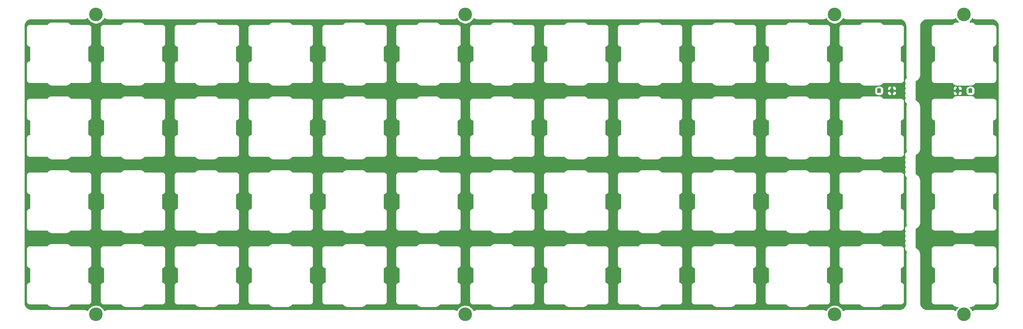
<source format=gbr>
G04 #@! TF.GenerationSoftware,KiCad,Pcbnew,(5.1.10-1-10_14)*
G04 #@! TF.CreationDate,2021-08-16T22:35:20-05:00*
G04 #@! TF.ProjectId,ori_top_plate,6f72695f-746f-4705-9f70-6c6174652e6b,rev?*
G04 #@! TF.SameCoordinates,Original*
G04 #@! TF.FileFunction,Copper,L2,Bot*
G04 #@! TF.FilePolarity,Positive*
%FSLAX46Y46*%
G04 Gerber Fmt 4.6, Leading zero omitted, Abs format (unit mm)*
G04 Created by KiCad (PCBNEW (5.1.10-1-10_14)) date 2021-08-16 22:35:20*
%MOMM*%
%LPD*%
G01*
G04 APERTURE LIST*
G04 #@! TA.AperFunction,ComponentPad*
%ADD10C,3.500000*%
G04 #@! TD*
G04 #@! TA.AperFunction,ViaPad*
%ADD11C,0.500000*%
G04 #@! TD*
G04 #@! TA.AperFunction,Conductor*
%ADD12C,0.250000*%
G04 #@! TD*
G04 #@! TA.AperFunction,Conductor*
%ADD13C,0.254000*%
G04 #@! TD*
G04 #@! TA.AperFunction,Conductor*
%ADD14C,0.100000*%
G04 #@! TD*
G04 APERTURE END LIST*
G04 #@! TA.AperFunction,SMDPad,CuDef*
G36*
G01*
X370270360Y-59868904D02*
X370270360Y-59168904D01*
G75*
G02*
X370520360Y-58918904I250000J0D01*
G01*
X371020360Y-58918904D01*
G75*
G02*
X371270360Y-59168904I0J-250000D01*
G01*
X371270360Y-59868904D01*
G75*
G02*
X371020360Y-60118904I-250000J0D01*
G01*
X370520360Y-60118904D01*
G75*
G02*
X370270360Y-59868904I0J250000D01*
G01*
G37*
G04 #@! TD.AperFunction*
G04 #@! TA.AperFunction,SMDPad,CuDef*
G36*
G01*
X366970360Y-59868904D02*
X366970360Y-59168904D01*
G75*
G02*
X367220360Y-58918904I250000J0D01*
G01*
X367720360Y-58918904D01*
G75*
G02*
X367970360Y-59168904I0J-250000D01*
G01*
X367970360Y-59868904D01*
G75*
G02*
X367720360Y-60118904I-250000J0D01*
G01*
X367220360Y-60118904D01*
G75*
G02*
X366970360Y-59868904I0J250000D01*
G01*
G37*
G04 #@! TD.AperFunction*
G04 #@! TA.AperFunction,SMDPad,CuDef*
G36*
G01*
X388211370Y-59168840D02*
X388211370Y-59868840D01*
G75*
G02*
X387961370Y-60118840I-250000J0D01*
G01*
X387461370Y-60118840D01*
G75*
G02*
X387211370Y-59868840I0J250000D01*
G01*
X387211370Y-59168840D01*
G75*
G02*
X387461370Y-58918840I250000J0D01*
G01*
X387961370Y-58918840D01*
G75*
G02*
X388211370Y-59168840I0J-250000D01*
G01*
G37*
G04 #@! TD.AperFunction*
G04 #@! TA.AperFunction,SMDPad,CuDef*
G36*
G01*
X391511370Y-59168840D02*
X391511370Y-59868840D01*
G75*
G02*
X391261370Y-60118840I-250000J0D01*
G01*
X390761370Y-60118840D01*
G75*
G02*
X390511370Y-59868840I0J250000D01*
G01*
X390511370Y-59168840D01*
G75*
G02*
X390761370Y-58918840I250000J0D01*
G01*
X391261370Y-58918840D01*
G75*
G02*
X391511370Y-59168840I0J-250000D01*
G01*
G37*
G04 #@! TD.AperFunction*
D10*
X165523314Y-39873575D03*
X165523314Y-117264265D03*
X260773394Y-39873575D03*
X260773394Y-117264265D03*
X356023474Y-39873575D03*
X356023474Y-117264265D03*
X389361002Y-39873575D03*
X389361002Y-117264265D03*
D11*
X373287551Y-59518904D03*
X385194165Y-59518840D03*
D12*
X370770360Y-59518904D02*
X373287551Y-59518904D01*
X387711370Y-59518840D02*
X385194165Y-59518840D01*
D13*
X358221859Y-40919636D02*
X358275446Y-40955238D01*
X358328555Y-40991603D01*
X358337275Y-40996318D01*
X358439861Y-41050863D01*
X358499324Y-41075371D01*
X358558501Y-41100735D01*
X358567971Y-41103666D01*
X358679197Y-41137247D01*
X358742291Y-41149740D01*
X358805264Y-41163125D01*
X358815123Y-41164161D01*
X358930753Y-41175499D01*
X358930755Y-41175499D01*
X358965169Y-41178888D01*
X372657826Y-41178760D01*
X373016501Y-41213928D01*
X373328121Y-41308012D01*
X373615528Y-41460828D01*
X373867775Y-41666557D01*
X374075264Y-41917367D01*
X374230084Y-42203701D01*
X374326340Y-42514654D01*
X374363810Y-42871153D01*
X374363811Y-55386480D01*
X374367314Y-55422048D01*
X374367314Y-55437511D01*
X374368351Y-55447370D01*
X374394253Y-55678292D01*
X374407625Y-55741204D01*
X374420131Y-55804363D01*
X374423063Y-55813832D01*
X374493325Y-56035325D01*
X374518666Y-56094449D01*
X374529513Y-56120767D01*
X374388676Y-56214871D01*
X374244513Y-56359034D01*
X374131245Y-56528552D01*
X374053224Y-56716910D01*
X374013450Y-56916869D01*
X374013450Y-57120747D01*
X374053224Y-57320706D01*
X374131245Y-57509064D01*
X374221278Y-57643808D01*
X374131245Y-57778552D01*
X374053224Y-57966910D01*
X374013450Y-58166869D01*
X374013450Y-58370747D01*
X374053224Y-58570706D01*
X374131245Y-58759064D01*
X374221278Y-58893808D01*
X374131245Y-59028552D01*
X374053224Y-59216910D01*
X374013450Y-59416869D01*
X374013450Y-59620747D01*
X374053224Y-59820706D01*
X374131245Y-60009064D01*
X374221278Y-60143808D01*
X374131245Y-60278552D01*
X374053224Y-60466910D01*
X374013450Y-60666869D01*
X374013450Y-60870747D01*
X374053224Y-61070706D01*
X374131245Y-61259064D01*
X374221278Y-61393808D01*
X374131245Y-61528552D01*
X374053224Y-61716910D01*
X374013450Y-61916869D01*
X374013450Y-62120747D01*
X374053224Y-62320706D01*
X374131245Y-62509064D01*
X374244513Y-62678582D01*
X374388676Y-62822745D01*
X374529187Y-62916631D01*
X374511910Y-62958548D01*
X374486559Y-63017697D01*
X374483628Y-63027167D01*
X374416465Y-63249620D01*
X374403976Y-63312695D01*
X374390585Y-63375692D01*
X374389549Y-63385551D01*
X374366874Y-63616812D01*
X374366874Y-63616820D01*
X374363485Y-63651240D01*
X374363812Y-74436613D01*
X374367314Y-74472160D01*
X374367314Y-74487623D01*
X374368351Y-74497482D01*
X374394253Y-74728404D01*
X374407625Y-74791316D01*
X374420131Y-74854475D01*
X374423063Y-74863944D01*
X374493325Y-75085437D01*
X374518666Y-75144561D01*
X374533605Y-75180805D01*
X374388676Y-75277643D01*
X374244513Y-75421806D01*
X374131245Y-75591324D01*
X374053224Y-75779682D01*
X374013450Y-75979641D01*
X374013450Y-76183519D01*
X374053224Y-76383478D01*
X374131245Y-76571836D01*
X374221278Y-76706580D01*
X374131245Y-76841324D01*
X374053224Y-77029682D01*
X374013450Y-77229641D01*
X374013450Y-77433519D01*
X374053224Y-77633478D01*
X374131245Y-77821836D01*
X374221278Y-77956580D01*
X374131245Y-78091324D01*
X374053224Y-78279682D01*
X374013450Y-78479641D01*
X374013450Y-78683519D01*
X374053224Y-78883478D01*
X374131245Y-79071836D01*
X374221278Y-79206580D01*
X374131245Y-79341324D01*
X374053224Y-79529682D01*
X374013450Y-79729641D01*
X374013450Y-79933519D01*
X374053224Y-80133478D01*
X374131245Y-80321836D01*
X374221278Y-80456580D01*
X374131245Y-80591324D01*
X374053224Y-80779682D01*
X374013450Y-80979641D01*
X374013450Y-81183519D01*
X374053224Y-81383478D01*
X374131245Y-81571836D01*
X374244513Y-81741354D01*
X374388676Y-81885517D01*
X374525324Y-81976822D01*
X374512234Y-82008578D01*
X374486883Y-82067727D01*
X374483952Y-82077197D01*
X374416789Y-82299650D01*
X374404300Y-82362725D01*
X374390909Y-82425722D01*
X374389873Y-82435581D01*
X374367198Y-82666842D01*
X374367198Y-82666858D01*
X374363812Y-82701227D01*
X374363489Y-93486600D01*
X374367314Y-93525449D01*
X374367314Y-93537735D01*
X374368351Y-93547594D01*
X374394253Y-93778516D01*
X374407625Y-93841428D01*
X374420131Y-93904587D01*
X374423063Y-93914056D01*
X374493325Y-94135549D01*
X374518666Y-94194673D01*
X374533605Y-94230917D01*
X374388676Y-94327755D01*
X374244513Y-94471918D01*
X374131245Y-94641436D01*
X374053224Y-94829794D01*
X374013450Y-95029753D01*
X374013450Y-95233631D01*
X374053224Y-95433590D01*
X374131245Y-95621948D01*
X374221278Y-95756692D01*
X374131245Y-95891436D01*
X374053224Y-96079794D01*
X374013450Y-96279753D01*
X374013450Y-96483631D01*
X374053224Y-96683590D01*
X374131245Y-96871948D01*
X374221278Y-97006692D01*
X374131245Y-97141436D01*
X374053224Y-97329794D01*
X374013450Y-97529753D01*
X374013450Y-97733631D01*
X374053224Y-97933590D01*
X374131245Y-98121948D01*
X374221278Y-98256692D01*
X374131245Y-98391436D01*
X374053224Y-98579794D01*
X374013450Y-98779753D01*
X374013450Y-98983631D01*
X374053224Y-99183590D01*
X374131245Y-99371948D01*
X374221278Y-99506692D01*
X374131245Y-99641436D01*
X374053224Y-99829794D01*
X374013450Y-100029753D01*
X374013450Y-100233631D01*
X374053224Y-100433590D01*
X374131245Y-100621948D01*
X374244513Y-100791466D01*
X374388676Y-100935629D01*
X374525324Y-101026934D01*
X374512234Y-101058690D01*
X374486883Y-101117839D01*
X374483952Y-101127309D01*
X374416789Y-101349762D01*
X374404300Y-101412837D01*
X374390909Y-101475834D01*
X374389873Y-101485693D01*
X374367198Y-101716954D01*
X374367198Y-101716961D01*
X374363810Y-101751361D01*
X374363811Y-114253089D01*
X374328642Y-114611772D01*
X374234558Y-114923390D01*
X374081740Y-115210799D01*
X373876013Y-115463045D01*
X373625203Y-115670534D01*
X373338869Y-115825354D01*
X373027916Y-115921610D01*
X372671412Y-115959080D01*
X358965169Y-115958952D01*
X358935093Y-115961914D01*
X358931537Y-115961889D01*
X358921671Y-115962856D01*
X358864332Y-115968882D01*
X358860862Y-115969224D01*
X358860746Y-115969259D01*
X358806123Y-115975000D01*
X358743093Y-115987938D01*
X358679871Y-115999998D01*
X358670391Y-116002861D01*
X358670386Y-116002862D01*
X358670384Y-116002863D01*
X358670381Y-116002864D01*
X358559392Y-116037221D01*
X358500111Y-116062140D01*
X358440408Y-116086262D01*
X358431655Y-116090916D01*
X358329453Y-116146176D01*
X358276110Y-116182157D01*
X358222255Y-116217398D01*
X358214573Y-116223663D01*
X358184316Y-116248694D01*
X358137034Y-116134544D01*
X357876024Y-115743916D01*
X357543823Y-115411715D01*
X357153195Y-115150705D01*
X356719153Y-114970919D01*
X356258376Y-114879265D01*
X355788572Y-114879265D01*
X355327795Y-114970919D01*
X354893753Y-115150705D01*
X354503125Y-115411715D01*
X354170924Y-115743916D01*
X353909914Y-116134544D01*
X353862592Y-116248790D01*
X353825089Y-116218204D01*
X353771536Y-116182624D01*
X353718394Y-116146237D01*
X353709673Y-116141522D01*
X353607088Y-116086977D01*
X353547611Y-116062463D01*
X353488447Y-116037105D01*
X353478977Y-116034174D01*
X353367751Y-116000593D01*
X353304658Y-115988101D01*
X353241685Y-115974715D01*
X353231826Y-115973679D01*
X353116476Y-115962369D01*
X353081786Y-115958952D01*
X263715082Y-115958952D01*
X263685009Y-115961914D01*
X263681457Y-115961889D01*
X263671591Y-115962856D01*
X263614210Y-115968887D01*
X263610775Y-115969225D01*
X263610660Y-115969260D01*
X263556043Y-115975000D01*
X263493013Y-115987938D01*
X263429791Y-115999998D01*
X263420311Y-116002861D01*
X263420306Y-116002862D01*
X263420304Y-116002863D01*
X263420301Y-116002864D01*
X263309312Y-116037221D01*
X263250031Y-116062140D01*
X263190328Y-116086262D01*
X263181575Y-116090916D01*
X263079373Y-116146176D01*
X263026030Y-116182157D01*
X262972175Y-116217398D01*
X262964493Y-116223663D01*
X262934236Y-116248694D01*
X262886954Y-116134544D01*
X262625944Y-115743916D01*
X262293743Y-115411715D01*
X261903115Y-115150705D01*
X261469073Y-114970919D01*
X261008296Y-114879265D01*
X260538492Y-114879265D01*
X260077715Y-114970919D01*
X259643673Y-115150705D01*
X259253045Y-115411715D01*
X258920844Y-115743916D01*
X258659834Y-116134544D01*
X258612512Y-116248790D01*
X258575009Y-116218204D01*
X258521456Y-116182624D01*
X258468314Y-116146237D01*
X258459593Y-116141522D01*
X258357008Y-116086977D01*
X258297531Y-116062463D01*
X258238367Y-116037105D01*
X258228897Y-116034174D01*
X258117671Y-116000593D01*
X258054578Y-115988101D01*
X257991605Y-115974715D01*
X257981746Y-115973679D01*
X257866396Y-115962369D01*
X257831706Y-115958952D01*
X168465002Y-115958952D01*
X168434929Y-115961914D01*
X168431377Y-115961889D01*
X168421511Y-115962856D01*
X168364130Y-115968887D01*
X168360695Y-115969225D01*
X168360580Y-115969260D01*
X168305963Y-115975000D01*
X168242933Y-115987938D01*
X168179711Y-115999998D01*
X168170231Y-116002861D01*
X168170226Y-116002862D01*
X168170224Y-116002863D01*
X168170221Y-116002864D01*
X168059232Y-116037221D01*
X167999951Y-116062140D01*
X167940248Y-116086262D01*
X167931495Y-116090916D01*
X167829293Y-116146176D01*
X167775950Y-116182157D01*
X167722095Y-116217398D01*
X167714413Y-116223663D01*
X167684156Y-116248694D01*
X167636874Y-116134544D01*
X167375864Y-115743916D01*
X167043663Y-115411715D01*
X166653035Y-115150705D01*
X166218993Y-114970919D01*
X165758216Y-114879265D01*
X165288412Y-114879265D01*
X164827635Y-114970919D01*
X164393593Y-115150705D01*
X164002965Y-115411715D01*
X163670764Y-115743916D01*
X163409754Y-116134544D01*
X163362432Y-116248790D01*
X163324929Y-116218204D01*
X163271376Y-116182624D01*
X163218234Y-116146237D01*
X163209513Y-116141522D01*
X163106928Y-116086977D01*
X163047451Y-116062463D01*
X162988287Y-116037105D01*
X162978817Y-116034174D01*
X162867591Y-116000593D01*
X162804498Y-115988101D01*
X162741525Y-115974715D01*
X162731666Y-115973679D01*
X162616035Y-115962341D01*
X162616033Y-115962341D01*
X162581619Y-115958952D01*
X148888834Y-115959080D01*
X148530158Y-115923912D01*
X148218540Y-115829828D01*
X147931131Y-115677010D01*
X147678885Y-115471283D01*
X147471396Y-115220473D01*
X147316576Y-114934139D01*
X147220320Y-114623186D01*
X147182850Y-114266687D01*
X147182850Y-104489700D01*
X147522729Y-104489700D01*
X147539894Y-104663974D01*
X147590727Y-104831551D01*
X147673277Y-104985991D01*
X147784371Y-105121359D01*
X147919739Y-105232453D01*
X148074179Y-105315003D01*
X148241756Y-105365836D01*
X148352530Y-105376747D01*
X148352531Y-108936653D01*
X148241756Y-108947564D01*
X148074179Y-108998397D01*
X147919739Y-109080947D01*
X147784371Y-109192041D01*
X147673277Y-109327409D01*
X147590727Y-109481849D01*
X147539894Y-109649426D01*
X147522729Y-109823700D01*
X147527030Y-109867367D01*
X147527031Y-113931367D01*
X147539895Y-114061974D01*
X147590728Y-114229551D01*
X147673278Y-114383991D01*
X147784372Y-114519359D01*
X147919740Y-114630453D01*
X148074180Y-114713003D01*
X148241757Y-114763836D01*
X148416030Y-114781001D01*
X148459697Y-114776700D01*
X152966908Y-114776700D01*
X153006455Y-114850688D01*
X153165160Y-115044070D01*
X153358542Y-115202775D01*
X153579171Y-115320703D01*
X153818567Y-115393323D01*
X154005150Y-115411700D01*
X157939910Y-115411700D01*
X158126493Y-115393323D01*
X158365889Y-115320703D01*
X158586518Y-115202775D01*
X158779900Y-115044070D01*
X158938605Y-114850688D01*
X158978152Y-114776700D01*
X163485363Y-114776700D01*
X163529030Y-114781001D01*
X163703304Y-114763836D01*
X163870881Y-114713003D01*
X164025321Y-114630453D01*
X164160689Y-114519359D01*
X164271783Y-114383991D01*
X164354333Y-114229551D01*
X164405166Y-114061974D01*
X164418030Y-113931367D01*
X164418030Y-109867367D01*
X164422331Y-109823700D01*
X164405166Y-109649426D01*
X164354333Y-109481849D01*
X164271783Y-109327409D01*
X164160689Y-109192041D01*
X164025321Y-109080947D01*
X163870881Y-108998397D01*
X163703304Y-108947564D01*
X163592530Y-108936653D01*
X163592530Y-105376747D01*
X163669800Y-105369136D01*
X163703304Y-105365836D01*
X163870881Y-105315003D01*
X164025321Y-105232453D01*
X164160689Y-105121359D01*
X164271783Y-104985991D01*
X164354333Y-104831551D01*
X164405166Y-104663974D01*
X164418030Y-104533367D01*
X164422331Y-104489700D01*
X166572809Y-104489700D01*
X166589974Y-104663974D01*
X166640807Y-104831551D01*
X166723357Y-104985991D01*
X166834451Y-105121359D01*
X166969819Y-105232453D01*
X167124259Y-105315003D01*
X167291836Y-105365836D01*
X167402610Y-105376747D01*
X167402611Y-108936653D01*
X167291836Y-108947564D01*
X167124259Y-108998397D01*
X166969819Y-109080947D01*
X166834451Y-109192041D01*
X166723357Y-109327409D01*
X166640807Y-109481849D01*
X166589974Y-109649426D01*
X166572809Y-109823700D01*
X166577110Y-109867367D01*
X166577111Y-113931367D01*
X166589975Y-114061974D01*
X166640808Y-114229551D01*
X166723358Y-114383991D01*
X166834452Y-114519359D01*
X166969820Y-114630453D01*
X167124260Y-114713003D01*
X167291837Y-114763836D01*
X167466110Y-114781001D01*
X167509777Y-114776700D01*
X172016988Y-114776700D01*
X172056535Y-114850688D01*
X172215240Y-115044070D01*
X172408622Y-115202775D01*
X172629251Y-115320703D01*
X172868647Y-115393323D01*
X173055230Y-115411700D01*
X176989990Y-115411700D01*
X177176573Y-115393323D01*
X177415969Y-115320703D01*
X177636598Y-115202775D01*
X177829980Y-115044070D01*
X177988685Y-114850688D01*
X178028232Y-114776700D01*
X182535443Y-114776700D01*
X182579110Y-114781001D01*
X182753384Y-114763836D01*
X182920961Y-114713003D01*
X183075401Y-114630453D01*
X183210769Y-114519359D01*
X183321863Y-114383991D01*
X183404413Y-114229551D01*
X183455246Y-114061974D01*
X183468110Y-113931367D01*
X183468110Y-109867367D01*
X183472411Y-109823700D01*
X183455246Y-109649426D01*
X183404413Y-109481849D01*
X183321863Y-109327409D01*
X183210769Y-109192041D01*
X183075401Y-109080947D01*
X182920961Y-108998397D01*
X182753384Y-108947564D01*
X182642610Y-108936653D01*
X182642610Y-105376747D01*
X182719880Y-105369136D01*
X182753384Y-105365836D01*
X182920961Y-105315003D01*
X183075401Y-105232453D01*
X183210769Y-105121359D01*
X183321863Y-104985991D01*
X183404413Y-104831551D01*
X183455246Y-104663974D01*
X183468110Y-104533367D01*
X183472411Y-104489700D01*
X185622889Y-104489700D01*
X185640054Y-104663974D01*
X185690887Y-104831551D01*
X185773437Y-104985991D01*
X185884531Y-105121359D01*
X186019899Y-105232453D01*
X186174339Y-105315003D01*
X186341916Y-105365836D01*
X186452690Y-105376747D01*
X186452691Y-108936653D01*
X186341916Y-108947564D01*
X186174339Y-108998397D01*
X186019899Y-109080947D01*
X185884531Y-109192041D01*
X185773437Y-109327409D01*
X185690887Y-109481849D01*
X185640054Y-109649426D01*
X185622889Y-109823700D01*
X185627190Y-109867367D01*
X185627191Y-113931367D01*
X185640055Y-114061974D01*
X185690888Y-114229551D01*
X185773438Y-114383991D01*
X185884532Y-114519359D01*
X186019900Y-114630453D01*
X186174340Y-114713003D01*
X186341917Y-114763836D01*
X186516190Y-114781001D01*
X186559857Y-114776700D01*
X191067068Y-114776700D01*
X191106615Y-114850688D01*
X191265320Y-115044070D01*
X191458702Y-115202775D01*
X191679331Y-115320703D01*
X191918727Y-115393323D01*
X192105310Y-115411700D01*
X196040070Y-115411700D01*
X196226653Y-115393323D01*
X196466049Y-115320703D01*
X196686678Y-115202775D01*
X196880060Y-115044070D01*
X197038765Y-114850688D01*
X197078312Y-114776700D01*
X201585523Y-114776700D01*
X201629190Y-114781001D01*
X201803464Y-114763836D01*
X201971041Y-114713003D01*
X202125481Y-114630453D01*
X202260849Y-114519359D01*
X202371943Y-114383991D01*
X202454493Y-114229551D01*
X202505326Y-114061974D01*
X202518190Y-113931367D01*
X202518190Y-109867367D01*
X202522491Y-109823700D01*
X202505326Y-109649426D01*
X202454493Y-109481849D01*
X202371943Y-109327409D01*
X202260849Y-109192041D01*
X202125481Y-109080947D01*
X201971041Y-108998397D01*
X201803464Y-108947564D01*
X201692690Y-108936653D01*
X201692690Y-105376747D01*
X201769960Y-105369136D01*
X201803464Y-105365836D01*
X201971041Y-105315003D01*
X202125481Y-105232453D01*
X202260849Y-105121359D01*
X202371943Y-104985991D01*
X202454493Y-104831551D01*
X202505326Y-104663974D01*
X202518190Y-104533367D01*
X202522491Y-104489700D01*
X204672969Y-104489700D01*
X204690134Y-104663974D01*
X204740967Y-104831551D01*
X204823517Y-104985991D01*
X204934611Y-105121359D01*
X205069979Y-105232453D01*
X205224419Y-105315003D01*
X205391996Y-105365836D01*
X205502770Y-105376747D01*
X205502771Y-108936653D01*
X205391996Y-108947564D01*
X205224419Y-108998397D01*
X205069979Y-109080947D01*
X204934611Y-109192041D01*
X204823517Y-109327409D01*
X204740967Y-109481849D01*
X204690134Y-109649426D01*
X204672969Y-109823700D01*
X204677270Y-109867367D01*
X204677271Y-113931367D01*
X204690135Y-114061974D01*
X204740968Y-114229551D01*
X204823518Y-114383991D01*
X204934612Y-114519359D01*
X205069980Y-114630453D01*
X205224420Y-114713003D01*
X205391997Y-114763836D01*
X205566270Y-114781001D01*
X205609937Y-114776700D01*
X210117148Y-114776700D01*
X210156695Y-114850688D01*
X210315400Y-115044070D01*
X210508782Y-115202775D01*
X210729411Y-115320703D01*
X210968807Y-115393323D01*
X211155390Y-115411700D01*
X215090150Y-115411700D01*
X215276733Y-115393323D01*
X215516129Y-115320703D01*
X215736758Y-115202775D01*
X215930140Y-115044070D01*
X216088845Y-114850688D01*
X216128392Y-114776700D01*
X220635603Y-114776700D01*
X220679270Y-114781001D01*
X220853544Y-114763836D01*
X221021121Y-114713003D01*
X221175561Y-114630453D01*
X221310929Y-114519359D01*
X221422023Y-114383991D01*
X221504573Y-114229551D01*
X221555406Y-114061974D01*
X221568270Y-113931367D01*
X221568270Y-109867367D01*
X221572571Y-109823700D01*
X221555406Y-109649426D01*
X221504573Y-109481849D01*
X221422023Y-109327409D01*
X221310929Y-109192041D01*
X221175561Y-109080947D01*
X221021121Y-108998397D01*
X220853544Y-108947564D01*
X220742770Y-108936653D01*
X220742770Y-105376747D01*
X220820040Y-105369136D01*
X220853544Y-105365836D01*
X221021121Y-105315003D01*
X221175561Y-105232453D01*
X221310929Y-105121359D01*
X221422023Y-104985991D01*
X221504573Y-104831551D01*
X221555406Y-104663974D01*
X221568270Y-104533367D01*
X221572571Y-104489700D01*
X223723049Y-104489700D01*
X223740214Y-104663974D01*
X223791047Y-104831551D01*
X223873597Y-104985991D01*
X223984691Y-105121359D01*
X224120059Y-105232453D01*
X224274499Y-105315003D01*
X224442076Y-105365836D01*
X224552850Y-105376747D01*
X224552851Y-108936653D01*
X224442076Y-108947564D01*
X224274499Y-108998397D01*
X224120059Y-109080947D01*
X223984691Y-109192041D01*
X223873597Y-109327409D01*
X223791047Y-109481849D01*
X223740214Y-109649426D01*
X223723049Y-109823700D01*
X223727350Y-109867367D01*
X223727351Y-113931367D01*
X223740215Y-114061974D01*
X223791048Y-114229551D01*
X223873598Y-114383991D01*
X223984692Y-114519359D01*
X224120060Y-114630453D01*
X224274500Y-114713003D01*
X224442077Y-114763836D01*
X224616350Y-114781001D01*
X224660017Y-114776700D01*
X229167228Y-114776700D01*
X229206775Y-114850688D01*
X229365480Y-115044070D01*
X229558862Y-115202775D01*
X229779491Y-115320703D01*
X230018887Y-115393323D01*
X230205470Y-115411700D01*
X234140230Y-115411700D01*
X234326813Y-115393323D01*
X234566209Y-115320703D01*
X234786838Y-115202775D01*
X234980220Y-115044070D01*
X235138925Y-114850688D01*
X235178472Y-114776700D01*
X239685683Y-114776700D01*
X239729350Y-114781001D01*
X239903624Y-114763836D01*
X240071201Y-114713003D01*
X240225641Y-114630453D01*
X240361009Y-114519359D01*
X240472103Y-114383991D01*
X240554653Y-114229551D01*
X240605486Y-114061974D01*
X240618350Y-113931367D01*
X240618350Y-109867367D01*
X240622651Y-109823700D01*
X240605486Y-109649426D01*
X240554653Y-109481849D01*
X240472103Y-109327409D01*
X240361009Y-109192041D01*
X240225641Y-109080947D01*
X240071201Y-108998397D01*
X239903624Y-108947564D01*
X239792850Y-108936653D01*
X239792850Y-105376747D01*
X239870120Y-105369136D01*
X239903624Y-105365836D01*
X240071201Y-105315003D01*
X240225641Y-105232453D01*
X240361009Y-105121359D01*
X240472103Y-104985991D01*
X240554653Y-104831551D01*
X240605486Y-104663974D01*
X240618350Y-104533367D01*
X240622651Y-104489700D01*
X242773129Y-104489700D01*
X242790294Y-104663974D01*
X242841127Y-104831551D01*
X242923677Y-104985991D01*
X243034771Y-105121359D01*
X243170139Y-105232453D01*
X243324579Y-105315003D01*
X243492156Y-105365836D01*
X243602930Y-105376747D01*
X243602931Y-108936653D01*
X243492156Y-108947564D01*
X243324579Y-108998397D01*
X243170139Y-109080947D01*
X243034771Y-109192041D01*
X242923677Y-109327409D01*
X242841127Y-109481849D01*
X242790294Y-109649426D01*
X242773129Y-109823700D01*
X242777430Y-109867367D01*
X242777431Y-113931367D01*
X242790295Y-114061974D01*
X242841128Y-114229551D01*
X242923678Y-114383991D01*
X243034772Y-114519359D01*
X243170140Y-114630453D01*
X243324580Y-114713003D01*
X243492157Y-114763836D01*
X243666430Y-114781001D01*
X243710097Y-114776700D01*
X248217308Y-114776700D01*
X248256855Y-114850688D01*
X248415560Y-115044070D01*
X248608942Y-115202775D01*
X248829571Y-115320703D01*
X249068967Y-115393323D01*
X249255550Y-115411700D01*
X253190310Y-115411700D01*
X253376893Y-115393323D01*
X253616289Y-115320703D01*
X253836918Y-115202775D01*
X254030300Y-115044070D01*
X254189005Y-114850688D01*
X254228552Y-114776700D01*
X258735763Y-114776700D01*
X258779430Y-114781001D01*
X258953704Y-114763836D01*
X259121281Y-114713003D01*
X259275721Y-114630453D01*
X259411089Y-114519359D01*
X259522183Y-114383991D01*
X259604733Y-114229551D01*
X259655566Y-114061974D01*
X259668430Y-113931367D01*
X259668430Y-109867367D01*
X259672731Y-109823700D01*
X259655566Y-109649426D01*
X259604733Y-109481849D01*
X259522183Y-109327409D01*
X259411089Y-109192041D01*
X259275721Y-109080947D01*
X259121281Y-108998397D01*
X258953704Y-108947564D01*
X258842930Y-108936653D01*
X258842930Y-105376747D01*
X258920200Y-105369136D01*
X258953704Y-105365836D01*
X259121281Y-105315003D01*
X259275721Y-105232453D01*
X259411089Y-105121359D01*
X259522183Y-104985991D01*
X259604733Y-104831551D01*
X259655566Y-104663974D01*
X259668430Y-104533367D01*
X259672731Y-104489700D01*
X261823209Y-104489700D01*
X261840374Y-104663974D01*
X261891207Y-104831551D01*
X261973757Y-104985991D01*
X262084851Y-105121359D01*
X262220219Y-105232453D01*
X262374659Y-105315003D01*
X262542236Y-105365836D01*
X262653010Y-105376747D01*
X262653011Y-108936653D01*
X262542236Y-108947564D01*
X262374659Y-108998397D01*
X262220219Y-109080947D01*
X262084851Y-109192041D01*
X261973757Y-109327409D01*
X261891207Y-109481849D01*
X261840374Y-109649426D01*
X261823209Y-109823700D01*
X261827510Y-109867367D01*
X261827511Y-113931367D01*
X261840375Y-114061974D01*
X261891208Y-114229551D01*
X261973758Y-114383991D01*
X262084852Y-114519359D01*
X262220220Y-114630453D01*
X262374660Y-114713003D01*
X262542237Y-114763836D01*
X262716510Y-114781001D01*
X262760177Y-114776700D01*
X267267388Y-114776700D01*
X267306935Y-114850688D01*
X267465640Y-115044070D01*
X267659022Y-115202775D01*
X267879651Y-115320703D01*
X268119047Y-115393323D01*
X268305630Y-115411700D01*
X272240390Y-115411700D01*
X272426973Y-115393323D01*
X272666369Y-115320703D01*
X272886998Y-115202775D01*
X273080380Y-115044070D01*
X273239085Y-114850688D01*
X273278632Y-114776700D01*
X277785843Y-114776700D01*
X277829510Y-114781001D01*
X278003784Y-114763836D01*
X278171361Y-114713003D01*
X278325801Y-114630453D01*
X278461169Y-114519359D01*
X278572263Y-114383991D01*
X278654813Y-114229551D01*
X278705646Y-114061974D01*
X278718510Y-113931367D01*
X278718510Y-109867367D01*
X278722811Y-109823700D01*
X278705646Y-109649426D01*
X278654813Y-109481849D01*
X278572263Y-109327409D01*
X278461169Y-109192041D01*
X278325801Y-109080947D01*
X278171361Y-108998397D01*
X278003784Y-108947564D01*
X277893010Y-108936653D01*
X277893010Y-105376747D01*
X277970280Y-105369136D01*
X278003784Y-105365836D01*
X278171361Y-105315003D01*
X278325801Y-105232453D01*
X278461169Y-105121359D01*
X278572263Y-104985991D01*
X278654813Y-104831551D01*
X278705646Y-104663974D01*
X278718510Y-104533367D01*
X278722811Y-104489700D01*
X280873289Y-104489700D01*
X280890454Y-104663974D01*
X280941287Y-104831551D01*
X281023837Y-104985991D01*
X281134931Y-105121359D01*
X281270299Y-105232453D01*
X281424739Y-105315003D01*
X281592316Y-105365836D01*
X281703090Y-105376747D01*
X281703091Y-108936653D01*
X281592316Y-108947564D01*
X281424739Y-108998397D01*
X281270299Y-109080947D01*
X281134931Y-109192041D01*
X281023837Y-109327409D01*
X280941287Y-109481849D01*
X280890454Y-109649426D01*
X280873289Y-109823700D01*
X280877590Y-109867367D01*
X280877591Y-113931367D01*
X280890455Y-114061974D01*
X280941288Y-114229551D01*
X281023838Y-114383991D01*
X281134932Y-114519359D01*
X281270300Y-114630453D01*
X281424740Y-114713003D01*
X281592317Y-114763836D01*
X281766590Y-114781001D01*
X281810257Y-114776700D01*
X286317468Y-114776700D01*
X286357015Y-114850688D01*
X286515720Y-115044070D01*
X286709102Y-115202775D01*
X286929731Y-115320703D01*
X287169127Y-115393323D01*
X287355710Y-115411700D01*
X291290470Y-115411700D01*
X291477053Y-115393323D01*
X291716449Y-115320703D01*
X291937078Y-115202775D01*
X292130460Y-115044070D01*
X292289165Y-114850688D01*
X292328712Y-114776700D01*
X296835923Y-114776700D01*
X296879590Y-114781001D01*
X297053864Y-114763836D01*
X297221441Y-114713003D01*
X297375881Y-114630453D01*
X297511249Y-114519359D01*
X297622343Y-114383991D01*
X297704893Y-114229551D01*
X297755726Y-114061974D01*
X297768590Y-113931367D01*
X297768590Y-109867367D01*
X297772891Y-109823700D01*
X297755726Y-109649426D01*
X297704893Y-109481849D01*
X297622343Y-109327409D01*
X297511249Y-109192041D01*
X297375881Y-109080947D01*
X297221441Y-108998397D01*
X297053864Y-108947564D01*
X296943090Y-108936653D01*
X296943090Y-105376747D01*
X297020360Y-105369136D01*
X297053864Y-105365836D01*
X297221441Y-105315003D01*
X297375881Y-105232453D01*
X297511249Y-105121359D01*
X297622343Y-104985991D01*
X297704893Y-104831551D01*
X297755726Y-104663974D01*
X297768590Y-104533367D01*
X297772891Y-104489700D01*
X299923369Y-104489700D01*
X299940534Y-104663974D01*
X299991367Y-104831551D01*
X300073917Y-104985991D01*
X300185011Y-105121359D01*
X300320379Y-105232453D01*
X300474819Y-105315003D01*
X300642396Y-105365836D01*
X300753170Y-105376747D01*
X300753171Y-108936653D01*
X300642396Y-108947564D01*
X300474819Y-108998397D01*
X300320379Y-109080947D01*
X300185011Y-109192041D01*
X300073917Y-109327409D01*
X299991367Y-109481849D01*
X299940534Y-109649426D01*
X299923369Y-109823700D01*
X299927670Y-109867367D01*
X299927671Y-113931367D01*
X299940535Y-114061974D01*
X299991368Y-114229551D01*
X300073918Y-114383991D01*
X300185012Y-114519359D01*
X300320380Y-114630453D01*
X300474820Y-114713003D01*
X300642397Y-114763836D01*
X300816670Y-114781001D01*
X300860337Y-114776700D01*
X305367548Y-114776700D01*
X305407095Y-114850688D01*
X305565800Y-115044070D01*
X305759182Y-115202775D01*
X305979811Y-115320703D01*
X306219207Y-115393323D01*
X306405790Y-115411700D01*
X310340550Y-115411700D01*
X310527133Y-115393323D01*
X310766529Y-115320703D01*
X310987158Y-115202775D01*
X311180540Y-115044070D01*
X311339245Y-114850688D01*
X311378792Y-114776700D01*
X315886003Y-114776700D01*
X315929670Y-114781001D01*
X316103944Y-114763836D01*
X316271521Y-114713003D01*
X316425961Y-114630453D01*
X316561329Y-114519359D01*
X316672423Y-114383991D01*
X316754973Y-114229551D01*
X316805806Y-114061974D01*
X316818670Y-113931367D01*
X316818670Y-109867367D01*
X316822971Y-109823700D01*
X316805806Y-109649426D01*
X316754973Y-109481849D01*
X316672423Y-109327409D01*
X316561329Y-109192041D01*
X316425961Y-109080947D01*
X316271521Y-108998397D01*
X316103944Y-108947564D01*
X315993170Y-108936653D01*
X315993170Y-105376747D01*
X316070440Y-105369136D01*
X316103944Y-105365836D01*
X316271521Y-105315003D01*
X316425961Y-105232453D01*
X316561329Y-105121359D01*
X316672423Y-104985991D01*
X316754973Y-104831551D01*
X316805806Y-104663974D01*
X316818670Y-104533367D01*
X316822971Y-104489700D01*
X318973449Y-104489700D01*
X318990614Y-104663974D01*
X319041447Y-104831551D01*
X319123997Y-104985991D01*
X319235091Y-105121359D01*
X319370459Y-105232453D01*
X319524899Y-105315003D01*
X319692476Y-105365836D01*
X319803250Y-105376747D01*
X319803251Y-108936653D01*
X319692476Y-108947564D01*
X319524899Y-108998397D01*
X319370459Y-109080947D01*
X319235091Y-109192041D01*
X319123997Y-109327409D01*
X319041447Y-109481849D01*
X318990614Y-109649426D01*
X318973449Y-109823700D01*
X318977750Y-109867367D01*
X318977751Y-113931367D01*
X318990615Y-114061974D01*
X319041448Y-114229551D01*
X319123998Y-114383991D01*
X319235092Y-114519359D01*
X319370460Y-114630453D01*
X319524900Y-114713003D01*
X319692477Y-114763836D01*
X319866750Y-114781001D01*
X319910417Y-114776700D01*
X324417628Y-114776700D01*
X324457175Y-114850688D01*
X324615880Y-115044070D01*
X324809262Y-115202775D01*
X325029891Y-115320703D01*
X325269287Y-115393323D01*
X325455870Y-115411700D01*
X329390630Y-115411700D01*
X329577213Y-115393323D01*
X329816609Y-115320703D01*
X330037238Y-115202775D01*
X330230620Y-115044070D01*
X330389325Y-114850688D01*
X330428872Y-114776700D01*
X334936083Y-114776700D01*
X334979750Y-114781001D01*
X335154024Y-114763836D01*
X335321601Y-114713003D01*
X335476041Y-114630453D01*
X335611409Y-114519359D01*
X335722503Y-114383991D01*
X335805053Y-114229551D01*
X335855886Y-114061974D01*
X335868750Y-113931367D01*
X335868750Y-109867367D01*
X335873051Y-109823700D01*
X335855886Y-109649426D01*
X335805053Y-109481849D01*
X335722503Y-109327409D01*
X335611409Y-109192041D01*
X335476041Y-109080947D01*
X335321601Y-108998397D01*
X335154024Y-108947564D01*
X335043250Y-108936653D01*
X335043250Y-105376747D01*
X335120520Y-105369136D01*
X335154024Y-105365836D01*
X335321601Y-105315003D01*
X335476041Y-105232453D01*
X335611409Y-105121359D01*
X335722503Y-104985991D01*
X335805053Y-104831551D01*
X335855886Y-104663974D01*
X335868750Y-104533367D01*
X335872725Y-104493000D01*
X338023529Y-104493000D01*
X338040694Y-104667274D01*
X338091527Y-104834851D01*
X338174077Y-104989291D01*
X338285171Y-105124659D01*
X338420539Y-105235753D01*
X338574979Y-105318303D01*
X338742556Y-105369136D01*
X338853330Y-105380047D01*
X338853331Y-108939953D01*
X338742556Y-108950864D01*
X338574979Y-109001697D01*
X338420539Y-109084247D01*
X338285171Y-109195341D01*
X338174077Y-109330709D01*
X338091527Y-109485149D01*
X338040694Y-109652726D01*
X338023529Y-109827000D01*
X338027830Y-109870667D01*
X338027831Y-113934667D01*
X338040695Y-114065274D01*
X338091528Y-114232851D01*
X338174078Y-114387291D01*
X338285172Y-114522659D01*
X338420540Y-114633753D01*
X338574980Y-114716303D01*
X338742557Y-114767136D01*
X338916830Y-114784301D01*
X338960497Y-114780000D01*
X343467708Y-114780000D01*
X343507255Y-114853988D01*
X343665960Y-115047370D01*
X343859342Y-115206075D01*
X344079971Y-115324003D01*
X344319367Y-115396623D01*
X344505950Y-115415000D01*
X348440710Y-115415000D01*
X348627293Y-115396623D01*
X348866689Y-115324003D01*
X349087318Y-115206075D01*
X349280700Y-115047370D01*
X349439405Y-114853988D01*
X349478952Y-114780000D01*
X353986163Y-114780000D01*
X354029830Y-114784301D01*
X354204104Y-114767136D01*
X354371681Y-114716303D01*
X354526121Y-114633753D01*
X354661489Y-114522659D01*
X354772583Y-114387291D01*
X354855133Y-114232851D01*
X354905966Y-114065274D01*
X354918830Y-113934667D01*
X354918830Y-109870667D01*
X354923131Y-109827000D01*
X354905966Y-109652726D01*
X354855133Y-109485149D01*
X354772583Y-109330709D01*
X354661489Y-109195341D01*
X354526121Y-109084247D01*
X354371681Y-109001697D01*
X354204104Y-108950864D01*
X354093330Y-108939953D01*
X354093330Y-105380047D01*
X354204104Y-105369136D01*
X354371681Y-105318303D01*
X354526121Y-105235753D01*
X354661489Y-105124659D01*
X354772583Y-104989291D01*
X354855133Y-104834851D01*
X354905966Y-104667274D01*
X354923131Y-104493000D01*
X354922806Y-104489700D01*
X357073609Y-104489700D01*
X357090774Y-104663974D01*
X357141607Y-104831551D01*
X357224157Y-104985991D01*
X357335251Y-105121359D01*
X357470619Y-105232453D01*
X357625059Y-105315003D01*
X357792636Y-105365836D01*
X357903410Y-105376747D01*
X357903411Y-108936653D01*
X357792636Y-108947564D01*
X357625059Y-108998397D01*
X357470619Y-109080947D01*
X357335251Y-109192041D01*
X357224157Y-109327409D01*
X357141607Y-109481849D01*
X357090774Y-109649426D01*
X357073609Y-109823700D01*
X357077910Y-109867367D01*
X357077911Y-113931367D01*
X357090775Y-114061974D01*
X357141608Y-114229551D01*
X357224158Y-114383991D01*
X357335252Y-114519359D01*
X357470620Y-114630453D01*
X357625060Y-114713003D01*
X357792637Y-114763836D01*
X357966910Y-114781001D01*
X358010577Y-114776700D01*
X362517788Y-114776700D01*
X362557335Y-114850688D01*
X362716040Y-115044070D01*
X362909422Y-115202775D01*
X363130051Y-115320703D01*
X363369447Y-115393323D01*
X363556030Y-115411700D01*
X367490790Y-115411700D01*
X367677373Y-115393323D01*
X367916769Y-115320703D01*
X368137398Y-115202775D01*
X368330780Y-115044070D01*
X368489485Y-114850688D01*
X368529032Y-114776700D01*
X373036243Y-114776700D01*
X373079910Y-114781001D01*
X373254184Y-114763836D01*
X373421761Y-114713003D01*
X373576201Y-114630453D01*
X373711569Y-114519359D01*
X373822663Y-114383991D01*
X373905213Y-114229551D01*
X373956046Y-114061974D01*
X373968910Y-113931367D01*
X373968910Y-109867367D01*
X373973211Y-109823700D01*
X373956046Y-109649426D01*
X373905213Y-109481849D01*
X373822663Y-109327409D01*
X373711569Y-109192041D01*
X373576201Y-109080947D01*
X373421761Y-108998397D01*
X373254184Y-108947564D01*
X373143410Y-108936653D01*
X373143410Y-105376747D01*
X373220680Y-105369136D01*
X373254184Y-105365836D01*
X373421761Y-105315003D01*
X373576201Y-105232453D01*
X373711569Y-105121359D01*
X373822663Y-104985991D01*
X373905213Y-104831551D01*
X373956046Y-104663974D01*
X373968910Y-104533367D01*
X373973211Y-104489700D01*
X373968910Y-104446033D01*
X373968910Y-100382033D01*
X373956046Y-100251426D01*
X373905213Y-100083849D01*
X373822663Y-99929409D01*
X373711569Y-99794041D01*
X373576200Y-99682947D01*
X373421760Y-99600397D01*
X373254183Y-99549564D01*
X373079910Y-99532399D01*
X373036243Y-99536700D01*
X368529032Y-99536700D01*
X368489485Y-99462712D01*
X368330780Y-99269330D01*
X368137398Y-99110625D01*
X367916769Y-98992697D01*
X367677373Y-98920077D01*
X367490790Y-98901700D01*
X363556030Y-98901700D01*
X363369447Y-98920077D01*
X363130051Y-98992697D01*
X362909422Y-99110625D01*
X362716040Y-99269330D01*
X362557335Y-99462712D01*
X362517788Y-99536700D01*
X358010577Y-99536700D01*
X357966910Y-99532399D01*
X357792636Y-99549564D01*
X357625059Y-99600397D01*
X357470619Y-99682947D01*
X357335251Y-99794041D01*
X357224157Y-99929410D01*
X357141607Y-100083850D01*
X357090774Y-100251427D01*
X357077910Y-100382034D01*
X357077911Y-104446023D01*
X357073609Y-104489700D01*
X354922806Y-104489700D01*
X354918830Y-104449333D01*
X354918830Y-100385333D01*
X354905966Y-100254726D01*
X354855133Y-100087149D01*
X354772583Y-99932709D01*
X354661489Y-99797341D01*
X354526120Y-99686247D01*
X354371680Y-99603697D01*
X354204103Y-99552864D01*
X354029830Y-99535699D01*
X353986163Y-99540000D01*
X349478952Y-99540000D01*
X349439405Y-99466012D01*
X349280700Y-99272630D01*
X349087318Y-99113925D01*
X348866689Y-98995997D01*
X348627293Y-98923377D01*
X348440710Y-98905000D01*
X344505950Y-98905000D01*
X344319367Y-98923377D01*
X344079971Y-98995997D01*
X343859342Y-99113925D01*
X343665960Y-99272630D01*
X343507255Y-99466012D01*
X343467708Y-99540000D01*
X338960497Y-99540000D01*
X338916830Y-99535699D01*
X338742556Y-99552864D01*
X338574979Y-99603697D01*
X338420539Y-99686247D01*
X338285171Y-99797341D01*
X338174077Y-99932710D01*
X338091527Y-100087150D01*
X338040694Y-100254727D01*
X338027830Y-100385334D01*
X338027831Y-104449323D01*
X338023529Y-104493000D01*
X335872725Y-104493000D01*
X335873051Y-104489700D01*
X335868750Y-104446033D01*
X335868750Y-100382033D01*
X335855886Y-100251426D01*
X335805053Y-100083849D01*
X335722503Y-99929409D01*
X335611409Y-99794041D01*
X335476040Y-99682947D01*
X335321600Y-99600397D01*
X335154023Y-99549564D01*
X334979750Y-99532399D01*
X334936083Y-99536700D01*
X330428872Y-99536700D01*
X330389325Y-99462712D01*
X330230620Y-99269330D01*
X330037238Y-99110625D01*
X329816609Y-98992697D01*
X329577213Y-98920077D01*
X329390630Y-98901700D01*
X325455870Y-98901700D01*
X325269287Y-98920077D01*
X325029891Y-98992697D01*
X324809262Y-99110625D01*
X324615880Y-99269330D01*
X324457175Y-99462712D01*
X324417628Y-99536700D01*
X319910417Y-99536700D01*
X319866750Y-99532399D01*
X319692476Y-99549564D01*
X319524899Y-99600397D01*
X319370459Y-99682947D01*
X319235091Y-99794041D01*
X319123997Y-99929410D01*
X319041447Y-100083850D01*
X318990614Y-100251427D01*
X318977750Y-100382034D01*
X318977751Y-104446023D01*
X318973449Y-104489700D01*
X316822971Y-104489700D01*
X316818670Y-104446033D01*
X316818670Y-100382033D01*
X316805806Y-100251426D01*
X316754973Y-100083849D01*
X316672423Y-99929409D01*
X316561329Y-99794041D01*
X316425960Y-99682947D01*
X316271520Y-99600397D01*
X316103943Y-99549564D01*
X315929670Y-99532399D01*
X315886003Y-99536700D01*
X311378792Y-99536700D01*
X311339245Y-99462712D01*
X311180540Y-99269330D01*
X310987158Y-99110625D01*
X310766529Y-98992697D01*
X310527133Y-98920077D01*
X310340550Y-98901700D01*
X306405790Y-98901700D01*
X306219207Y-98920077D01*
X305979811Y-98992697D01*
X305759182Y-99110625D01*
X305565800Y-99269330D01*
X305407095Y-99462712D01*
X305367548Y-99536700D01*
X300860337Y-99536700D01*
X300816670Y-99532399D01*
X300642396Y-99549564D01*
X300474819Y-99600397D01*
X300320379Y-99682947D01*
X300185011Y-99794041D01*
X300073917Y-99929410D01*
X299991367Y-100083850D01*
X299940534Y-100251427D01*
X299927670Y-100382034D01*
X299927671Y-104446023D01*
X299923369Y-104489700D01*
X297772891Y-104489700D01*
X297768590Y-104446033D01*
X297768590Y-100382033D01*
X297755726Y-100251426D01*
X297704893Y-100083849D01*
X297622343Y-99929409D01*
X297511249Y-99794041D01*
X297375880Y-99682947D01*
X297221440Y-99600397D01*
X297053863Y-99549564D01*
X296879590Y-99532399D01*
X296835923Y-99536700D01*
X292328712Y-99536700D01*
X292289165Y-99462712D01*
X292130460Y-99269330D01*
X291937078Y-99110625D01*
X291716449Y-98992697D01*
X291477053Y-98920077D01*
X291290470Y-98901700D01*
X287355710Y-98901700D01*
X287169127Y-98920077D01*
X286929731Y-98992697D01*
X286709102Y-99110625D01*
X286515720Y-99269330D01*
X286357015Y-99462712D01*
X286317468Y-99536700D01*
X281810257Y-99536700D01*
X281766590Y-99532399D01*
X281592316Y-99549564D01*
X281424739Y-99600397D01*
X281270299Y-99682947D01*
X281134931Y-99794041D01*
X281023837Y-99929410D01*
X280941287Y-100083850D01*
X280890454Y-100251427D01*
X280877590Y-100382034D01*
X280877591Y-104446023D01*
X280873289Y-104489700D01*
X278722811Y-104489700D01*
X278718510Y-104446033D01*
X278718510Y-100382033D01*
X278705646Y-100251426D01*
X278654813Y-100083849D01*
X278572263Y-99929409D01*
X278461169Y-99794041D01*
X278325800Y-99682947D01*
X278171360Y-99600397D01*
X278003783Y-99549564D01*
X277829510Y-99532399D01*
X277785843Y-99536700D01*
X273278632Y-99536700D01*
X273239085Y-99462712D01*
X273080380Y-99269330D01*
X272886998Y-99110625D01*
X272666369Y-98992697D01*
X272426973Y-98920077D01*
X272240390Y-98901700D01*
X268305630Y-98901700D01*
X268119047Y-98920077D01*
X267879651Y-98992697D01*
X267659022Y-99110625D01*
X267465640Y-99269330D01*
X267306935Y-99462712D01*
X267267388Y-99536700D01*
X262760177Y-99536700D01*
X262716510Y-99532399D01*
X262542236Y-99549564D01*
X262374659Y-99600397D01*
X262220219Y-99682947D01*
X262084851Y-99794041D01*
X261973757Y-99929410D01*
X261891207Y-100083850D01*
X261840374Y-100251427D01*
X261827510Y-100382034D01*
X261827511Y-104446023D01*
X261823209Y-104489700D01*
X259672731Y-104489700D01*
X259668430Y-104446033D01*
X259668430Y-100382033D01*
X259655566Y-100251426D01*
X259604733Y-100083849D01*
X259522183Y-99929409D01*
X259411089Y-99794041D01*
X259275720Y-99682947D01*
X259121280Y-99600397D01*
X258953703Y-99549564D01*
X258779430Y-99532399D01*
X258735763Y-99536700D01*
X254228552Y-99536700D01*
X254189005Y-99462712D01*
X254030300Y-99269330D01*
X253836918Y-99110625D01*
X253616289Y-98992697D01*
X253376893Y-98920077D01*
X253190310Y-98901700D01*
X249255550Y-98901700D01*
X249068967Y-98920077D01*
X248829571Y-98992697D01*
X248608942Y-99110625D01*
X248415560Y-99269330D01*
X248256855Y-99462712D01*
X248217308Y-99536700D01*
X243710097Y-99536700D01*
X243666430Y-99532399D01*
X243492156Y-99549564D01*
X243324579Y-99600397D01*
X243170139Y-99682947D01*
X243034771Y-99794041D01*
X242923677Y-99929410D01*
X242841127Y-100083850D01*
X242790294Y-100251427D01*
X242777430Y-100382034D01*
X242777431Y-104446023D01*
X242773129Y-104489700D01*
X240622651Y-104489700D01*
X240618350Y-104446033D01*
X240618350Y-100382033D01*
X240605486Y-100251426D01*
X240554653Y-100083849D01*
X240472103Y-99929409D01*
X240361009Y-99794041D01*
X240225640Y-99682947D01*
X240071200Y-99600397D01*
X239903623Y-99549564D01*
X239729350Y-99532399D01*
X239685683Y-99536700D01*
X235178472Y-99536700D01*
X235138925Y-99462712D01*
X234980220Y-99269330D01*
X234786838Y-99110625D01*
X234566209Y-98992697D01*
X234326813Y-98920077D01*
X234140230Y-98901700D01*
X230205470Y-98901700D01*
X230018887Y-98920077D01*
X229779491Y-98992697D01*
X229558862Y-99110625D01*
X229365480Y-99269330D01*
X229206775Y-99462712D01*
X229167228Y-99536700D01*
X224660017Y-99536700D01*
X224616350Y-99532399D01*
X224442076Y-99549564D01*
X224274499Y-99600397D01*
X224120059Y-99682947D01*
X223984691Y-99794041D01*
X223873597Y-99929410D01*
X223791047Y-100083850D01*
X223740214Y-100251427D01*
X223727350Y-100382034D01*
X223727351Y-104446023D01*
X223723049Y-104489700D01*
X221572571Y-104489700D01*
X221568270Y-104446033D01*
X221568270Y-100382033D01*
X221555406Y-100251426D01*
X221504573Y-100083849D01*
X221422023Y-99929409D01*
X221310929Y-99794041D01*
X221175560Y-99682947D01*
X221021120Y-99600397D01*
X220853543Y-99549564D01*
X220679270Y-99532399D01*
X220635603Y-99536700D01*
X216128392Y-99536700D01*
X216088845Y-99462712D01*
X215930140Y-99269330D01*
X215736758Y-99110625D01*
X215516129Y-98992697D01*
X215276733Y-98920077D01*
X215090150Y-98901700D01*
X211155390Y-98901700D01*
X210968807Y-98920077D01*
X210729411Y-98992697D01*
X210508782Y-99110625D01*
X210315400Y-99269330D01*
X210156695Y-99462712D01*
X210117148Y-99536700D01*
X205609937Y-99536700D01*
X205566270Y-99532399D01*
X205391996Y-99549564D01*
X205224419Y-99600397D01*
X205069979Y-99682947D01*
X204934611Y-99794041D01*
X204823517Y-99929410D01*
X204740967Y-100083850D01*
X204690134Y-100251427D01*
X204677270Y-100382034D01*
X204677271Y-104446023D01*
X204672969Y-104489700D01*
X202522491Y-104489700D01*
X202518190Y-104446033D01*
X202518190Y-100382033D01*
X202505326Y-100251426D01*
X202454493Y-100083849D01*
X202371943Y-99929409D01*
X202260849Y-99794041D01*
X202125480Y-99682947D01*
X201971040Y-99600397D01*
X201803463Y-99549564D01*
X201629190Y-99532399D01*
X201585523Y-99536700D01*
X197078312Y-99536700D01*
X197038765Y-99462712D01*
X196880060Y-99269330D01*
X196686678Y-99110625D01*
X196466049Y-98992697D01*
X196226653Y-98920077D01*
X196040070Y-98901700D01*
X192105310Y-98901700D01*
X191918727Y-98920077D01*
X191679331Y-98992697D01*
X191458702Y-99110625D01*
X191265320Y-99269330D01*
X191106615Y-99462712D01*
X191067068Y-99536700D01*
X186559857Y-99536700D01*
X186516190Y-99532399D01*
X186341916Y-99549564D01*
X186174339Y-99600397D01*
X186019899Y-99682947D01*
X185884531Y-99794041D01*
X185773437Y-99929410D01*
X185690887Y-100083850D01*
X185640054Y-100251427D01*
X185627190Y-100382034D01*
X185627191Y-104446023D01*
X185622889Y-104489700D01*
X183472411Y-104489700D01*
X183468110Y-104446033D01*
X183468110Y-100382033D01*
X183455246Y-100251426D01*
X183404413Y-100083849D01*
X183321863Y-99929409D01*
X183210769Y-99794041D01*
X183075400Y-99682947D01*
X182920960Y-99600397D01*
X182753383Y-99549564D01*
X182579110Y-99532399D01*
X182535443Y-99536700D01*
X178028232Y-99536700D01*
X177988685Y-99462712D01*
X177829980Y-99269330D01*
X177636598Y-99110625D01*
X177415969Y-98992697D01*
X177176573Y-98920077D01*
X176989990Y-98901700D01*
X173055230Y-98901700D01*
X172868647Y-98920077D01*
X172629251Y-98992697D01*
X172408622Y-99110625D01*
X172215240Y-99269330D01*
X172056535Y-99462712D01*
X172016988Y-99536700D01*
X167509777Y-99536700D01*
X167466110Y-99532399D01*
X167291836Y-99549564D01*
X167124259Y-99600397D01*
X166969819Y-99682947D01*
X166834451Y-99794041D01*
X166723357Y-99929410D01*
X166640807Y-100083850D01*
X166589974Y-100251427D01*
X166577110Y-100382034D01*
X166577111Y-104446023D01*
X166572809Y-104489700D01*
X164422331Y-104489700D01*
X164418030Y-104446033D01*
X164418030Y-100382033D01*
X164405166Y-100251426D01*
X164354333Y-100083849D01*
X164271783Y-99929409D01*
X164160689Y-99794041D01*
X164025320Y-99682947D01*
X163870880Y-99600397D01*
X163703303Y-99549564D01*
X163529030Y-99532399D01*
X163485363Y-99536700D01*
X158978152Y-99536700D01*
X158938605Y-99462712D01*
X158779900Y-99269330D01*
X158586518Y-99110625D01*
X158365889Y-98992697D01*
X158126493Y-98920077D01*
X157939910Y-98901700D01*
X154005150Y-98901700D01*
X153818567Y-98920077D01*
X153579171Y-98992697D01*
X153358542Y-99110625D01*
X153165160Y-99269330D01*
X153006455Y-99462712D01*
X152966908Y-99536700D01*
X148459697Y-99536700D01*
X148416030Y-99532399D01*
X148241756Y-99549564D01*
X148074179Y-99600397D01*
X147919739Y-99682947D01*
X147784371Y-99794041D01*
X147673277Y-99929410D01*
X147590727Y-100083850D01*
X147539894Y-100251427D01*
X147527030Y-100382034D01*
X147527031Y-104446023D01*
X147522729Y-104489700D01*
X147182850Y-104489700D01*
X147182850Y-85439620D01*
X147522729Y-85439620D01*
X147539894Y-85613894D01*
X147590727Y-85781471D01*
X147673277Y-85935911D01*
X147784371Y-86071279D01*
X147919739Y-86182373D01*
X148074179Y-86264923D01*
X148241756Y-86315756D01*
X148352530Y-86326667D01*
X148352531Y-89886573D01*
X148241756Y-89897484D01*
X148074179Y-89948317D01*
X147919739Y-90030867D01*
X147784371Y-90141961D01*
X147673277Y-90277329D01*
X147590727Y-90431769D01*
X147539894Y-90599346D01*
X147522729Y-90773620D01*
X147527030Y-90817287D01*
X147527031Y-94881287D01*
X147539895Y-95011894D01*
X147590728Y-95179471D01*
X147673278Y-95333911D01*
X147784372Y-95469279D01*
X147919740Y-95580373D01*
X148074180Y-95662923D01*
X148241757Y-95713756D01*
X148416030Y-95730921D01*
X148459697Y-95726620D01*
X152966908Y-95726620D01*
X153006455Y-95800608D01*
X153165160Y-95993990D01*
X153358542Y-96152695D01*
X153579171Y-96270623D01*
X153818567Y-96343243D01*
X154005150Y-96361620D01*
X157939910Y-96361620D01*
X158126493Y-96343243D01*
X158365889Y-96270623D01*
X158586518Y-96152695D01*
X158779900Y-95993990D01*
X158938605Y-95800608D01*
X158978152Y-95726620D01*
X163485363Y-95726620D01*
X163529030Y-95730921D01*
X163703304Y-95713756D01*
X163870881Y-95662923D01*
X164025321Y-95580373D01*
X164160689Y-95469279D01*
X164271783Y-95333911D01*
X164354333Y-95179471D01*
X164405166Y-95011894D01*
X164418030Y-94881287D01*
X164418030Y-90817287D01*
X164422331Y-90773620D01*
X164405166Y-90599346D01*
X164354333Y-90431769D01*
X164271783Y-90277329D01*
X164160689Y-90141961D01*
X164025321Y-90030867D01*
X163870881Y-89948317D01*
X163703304Y-89897484D01*
X163592530Y-89886573D01*
X163592530Y-86326667D01*
X163703304Y-86315756D01*
X163870881Y-86264923D01*
X164025321Y-86182373D01*
X164160689Y-86071279D01*
X164271783Y-85935911D01*
X164354333Y-85781471D01*
X164405166Y-85613894D01*
X164422331Y-85439620D01*
X166572809Y-85439620D01*
X166589974Y-85613894D01*
X166640807Y-85781471D01*
X166723357Y-85935911D01*
X166834451Y-86071279D01*
X166969819Y-86182373D01*
X167124259Y-86264923D01*
X167291836Y-86315756D01*
X167402610Y-86326667D01*
X167402611Y-89886573D01*
X167291836Y-89897484D01*
X167124259Y-89948317D01*
X166969819Y-90030867D01*
X166834451Y-90141961D01*
X166723357Y-90277329D01*
X166640807Y-90431769D01*
X166589974Y-90599346D01*
X166572809Y-90773620D01*
X166577110Y-90817287D01*
X166577111Y-94881287D01*
X166589975Y-95011894D01*
X166640808Y-95179471D01*
X166723358Y-95333911D01*
X166834452Y-95469279D01*
X166969820Y-95580373D01*
X167124260Y-95662923D01*
X167291837Y-95713756D01*
X167466110Y-95730921D01*
X167509777Y-95726620D01*
X172016988Y-95726620D01*
X172056535Y-95800608D01*
X172215240Y-95993990D01*
X172408622Y-96152695D01*
X172629251Y-96270623D01*
X172868647Y-96343243D01*
X173055230Y-96361620D01*
X176989990Y-96361620D01*
X177176573Y-96343243D01*
X177415969Y-96270623D01*
X177636598Y-96152695D01*
X177829980Y-95993990D01*
X177988685Y-95800608D01*
X178028232Y-95726620D01*
X182535443Y-95726620D01*
X182579110Y-95730921D01*
X182753384Y-95713756D01*
X182920961Y-95662923D01*
X183075401Y-95580373D01*
X183210769Y-95469279D01*
X183321863Y-95333911D01*
X183404413Y-95179471D01*
X183455246Y-95011894D01*
X183468110Y-94881287D01*
X183468110Y-90817287D01*
X183472411Y-90773620D01*
X183455246Y-90599346D01*
X183404413Y-90431769D01*
X183321863Y-90277329D01*
X183210769Y-90141961D01*
X183075401Y-90030867D01*
X182920961Y-89948317D01*
X182753384Y-89897484D01*
X182642610Y-89886573D01*
X182642610Y-86326667D01*
X182753384Y-86315756D01*
X182920961Y-86264923D01*
X183075401Y-86182373D01*
X183210769Y-86071279D01*
X183321863Y-85935911D01*
X183404413Y-85781471D01*
X183455246Y-85613894D01*
X183472411Y-85439620D01*
X185622889Y-85439620D01*
X185640054Y-85613894D01*
X185690887Y-85781471D01*
X185773437Y-85935911D01*
X185884531Y-86071279D01*
X186019899Y-86182373D01*
X186174339Y-86264923D01*
X186341916Y-86315756D01*
X186452690Y-86326667D01*
X186452691Y-89886573D01*
X186341916Y-89897484D01*
X186174339Y-89948317D01*
X186019899Y-90030867D01*
X185884531Y-90141961D01*
X185773437Y-90277329D01*
X185690887Y-90431769D01*
X185640054Y-90599346D01*
X185622889Y-90773620D01*
X185627190Y-90817287D01*
X185627191Y-94881287D01*
X185640055Y-95011894D01*
X185690888Y-95179471D01*
X185773438Y-95333911D01*
X185884532Y-95469279D01*
X186019900Y-95580373D01*
X186174340Y-95662923D01*
X186341917Y-95713756D01*
X186516190Y-95730921D01*
X186559857Y-95726620D01*
X191067068Y-95726620D01*
X191106615Y-95800608D01*
X191265320Y-95993990D01*
X191458702Y-96152695D01*
X191679331Y-96270623D01*
X191918727Y-96343243D01*
X192105310Y-96361620D01*
X196040070Y-96361620D01*
X196226653Y-96343243D01*
X196466049Y-96270623D01*
X196686678Y-96152695D01*
X196880060Y-95993990D01*
X197038765Y-95800608D01*
X197078312Y-95726620D01*
X201585523Y-95726620D01*
X201629190Y-95730921D01*
X201803464Y-95713756D01*
X201971041Y-95662923D01*
X202125481Y-95580373D01*
X202260849Y-95469279D01*
X202371943Y-95333911D01*
X202454493Y-95179471D01*
X202505326Y-95011894D01*
X202518190Y-94881287D01*
X202518190Y-90817287D01*
X202522491Y-90773620D01*
X202505326Y-90599346D01*
X202454493Y-90431769D01*
X202371943Y-90277329D01*
X202260849Y-90141961D01*
X202125481Y-90030867D01*
X201971041Y-89948317D01*
X201803464Y-89897484D01*
X201692690Y-89886573D01*
X201692690Y-86326667D01*
X201803464Y-86315756D01*
X201971041Y-86264923D01*
X202125481Y-86182373D01*
X202260849Y-86071279D01*
X202371943Y-85935911D01*
X202454493Y-85781471D01*
X202505326Y-85613894D01*
X202522491Y-85439620D01*
X204672969Y-85439620D01*
X204690134Y-85613894D01*
X204740967Y-85781471D01*
X204823517Y-85935911D01*
X204934611Y-86071279D01*
X205069979Y-86182373D01*
X205224419Y-86264923D01*
X205391996Y-86315756D01*
X205502770Y-86326667D01*
X205502771Y-89886573D01*
X205391996Y-89897484D01*
X205224419Y-89948317D01*
X205069979Y-90030867D01*
X204934611Y-90141961D01*
X204823517Y-90277329D01*
X204740967Y-90431769D01*
X204690134Y-90599346D01*
X204672969Y-90773620D01*
X204677270Y-90817287D01*
X204677271Y-94881287D01*
X204690135Y-95011894D01*
X204740968Y-95179471D01*
X204823518Y-95333911D01*
X204934612Y-95469279D01*
X205069980Y-95580373D01*
X205224420Y-95662923D01*
X205391997Y-95713756D01*
X205566270Y-95730921D01*
X205609937Y-95726620D01*
X210117148Y-95726620D01*
X210156695Y-95800608D01*
X210315400Y-95993990D01*
X210508782Y-96152695D01*
X210729411Y-96270623D01*
X210968807Y-96343243D01*
X211155390Y-96361620D01*
X215090150Y-96361620D01*
X215276733Y-96343243D01*
X215516129Y-96270623D01*
X215736758Y-96152695D01*
X215930140Y-95993990D01*
X216088845Y-95800608D01*
X216128392Y-95726620D01*
X220635603Y-95726620D01*
X220679270Y-95730921D01*
X220853544Y-95713756D01*
X221021121Y-95662923D01*
X221175561Y-95580373D01*
X221310929Y-95469279D01*
X221422023Y-95333911D01*
X221504573Y-95179471D01*
X221555406Y-95011894D01*
X221568270Y-94881287D01*
X221568270Y-90817287D01*
X221572571Y-90773620D01*
X221555406Y-90599346D01*
X221504573Y-90431769D01*
X221422023Y-90277329D01*
X221310929Y-90141961D01*
X221175561Y-90030867D01*
X221021121Y-89948317D01*
X220853544Y-89897484D01*
X220742770Y-89886573D01*
X220742770Y-86326667D01*
X220853544Y-86315756D01*
X221021121Y-86264923D01*
X221175561Y-86182373D01*
X221310929Y-86071279D01*
X221422023Y-85935911D01*
X221504573Y-85781471D01*
X221555406Y-85613894D01*
X221572571Y-85439620D01*
X223723049Y-85439620D01*
X223740214Y-85613894D01*
X223791047Y-85781471D01*
X223873597Y-85935911D01*
X223984691Y-86071279D01*
X224120059Y-86182373D01*
X224274499Y-86264923D01*
X224442076Y-86315756D01*
X224552850Y-86326667D01*
X224552851Y-89886573D01*
X224442076Y-89897484D01*
X224274499Y-89948317D01*
X224120059Y-90030867D01*
X223984691Y-90141961D01*
X223873597Y-90277329D01*
X223791047Y-90431769D01*
X223740214Y-90599346D01*
X223723049Y-90773620D01*
X223727350Y-90817287D01*
X223727351Y-94881287D01*
X223740215Y-95011894D01*
X223791048Y-95179471D01*
X223873598Y-95333911D01*
X223984692Y-95469279D01*
X224120060Y-95580373D01*
X224274500Y-95662923D01*
X224442077Y-95713756D01*
X224616350Y-95730921D01*
X224660017Y-95726620D01*
X229167228Y-95726620D01*
X229206775Y-95800608D01*
X229365480Y-95993990D01*
X229558862Y-96152695D01*
X229779491Y-96270623D01*
X230018887Y-96343243D01*
X230205470Y-96361620D01*
X234140230Y-96361620D01*
X234326813Y-96343243D01*
X234566209Y-96270623D01*
X234786838Y-96152695D01*
X234980220Y-95993990D01*
X235138925Y-95800608D01*
X235178472Y-95726620D01*
X239685683Y-95726620D01*
X239729350Y-95730921D01*
X239903624Y-95713756D01*
X240071201Y-95662923D01*
X240225641Y-95580373D01*
X240361009Y-95469279D01*
X240472103Y-95333911D01*
X240554653Y-95179471D01*
X240605486Y-95011894D01*
X240618350Y-94881287D01*
X240618350Y-90817287D01*
X240622651Y-90773620D01*
X240605486Y-90599346D01*
X240554653Y-90431769D01*
X240472103Y-90277329D01*
X240361009Y-90141961D01*
X240225641Y-90030867D01*
X240071201Y-89948317D01*
X239903624Y-89897484D01*
X239792850Y-89886573D01*
X239792850Y-86326667D01*
X239903624Y-86315756D01*
X240071201Y-86264923D01*
X240225641Y-86182373D01*
X240361009Y-86071279D01*
X240472103Y-85935911D01*
X240554653Y-85781471D01*
X240605486Y-85613894D01*
X240622651Y-85439620D01*
X242773129Y-85439620D01*
X242790294Y-85613894D01*
X242841127Y-85781471D01*
X242923677Y-85935911D01*
X243034771Y-86071279D01*
X243170139Y-86182373D01*
X243324579Y-86264923D01*
X243492156Y-86315756D01*
X243602930Y-86326667D01*
X243602931Y-89886573D01*
X243492156Y-89897484D01*
X243324579Y-89948317D01*
X243170139Y-90030867D01*
X243034771Y-90141961D01*
X242923677Y-90277329D01*
X242841127Y-90431769D01*
X242790294Y-90599346D01*
X242773129Y-90773620D01*
X242777430Y-90817287D01*
X242777431Y-94881287D01*
X242790295Y-95011894D01*
X242841128Y-95179471D01*
X242923678Y-95333911D01*
X243034772Y-95469279D01*
X243170140Y-95580373D01*
X243324580Y-95662923D01*
X243492157Y-95713756D01*
X243666430Y-95730921D01*
X243710097Y-95726620D01*
X248217308Y-95726620D01*
X248256855Y-95800608D01*
X248415560Y-95993990D01*
X248608942Y-96152695D01*
X248829571Y-96270623D01*
X249068967Y-96343243D01*
X249255550Y-96361620D01*
X253190310Y-96361620D01*
X253376893Y-96343243D01*
X253616289Y-96270623D01*
X253836918Y-96152695D01*
X254030300Y-95993990D01*
X254189005Y-95800608D01*
X254228552Y-95726620D01*
X258735763Y-95726620D01*
X258779430Y-95730921D01*
X258953704Y-95713756D01*
X259121281Y-95662923D01*
X259275721Y-95580373D01*
X259411089Y-95469279D01*
X259522183Y-95333911D01*
X259604733Y-95179471D01*
X259655566Y-95011894D01*
X259668430Y-94881287D01*
X259668430Y-90817287D01*
X259672731Y-90773620D01*
X259655566Y-90599346D01*
X259604733Y-90431769D01*
X259522183Y-90277329D01*
X259411089Y-90141961D01*
X259275721Y-90030867D01*
X259121281Y-89948317D01*
X258953704Y-89897484D01*
X258842930Y-89886573D01*
X258842930Y-86326667D01*
X258953704Y-86315756D01*
X259121281Y-86264923D01*
X259275721Y-86182373D01*
X259411089Y-86071279D01*
X259522183Y-85935911D01*
X259604733Y-85781471D01*
X259655566Y-85613894D01*
X259672731Y-85439620D01*
X261823209Y-85439620D01*
X261840374Y-85613894D01*
X261891207Y-85781471D01*
X261973757Y-85935911D01*
X262084851Y-86071279D01*
X262220219Y-86182373D01*
X262374659Y-86264923D01*
X262542236Y-86315756D01*
X262653010Y-86326667D01*
X262653011Y-89886573D01*
X262542236Y-89897484D01*
X262374659Y-89948317D01*
X262220219Y-90030867D01*
X262084851Y-90141961D01*
X261973757Y-90277329D01*
X261891207Y-90431769D01*
X261840374Y-90599346D01*
X261823209Y-90773620D01*
X261827510Y-90817287D01*
X261827511Y-94881287D01*
X261840375Y-95011894D01*
X261891208Y-95179471D01*
X261973758Y-95333911D01*
X262084852Y-95469279D01*
X262220220Y-95580373D01*
X262374660Y-95662923D01*
X262542237Y-95713756D01*
X262716510Y-95730921D01*
X262760177Y-95726620D01*
X267267388Y-95726620D01*
X267306935Y-95800608D01*
X267465640Y-95993990D01*
X267659022Y-96152695D01*
X267879651Y-96270623D01*
X268119047Y-96343243D01*
X268305630Y-96361620D01*
X272240390Y-96361620D01*
X272426973Y-96343243D01*
X272666369Y-96270623D01*
X272886998Y-96152695D01*
X273080380Y-95993990D01*
X273239085Y-95800608D01*
X273278632Y-95726620D01*
X277785843Y-95726620D01*
X277829510Y-95730921D01*
X278003784Y-95713756D01*
X278171361Y-95662923D01*
X278325801Y-95580373D01*
X278461169Y-95469279D01*
X278572263Y-95333911D01*
X278654813Y-95179471D01*
X278705646Y-95011894D01*
X278718510Y-94881287D01*
X278718510Y-90817287D01*
X278722811Y-90773620D01*
X278705646Y-90599346D01*
X278654813Y-90431769D01*
X278572263Y-90277329D01*
X278461169Y-90141961D01*
X278325801Y-90030867D01*
X278171361Y-89948317D01*
X278003784Y-89897484D01*
X277893010Y-89886573D01*
X277893010Y-86326667D01*
X278003784Y-86315756D01*
X278171361Y-86264923D01*
X278325801Y-86182373D01*
X278461169Y-86071279D01*
X278572263Y-85935911D01*
X278654813Y-85781471D01*
X278705646Y-85613894D01*
X278722811Y-85439620D01*
X280873289Y-85439620D01*
X280890454Y-85613894D01*
X280941287Y-85781471D01*
X281023837Y-85935911D01*
X281134931Y-86071279D01*
X281270299Y-86182373D01*
X281424739Y-86264923D01*
X281592316Y-86315756D01*
X281703090Y-86326667D01*
X281703091Y-89886573D01*
X281592316Y-89897484D01*
X281424739Y-89948317D01*
X281270299Y-90030867D01*
X281134931Y-90141961D01*
X281023837Y-90277329D01*
X280941287Y-90431769D01*
X280890454Y-90599346D01*
X280873289Y-90773620D01*
X280877590Y-90817287D01*
X280877591Y-94881287D01*
X280890455Y-95011894D01*
X280941288Y-95179471D01*
X281023838Y-95333911D01*
X281134932Y-95469279D01*
X281270300Y-95580373D01*
X281424740Y-95662923D01*
X281592317Y-95713756D01*
X281766590Y-95730921D01*
X281810257Y-95726620D01*
X286317468Y-95726620D01*
X286357015Y-95800608D01*
X286515720Y-95993990D01*
X286709102Y-96152695D01*
X286929731Y-96270623D01*
X287169127Y-96343243D01*
X287355710Y-96361620D01*
X291290470Y-96361620D01*
X291477053Y-96343243D01*
X291716449Y-96270623D01*
X291937078Y-96152695D01*
X292130460Y-95993990D01*
X292289165Y-95800608D01*
X292328712Y-95726620D01*
X296835923Y-95726620D01*
X296879590Y-95730921D01*
X297053864Y-95713756D01*
X297221441Y-95662923D01*
X297375881Y-95580373D01*
X297511249Y-95469279D01*
X297622343Y-95333911D01*
X297704893Y-95179471D01*
X297755726Y-95011894D01*
X297768590Y-94881287D01*
X297768590Y-90817287D01*
X297772891Y-90773620D01*
X297755726Y-90599346D01*
X297704893Y-90431769D01*
X297622343Y-90277329D01*
X297511249Y-90141961D01*
X297375881Y-90030867D01*
X297221441Y-89948317D01*
X297053864Y-89897484D01*
X296943090Y-89886573D01*
X296943090Y-86326667D01*
X297053864Y-86315756D01*
X297221441Y-86264923D01*
X297375881Y-86182373D01*
X297511249Y-86071279D01*
X297622343Y-85935911D01*
X297704893Y-85781471D01*
X297755726Y-85613894D01*
X297772891Y-85439620D01*
X299923369Y-85439620D01*
X299940534Y-85613894D01*
X299991367Y-85781471D01*
X300073917Y-85935911D01*
X300185011Y-86071279D01*
X300320379Y-86182373D01*
X300474819Y-86264923D01*
X300642396Y-86315756D01*
X300753170Y-86326667D01*
X300753171Y-89886573D01*
X300642396Y-89897484D01*
X300474819Y-89948317D01*
X300320379Y-90030867D01*
X300185011Y-90141961D01*
X300073917Y-90277329D01*
X299991367Y-90431769D01*
X299940534Y-90599346D01*
X299923369Y-90773620D01*
X299927670Y-90817287D01*
X299927671Y-94881287D01*
X299940535Y-95011894D01*
X299991368Y-95179471D01*
X300073918Y-95333911D01*
X300185012Y-95469279D01*
X300320380Y-95580373D01*
X300474820Y-95662923D01*
X300642397Y-95713756D01*
X300816670Y-95730921D01*
X300860337Y-95726620D01*
X305367548Y-95726620D01*
X305407095Y-95800608D01*
X305565800Y-95993990D01*
X305759182Y-96152695D01*
X305979811Y-96270623D01*
X306219207Y-96343243D01*
X306405790Y-96361620D01*
X310340550Y-96361620D01*
X310527133Y-96343243D01*
X310766529Y-96270623D01*
X310987158Y-96152695D01*
X311180540Y-95993990D01*
X311339245Y-95800608D01*
X311378792Y-95726620D01*
X315886003Y-95726620D01*
X315929670Y-95730921D01*
X316103944Y-95713756D01*
X316271521Y-95662923D01*
X316425961Y-95580373D01*
X316561329Y-95469279D01*
X316672423Y-95333911D01*
X316754973Y-95179471D01*
X316805806Y-95011894D01*
X316818670Y-94881287D01*
X316818670Y-90817287D01*
X316822971Y-90773620D01*
X316805806Y-90599346D01*
X316754973Y-90431769D01*
X316672423Y-90277329D01*
X316561329Y-90141961D01*
X316425961Y-90030867D01*
X316271521Y-89948317D01*
X316103944Y-89897484D01*
X315993170Y-89886573D01*
X315993170Y-86326667D01*
X316103944Y-86315756D01*
X316271521Y-86264923D01*
X316425961Y-86182373D01*
X316561329Y-86071279D01*
X316672423Y-85935911D01*
X316754973Y-85781471D01*
X316805806Y-85613894D01*
X316822971Y-85439620D01*
X318973449Y-85439620D01*
X318990614Y-85613894D01*
X319041447Y-85781471D01*
X319123997Y-85935911D01*
X319235091Y-86071279D01*
X319370459Y-86182373D01*
X319524899Y-86264923D01*
X319692476Y-86315756D01*
X319803250Y-86326667D01*
X319803251Y-89886573D01*
X319692476Y-89897484D01*
X319524899Y-89948317D01*
X319370459Y-90030867D01*
X319235091Y-90141961D01*
X319123997Y-90277329D01*
X319041447Y-90431769D01*
X318990614Y-90599346D01*
X318973449Y-90773620D01*
X318977750Y-90817287D01*
X318977751Y-94881287D01*
X318990615Y-95011894D01*
X319041448Y-95179471D01*
X319123998Y-95333911D01*
X319235092Y-95469279D01*
X319370460Y-95580373D01*
X319524900Y-95662923D01*
X319692477Y-95713756D01*
X319866750Y-95730921D01*
X319910417Y-95726620D01*
X324417628Y-95726620D01*
X324457175Y-95800608D01*
X324615880Y-95993990D01*
X324809262Y-96152695D01*
X325029891Y-96270623D01*
X325269287Y-96343243D01*
X325455870Y-96361620D01*
X329390630Y-96361620D01*
X329577213Y-96343243D01*
X329816609Y-96270623D01*
X330037238Y-96152695D01*
X330230620Y-95993990D01*
X330389325Y-95800608D01*
X330428872Y-95726620D01*
X334936083Y-95726620D01*
X334979750Y-95730921D01*
X335154024Y-95713756D01*
X335321601Y-95662923D01*
X335476041Y-95580373D01*
X335611409Y-95469279D01*
X335722503Y-95333911D01*
X335805053Y-95179471D01*
X335855886Y-95011894D01*
X335868750Y-94881287D01*
X335868750Y-90817287D01*
X335873051Y-90773620D01*
X335855886Y-90599346D01*
X335805053Y-90431769D01*
X335722503Y-90277329D01*
X335611409Y-90141961D01*
X335476041Y-90030867D01*
X335321601Y-89948317D01*
X335154024Y-89897484D01*
X335043250Y-89886573D01*
X335043250Y-86326667D01*
X335154024Y-86315756D01*
X335321601Y-86264923D01*
X335476041Y-86182373D01*
X335611409Y-86071279D01*
X335722503Y-85935911D01*
X335805053Y-85781471D01*
X335855886Y-85613894D01*
X335873051Y-85439620D01*
X338023529Y-85439620D01*
X338040694Y-85613894D01*
X338091527Y-85781471D01*
X338174077Y-85935911D01*
X338285171Y-86071279D01*
X338420539Y-86182373D01*
X338574979Y-86264923D01*
X338742556Y-86315756D01*
X338853330Y-86326667D01*
X338853331Y-89886573D01*
X338742556Y-89897484D01*
X338574979Y-89948317D01*
X338420539Y-90030867D01*
X338285171Y-90141961D01*
X338174077Y-90277329D01*
X338091527Y-90431769D01*
X338040694Y-90599346D01*
X338023529Y-90773620D01*
X338027830Y-90817287D01*
X338027831Y-94881287D01*
X338040695Y-95011894D01*
X338091528Y-95179471D01*
X338174078Y-95333911D01*
X338285172Y-95469279D01*
X338420540Y-95580373D01*
X338574980Y-95662923D01*
X338742557Y-95713756D01*
X338916830Y-95730921D01*
X338960497Y-95726620D01*
X343467708Y-95726620D01*
X343507255Y-95800608D01*
X343665960Y-95993990D01*
X343859342Y-96152695D01*
X344079971Y-96270623D01*
X344319367Y-96343243D01*
X344505950Y-96361620D01*
X348440710Y-96361620D01*
X348627293Y-96343243D01*
X348866689Y-96270623D01*
X349087318Y-96152695D01*
X349280700Y-95993990D01*
X349439405Y-95800608D01*
X349478952Y-95726620D01*
X353986163Y-95726620D01*
X354029830Y-95730921D01*
X354204104Y-95713756D01*
X354371681Y-95662923D01*
X354526121Y-95580373D01*
X354661489Y-95469279D01*
X354772583Y-95333911D01*
X354855133Y-95179471D01*
X354905966Y-95011894D01*
X354918830Y-94881287D01*
X354918830Y-90817287D01*
X354923131Y-90773620D01*
X354905966Y-90599346D01*
X354855133Y-90431769D01*
X354772583Y-90277329D01*
X354661489Y-90141961D01*
X354526121Y-90030867D01*
X354371681Y-89948317D01*
X354204104Y-89897484D01*
X354093330Y-89886573D01*
X354093330Y-86326667D01*
X354204104Y-86315756D01*
X354371681Y-86264923D01*
X354526121Y-86182373D01*
X354661489Y-86071279D01*
X354772583Y-85935911D01*
X354855133Y-85781471D01*
X354905966Y-85613894D01*
X354923131Y-85439620D01*
X357073609Y-85439620D01*
X357090774Y-85613894D01*
X357141607Y-85781471D01*
X357224157Y-85935911D01*
X357335251Y-86071279D01*
X357470619Y-86182373D01*
X357625059Y-86264923D01*
X357792636Y-86315756D01*
X357903410Y-86326667D01*
X357903411Y-89886573D01*
X357792636Y-89897484D01*
X357625059Y-89948317D01*
X357470619Y-90030867D01*
X357335251Y-90141961D01*
X357224157Y-90277329D01*
X357141607Y-90431769D01*
X357090774Y-90599346D01*
X357073609Y-90773620D01*
X357077910Y-90817287D01*
X357077911Y-94881287D01*
X357090775Y-95011894D01*
X357141608Y-95179471D01*
X357224158Y-95333911D01*
X357335252Y-95469279D01*
X357470620Y-95580373D01*
X357625060Y-95662923D01*
X357792637Y-95713756D01*
X357966910Y-95730921D01*
X358010577Y-95726620D01*
X362517788Y-95726620D01*
X362557335Y-95800608D01*
X362716040Y-95993990D01*
X362909422Y-96152695D01*
X363130051Y-96270623D01*
X363369447Y-96343243D01*
X363556030Y-96361620D01*
X367490790Y-96361620D01*
X367677373Y-96343243D01*
X367916769Y-96270623D01*
X368137398Y-96152695D01*
X368330780Y-95993990D01*
X368489485Y-95800608D01*
X368529032Y-95726620D01*
X373036243Y-95726620D01*
X373079910Y-95730921D01*
X373254184Y-95713756D01*
X373421761Y-95662923D01*
X373576201Y-95580373D01*
X373711569Y-95469279D01*
X373822663Y-95333911D01*
X373905213Y-95179471D01*
X373956046Y-95011894D01*
X373968910Y-94881287D01*
X373968910Y-90817287D01*
X373973211Y-90773620D01*
X373956046Y-90599346D01*
X373905213Y-90431769D01*
X373822663Y-90277329D01*
X373711569Y-90141961D01*
X373576201Y-90030867D01*
X373421761Y-89948317D01*
X373254184Y-89897484D01*
X373143410Y-89886573D01*
X373143410Y-86326667D01*
X373254184Y-86315756D01*
X373421761Y-86264923D01*
X373576201Y-86182373D01*
X373711569Y-86071279D01*
X373822663Y-85935911D01*
X373905213Y-85781471D01*
X373956046Y-85613894D01*
X373973211Y-85439620D01*
X373968910Y-85395953D01*
X373968910Y-81331953D01*
X373956046Y-81201346D01*
X373905213Y-81033769D01*
X373822663Y-80879329D01*
X373711569Y-80743961D01*
X373576200Y-80632867D01*
X373421760Y-80550317D01*
X373254183Y-80499484D01*
X373079910Y-80482319D01*
X373036243Y-80486620D01*
X368529032Y-80486620D01*
X368489485Y-80412632D01*
X368330780Y-80219250D01*
X368137398Y-80060545D01*
X367916769Y-79942617D01*
X367677373Y-79869997D01*
X367490790Y-79851620D01*
X363556030Y-79851620D01*
X363369447Y-79869997D01*
X363130051Y-79942617D01*
X362909422Y-80060545D01*
X362716040Y-80219250D01*
X362557335Y-80412632D01*
X362517788Y-80486620D01*
X358010577Y-80486620D01*
X357966910Y-80482319D01*
X357792636Y-80499484D01*
X357625059Y-80550317D01*
X357470619Y-80632867D01*
X357335251Y-80743961D01*
X357224157Y-80879330D01*
X357141607Y-81033770D01*
X357090774Y-81201347D01*
X357077910Y-81331954D01*
X357077911Y-85395943D01*
X357073609Y-85439620D01*
X354923131Y-85439620D01*
X354918830Y-85395953D01*
X354918830Y-81331953D01*
X354905966Y-81201346D01*
X354855133Y-81033769D01*
X354772583Y-80879329D01*
X354661489Y-80743961D01*
X354526120Y-80632867D01*
X354371680Y-80550317D01*
X354204103Y-80499484D01*
X354029830Y-80482319D01*
X353986163Y-80486620D01*
X349478952Y-80486620D01*
X349439405Y-80412632D01*
X349280700Y-80219250D01*
X349087318Y-80060545D01*
X348866689Y-79942617D01*
X348627293Y-79869997D01*
X348440710Y-79851620D01*
X344505950Y-79851620D01*
X344319367Y-79869997D01*
X344079971Y-79942617D01*
X343859342Y-80060545D01*
X343665960Y-80219250D01*
X343507255Y-80412632D01*
X343467708Y-80486620D01*
X338960497Y-80486620D01*
X338916830Y-80482319D01*
X338742556Y-80499484D01*
X338574979Y-80550317D01*
X338420539Y-80632867D01*
X338285171Y-80743961D01*
X338174077Y-80879330D01*
X338091527Y-81033770D01*
X338040694Y-81201347D01*
X338027830Y-81331954D01*
X338027831Y-85395943D01*
X338023529Y-85439620D01*
X335873051Y-85439620D01*
X335868750Y-85395953D01*
X335868750Y-81331953D01*
X335855886Y-81201346D01*
X335805053Y-81033769D01*
X335722503Y-80879329D01*
X335611409Y-80743961D01*
X335476040Y-80632867D01*
X335321600Y-80550317D01*
X335154023Y-80499484D01*
X334979750Y-80482319D01*
X334936083Y-80486620D01*
X330428872Y-80486620D01*
X330389325Y-80412632D01*
X330230620Y-80219250D01*
X330037238Y-80060545D01*
X329816609Y-79942617D01*
X329577213Y-79869997D01*
X329390630Y-79851620D01*
X325455870Y-79851620D01*
X325269287Y-79869997D01*
X325029891Y-79942617D01*
X324809262Y-80060545D01*
X324615880Y-80219250D01*
X324457175Y-80412632D01*
X324417628Y-80486620D01*
X319910417Y-80486620D01*
X319866750Y-80482319D01*
X319692476Y-80499484D01*
X319524899Y-80550317D01*
X319370459Y-80632867D01*
X319235091Y-80743961D01*
X319123997Y-80879330D01*
X319041447Y-81033770D01*
X318990614Y-81201347D01*
X318977750Y-81331954D01*
X318977751Y-85395943D01*
X318973449Y-85439620D01*
X316822971Y-85439620D01*
X316818670Y-85395953D01*
X316818670Y-81331953D01*
X316805806Y-81201346D01*
X316754973Y-81033769D01*
X316672423Y-80879329D01*
X316561329Y-80743961D01*
X316425960Y-80632867D01*
X316271520Y-80550317D01*
X316103943Y-80499484D01*
X315929670Y-80482319D01*
X315886003Y-80486620D01*
X311378792Y-80486620D01*
X311339245Y-80412632D01*
X311180540Y-80219250D01*
X310987158Y-80060545D01*
X310766529Y-79942617D01*
X310527133Y-79869997D01*
X310340550Y-79851620D01*
X306405790Y-79851620D01*
X306219207Y-79869997D01*
X305979811Y-79942617D01*
X305759182Y-80060545D01*
X305565800Y-80219250D01*
X305407095Y-80412632D01*
X305367548Y-80486620D01*
X300860337Y-80486620D01*
X300816670Y-80482319D01*
X300642396Y-80499484D01*
X300474819Y-80550317D01*
X300320379Y-80632867D01*
X300185011Y-80743961D01*
X300073917Y-80879330D01*
X299991367Y-81033770D01*
X299940534Y-81201347D01*
X299927670Y-81331954D01*
X299927671Y-85395943D01*
X299923369Y-85439620D01*
X297772891Y-85439620D01*
X297768590Y-85395953D01*
X297768590Y-81331953D01*
X297755726Y-81201346D01*
X297704893Y-81033769D01*
X297622343Y-80879329D01*
X297511249Y-80743961D01*
X297375880Y-80632867D01*
X297221440Y-80550317D01*
X297053863Y-80499484D01*
X296879590Y-80482319D01*
X296835923Y-80486620D01*
X292328712Y-80486620D01*
X292289165Y-80412632D01*
X292130460Y-80219250D01*
X291937078Y-80060545D01*
X291716449Y-79942617D01*
X291477053Y-79869997D01*
X291290470Y-79851620D01*
X287355710Y-79851620D01*
X287169127Y-79869997D01*
X286929731Y-79942617D01*
X286709102Y-80060545D01*
X286515720Y-80219250D01*
X286357015Y-80412632D01*
X286317468Y-80486620D01*
X281810257Y-80486620D01*
X281766590Y-80482319D01*
X281592316Y-80499484D01*
X281424739Y-80550317D01*
X281270299Y-80632867D01*
X281134931Y-80743961D01*
X281023837Y-80879330D01*
X280941287Y-81033770D01*
X280890454Y-81201347D01*
X280877590Y-81331954D01*
X280877591Y-85395943D01*
X280873289Y-85439620D01*
X278722811Y-85439620D01*
X278718510Y-85395953D01*
X278718510Y-81331953D01*
X278705646Y-81201346D01*
X278654813Y-81033769D01*
X278572263Y-80879329D01*
X278461169Y-80743961D01*
X278325800Y-80632867D01*
X278171360Y-80550317D01*
X278003783Y-80499484D01*
X277829510Y-80482319D01*
X277785843Y-80486620D01*
X273278632Y-80486620D01*
X273239085Y-80412632D01*
X273080380Y-80219250D01*
X272886998Y-80060545D01*
X272666369Y-79942617D01*
X272426973Y-79869997D01*
X272240390Y-79851620D01*
X268305630Y-79851620D01*
X268119047Y-79869997D01*
X267879651Y-79942617D01*
X267659022Y-80060545D01*
X267465640Y-80219250D01*
X267306935Y-80412632D01*
X267267388Y-80486620D01*
X262760177Y-80486620D01*
X262716510Y-80482319D01*
X262542236Y-80499484D01*
X262374659Y-80550317D01*
X262220219Y-80632867D01*
X262084851Y-80743961D01*
X261973757Y-80879330D01*
X261891207Y-81033770D01*
X261840374Y-81201347D01*
X261827510Y-81331954D01*
X261827511Y-85395943D01*
X261823209Y-85439620D01*
X259672731Y-85439620D01*
X259668430Y-85395953D01*
X259668430Y-81331953D01*
X259655566Y-81201346D01*
X259604733Y-81033769D01*
X259522183Y-80879329D01*
X259411089Y-80743961D01*
X259275720Y-80632867D01*
X259121280Y-80550317D01*
X258953703Y-80499484D01*
X258779430Y-80482319D01*
X258735763Y-80486620D01*
X254228552Y-80486620D01*
X254189005Y-80412632D01*
X254030300Y-80219250D01*
X253836918Y-80060545D01*
X253616289Y-79942617D01*
X253376893Y-79869997D01*
X253190310Y-79851620D01*
X249255550Y-79851620D01*
X249068967Y-79869997D01*
X248829571Y-79942617D01*
X248608942Y-80060545D01*
X248415560Y-80219250D01*
X248256855Y-80412632D01*
X248217308Y-80486620D01*
X243710097Y-80486620D01*
X243666430Y-80482319D01*
X243492156Y-80499484D01*
X243324579Y-80550317D01*
X243170139Y-80632867D01*
X243034771Y-80743961D01*
X242923677Y-80879330D01*
X242841127Y-81033770D01*
X242790294Y-81201347D01*
X242777430Y-81331954D01*
X242777431Y-85395943D01*
X242773129Y-85439620D01*
X240622651Y-85439620D01*
X240618350Y-85395953D01*
X240618350Y-81331953D01*
X240605486Y-81201346D01*
X240554653Y-81033769D01*
X240472103Y-80879329D01*
X240361009Y-80743961D01*
X240225640Y-80632867D01*
X240071200Y-80550317D01*
X239903623Y-80499484D01*
X239729350Y-80482319D01*
X239685683Y-80486620D01*
X235178472Y-80486620D01*
X235138925Y-80412632D01*
X234980220Y-80219250D01*
X234786838Y-80060545D01*
X234566209Y-79942617D01*
X234326813Y-79869997D01*
X234140230Y-79851620D01*
X230205470Y-79851620D01*
X230018887Y-79869997D01*
X229779491Y-79942617D01*
X229558862Y-80060545D01*
X229365480Y-80219250D01*
X229206775Y-80412632D01*
X229167228Y-80486620D01*
X224660017Y-80486620D01*
X224616350Y-80482319D01*
X224442076Y-80499484D01*
X224274499Y-80550317D01*
X224120059Y-80632867D01*
X223984691Y-80743961D01*
X223873597Y-80879330D01*
X223791047Y-81033770D01*
X223740214Y-81201347D01*
X223727350Y-81331954D01*
X223727351Y-85395943D01*
X223723049Y-85439620D01*
X221572571Y-85439620D01*
X221568270Y-85395953D01*
X221568270Y-81331953D01*
X221555406Y-81201346D01*
X221504573Y-81033769D01*
X221422023Y-80879329D01*
X221310929Y-80743961D01*
X221175560Y-80632867D01*
X221021120Y-80550317D01*
X220853543Y-80499484D01*
X220679270Y-80482319D01*
X220635603Y-80486620D01*
X216128392Y-80486620D01*
X216088845Y-80412632D01*
X215930140Y-80219250D01*
X215736758Y-80060545D01*
X215516129Y-79942617D01*
X215276733Y-79869997D01*
X215090150Y-79851620D01*
X211155390Y-79851620D01*
X210968807Y-79869997D01*
X210729411Y-79942617D01*
X210508782Y-80060545D01*
X210315400Y-80219250D01*
X210156695Y-80412632D01*
X210117148Y-80486620D01*
X205609937Y-80486620D01*
X205566270Y-80482319D01*
X205391996Y-80499484D01*
X205224419Y-80550317D01*
X205069979Y-80632867D01*
X204934611Y-80743961D01*
X204823517Y-80879330D01*
X204740967Y-81033770D01*
X204690134Y-81201347D01*
X204677270Y-81331954D01*
X204677271Y-85395943D01*
X204672969Y-85439620D01*
X202522491Y-85439620D01*
X202518190Y-85395953D01*
X202518190Y-81331953D01*
X202505326Y-81201346D01*
X202454493Y-81033769D01*
X202371943Y-80879329D01*
X202260849Y-80743961D01*
X202125480Y-80632867D01*
X201971040Y-80550317D01*
X201803463Y-80499484D01*
X201629190Y-80482319D01*
X201585523Y-80486620D01*
X197078312Y-80486620D01*
X197038765Y-80412632D01*
X196880060Y-80219250D01*
X196686678Y-80060545D01*
X196466049Y-79942617D01*
X196226653Y-79869997D01*
X196040070Y-79851620D01*
X192105310Y-79851620D01*
X191918727Y-79869997D01*
X191679331Y-79942617D01*
X191458702Y-80060545D01*
X191265320Y-80219250D01*
X191106615Y-80412632D01*
X191067068Y-80486620D01*
X186559857Y-80486620D01*
X186516190Y-80482319D01*
X186341916Y-80499484D01*
X186174339Y-80550317D01*
X186019899Y-80632867D01*
X185884531Y-80743961D01*
X185773437Y-80879330D01*
X185690887Y-81033770D01*
X185640054Y-81201347D01*
X185627190Y-81331954D01*
X185627191Y-85395943D01*
X185622889Y-85439620D01*
X183472411Y-85439620D01*
X183468110Y-85395953D01*
X183468110Y-81331953D01*
X183455246Y-81201346D01*
X183404413Y-81033769D01*
X183321863Y-80879329D01*
X183210769Y-80743961D01*
X183075400Y-80632867D01*
X182920960Y-80550317D01*
X182753383Y-80499484D01*
X182579110Y-80482319D01*
X182535443Y-80486620D01*
X178028232Y-80486620D01*
X177988685Y-80412632D01*
X177829980Y-80219250D01*
X177636598Y-80060545D01*
X177415969Y-79942617D01*
X177176573Y-79869997D01*
X176989990Y-79851620D01*
X173055230Y-79851620D01*
X172868647Y-79869997D01*
X172629251Y-79942617D01*
X172408622Y-80060545D01*
X172215240Y-80219250D01*
X172056535Y-80412632D01*
X172016988Y-80486620D01*
X167509777Y-80486620D01*
X167466110Y-80482319D01*
X167291836Y-80499484D01*
X167124259Y-80550317D01*
X166969819Y-80632867D01*
X166834451Y-80743961D01*
X166723357Y-80879330D01*
X166640807Y-81033770D01*
X166589974Y-81201347D01*
X166577110Y-81331954D01*
X166577111Y-85395943D01*
X166572809Y-85439620D01*
X164422331Y-85439620D01*
X164418030Y-85395953D01*
X164418030Y-81331953D01*
X164405166Y-81201346D01*
X164354333Y-81033769D01*
X164271783Y-80879329D01*
X164160689Y-80743961D01*
X164025320Y-80632867D01*
X163870880Y-80550317D01*
X163703303Y-80499484D01*
X163529030Y-80482319D01*
X163485363Y-80486620D01*
X158978152Y-80486620D01*
X158938605Y-80412632D01*
X158779900Y-80219250D01*
X158586518Y-80060545D01*
X158365889Y-79942617D01*
X158126493Y-79869997D01*
X157939910Y-79851620D01*
X154005150Y-79851620D01*
X153818567Y-79869997D01*
X153579171Y-79942617D01*
X153358542Y-80060545D01*
X153165160Y-80219250D01*
X153006455Y-80412632D01*
X152966908Y-80486620D01*
X148459697Y-80486620D01*
X148416030Y-80482319D01*
X148241756Y-80499484D01*
X148074179Y-80550317D01*
X147919739Y-80632867D01*
X147784371Y-80743961D01*
X147673277Y-80879330D01*
X147590727Y-81033770D01*
X147539894Y-81201347D01*
X147527030Y-81331954D01*
X147527031Y-85395943D01*
X147522729Y-85439620D01*
X147182850Y-85439620D01*
X147182850Y-66389540D01*
X147522729Y-66389540D01*
X147539894Y-66563814D01*
X147590727Y-66731391D01*
X147673277Y-66885831D01*
X147784371Y-67021199D01*
X147919739Y-67132293D01*
X148074179Y-67214843D01*
X148241756Y-67265676D01*
X148352530Y-67276587D01*
X148352531Y-70836493D01*
X148241756Y-70847404D01*
X148074179Y-70898237D01*
X147919739Y-70980787D01*
X147784371Y-71091881D01*
X147673277Y-71227249D01*
X147590727Y-71381689D01*
X147539894Y-71549266D01*
X147522729Y-71723540D01*
X147527030Y-71767207D01*
X147527031Y-75831207D01*
X147539895Y-75961814D01*
X147590728Y-76129391D01*
X147673278Y-76283831D01*
X147784372Y-76419199D01*
X147919740Y-76530293D01*
X148074180Y-76612843D01*
X148241757Y-76663676D01*
X148416030Y-76680841D01*
X148459697Y-76676540D01*
X152966908Y-76676540D01*
X153006455Y-76750528D01*
X153165160Y-76943910D01*
X153358542Y-77102615D01*
X153579171Y-77220543D01*
X153818567Y-77293163D01*
X154005150Y-77311540D01*
X157939910Y-77311540D01*
X158126493Y-77293163D01*
X158365889Y-77220543D01*
X158586518Y-77102615D01*
X158779900Y-76943910D01*
X158938605Y-76750528D01*
X158978152Y-76676540D01*
X163485363Y-76676540D01*
X163529030Y-76680841D01*
X163703304Y-76663676D01*
X163870881Y-76612843D01*
X164025321Y-76530293D01*
X164160689Y-76419199D01*
X164271783Y-76283831D01*
X164354333Y-76129391D01*
X164405166Y-75961814D01*
X164418030Y-75831207D01*
X164418030Y-71767207D01*
X164422331Y-71723540D01*
X164405166Y-71549266D01*
X164354333Y-71381689D01*
X164271783Y-71227249D01*
X164160689Y-71091881D01*
X164025321Y-70980787D01*
X163870881Y-70898237D01*
X163703304Y-70847404D01*
X163592530Y-70836493D01*
X163592530Y-67276587D01*
X163703304Y-67265676D01*
X163870881Y-67214843D01*
X164025321Y-67132293D01*
X164160689Y-67021199D01*
X164271783Y-66885831D01*
X164354333Y-66731391D01*
X164405166Y-66563814D01*
X164422331Y-66389540D01*
X166572809Y-66389540D01*
X166589974Y-66563814D01*
X166640807Y-66731391D01*
X166723357Y-66885831D01*
X166834451Y-67021199D01*
X166969819Y-67132293D01*
X167124259Y-67214843D01*
X167291836Y-67265676D01*
X167402610Y-67276587D01*
X167402611Y-70836493D01*
X167291836Y-70847404D01*
X167124259Y-70898237D01*
X166969819Y-70980787D01*
X166834451Y-71091881D01*
X166723357Y-71227249D01*
X166640807Y-71381689D01*
X166589974Y-71549266D01*
X166572809Y-71723540D01*
X166577110Y-71767207D01*
X166577111Y-75831207D01*
X166589975Y-75961814D01*
X166640808Y-76129391D01*
X166723358Y-76283831D01*
X166834452Y-76419199D01*
X166969820Y-76530293D01*
X167124260Y-76612843D01*
X167291837Y-76663676D01*
X167466110Y-76680841D01*
X167509777Y-76676540D01*
X172016988Y-76676540D01*
X172056535Y-76750528D01*
X172215240Y-76943910D01*
X172408622Y-77102615D01*
X172629251Y-77220543D01*
X172868647Y-77293163D01*
X173055230Y-77311540D01*
X176989990Y-77311540D01*
X177176573Y-77293163D01*
X177415969Y-77220543D01*
X177636598Y-77102615D01*
X177829980Y-76943910D01*
X177988685Y-76750528D01*
X178028232Y-76676540D01*
X182535443Y-76676540D01*
X182579110Y-76680841D01*
X182753384Y-76663676D01*
X182920961Y-76612843D01*
X183075401Y-76530293D01*
X183210769Y-76419199D01*
X183321863Y-76283831D01*
X183404413Y-76129391D01*
X183455246Y-75961814D01*
X183468110Y-75831207D01*
X183468110Y-71767207D01*
X183472411Y-71723540D01*
X183455246Y-71549266D01*
X183404413Y-71381689D01*
X183321863Y-71227249D01*
X183210769Y-71091881D01*
X183075401Y-70980787D01*
X182920961Y-70898237D01*
X182753384Y-70847404D01*
X182642610Y-70836493D01*
X182642610Y-67276587D01*
X182753384Y-67265676D01*
X182920961Y-67214843D01*
X183075401Y-67132293D01*
X183210769Y-67021199D01*
X183321863Y-66885831D01*
X183404413Y-66731391D01*
X183455246Y-66563814D01*
X183472411Y-66389540D01*
X185622889Y-66389540D01*
X185640054Y-66563814D01*
X185690887Y-66731391D01*
X185773437Y-66885831D01*
X185884531Y-67021199D01*
X186019899Y-67132293D01*
X186174339Y-67214843D01*
X186341916Y-67265676D01*
X186452690Y-67276587D01*
X186452691Y-70836493D01*
X186341916Y-70847404D01*
X186174339Y-70898237D01*
X186019899Y-70980787D01*
X185884531Y-71091881D01*
X185773437Y-71227249D01*
X185690887Y-71381689D01*
X185640054Y-71549266D01*
X185622889Y-71723540D01*
X185627190Y-71767207D01*
X185627191Y-75831207D01*
X185640055Y-75961814D01*
X185690888Y-76129391D01*
X185773438Y-76283831D01*
X185884532Y-76419199D01*
X186019900Y-76530293D01*
X186174340Y-76612843D01*
X186341917Y-76663676D01*
X186516190Y-76680841D01*
X186559857Y-76676540D01*
X191067068Y-76676540D01*
X191106615Y-76750528D01*
X191265320Y-76943910D01*
X191458702Y-77102615D01*
X191679331Y-77220543D01*
X191918727Y-77293163D01*
X192105310Y-77311540D01*
X196040070Y-77311540D01*
X196226653Y-77293163D01*
X196466049Y-77220543D01*
X196686678Y-77102615D01*
X196880060Y-76943910D01*
X197038765Y-76750528D01*
X197078312Y-76676540D01*
X201585523Y-76676540D01*
X201629190Y-76680841D01*
X201803464Y-76663676D01*
X201971041Y-76612843D01*
X202125481Y-76530293D01*
X202260849Y-76419199D01*
X202371943Y-76283831D01*
X202454493Y-76129391D01*
X202505326Y-75961814D01*
X202518190Y-75831207D01*
X202518190Y-71767207D01*
X202522491Y-71723540D01*
X202505326Y-71549266D01*
X202454493Y-71381689D01*
X202371943Y-71227249D01*
X202260849Y-71091881D01*
X202125481Y-70980787D01*
X201971041Y-70898237D01*
X201803464Y-70847404D01*
X201692690Y-70836493D01*
X201692690Y-67276587D01*
X201803464Y-67265676D01*
X201971041Y-67214843D01*
X202125481Y-67132293D01*
X202260849Y-67021199D01*
X202371943Y-66885831D01*
X202454493Y-66731391D01*
X202505326Y-66563814D01*
X202522491Y-66389540D01*
X204672969Y-66389540D01*
X204690134Y-66563814D01*
X204740967Y-66731391D01*
X204823517Y-66885831D01*
X204934611Y-67021199D01*
X205069979Y-67132293D01*
X205224419Y-67214843D01*
X205391996Y-67265676D01*
X205502770Y-67276587D01*
X205502771Y-70836493D01*
X205391996Y-70847404D01*
X205224419Y-70898237D01*
X205069979Y-70980787D01*
X204934611Y-71091881D01*
X204823517Y-71227249D01*
X204740967Y-71381689D01*
X204690134Y-71549266D01*
X204672969Y-71723540D01*
X204677270Y-71767207D01*
X204677271Y-75831207D01*
X204690135Y-75961814D01*
X204740968Y-76129391D01*
X204823518Y-76283831D01*
X204934612Y-76419199D01*
X205069980Y-76530293D01*
X205224420Y-76612843D01*
X205391997Y-76663676D01*
X205566270Y-76680841D01*
X205609937Y-76676540D01*
X210117148Y-76676540D01*
X210156695Y-76750528D01*
X210315400Y-76943910D01*
X210508782Y-77102615D01*
X210729411Y-77220543D01*
X210968807Y-77293163D01*
X211155390Y-77311540D01*
X215090150Y-77311540D01*
X215276733Y-77293163D01*
X215516129Y-77220543D01*
X215736758Y-77102615D01*
X215930140Y-76943910D01*
X216088845Y-76750528D01*
X216128392Y-76676540D01*
X220635603Y-76676540D01*
X220679270Y-76680841D01*
X220853544Y-76663676D01*
X221021121Y-76612843D01*
X221175561Y-76530293D01*
X221310929Y-76419199D01*
X221422023Y-76283831D01*
X221504573Y-76129391D01*
X221555406Y-75961814D01*
X221568270Y-75831207D01*
X221568270Y-71767207D01*
X221572571Y-71723540D01*
X221555406Y-71549266D01*
X221504573Y-71381689D01*
X221422023Y-71227249D01*
X221310929Y-71091881D01*
X221175561Y-70980787D01*
X221021121Y-70898237D01*
X220853544Y-70847404D01*
X220742770Y-70836493D01*
X220742770Y-67276587D01*
X220853544Y-67265676D01*
X221021121Y-67214843D01*
X221175561Y-67132293D01*
X221310929Y-67021199D01*
X221422023Y-66885831D01*
X221504573Y-66731391D01*
X221555406Y-66563814D01*
X221572571Y-66389540D01*
X223723049Y-66389540D01*
X223740214Y-66563814D01*
X223791047Y-66731391D01*
X223873597Y-66885831D01*
X223984691Y-67021199D01*
X224120059Y-67132293D01*
X224274499Y-67214843D01*
X224442076Y-67265676D01*
X224552850Y-67276587D01*
X224552851Y-70836493D01*
X224442076Y-70847404D01*
X224274499Y-70898237D01*
X224120059Y-70980787D01*
X223984691Y-71091881D01*
X223873597Y-71227249D01*
X223791047Y-71381689D01*
X223740214Y-71549266D01*
X223723049Y-71723540D01*
X223727350Y-71767207D01*
X223727351Y-75831207D01*
X223740215Y-75961814D01*
X223791048Y-76129391D01*
X223873598Y-76283831D01*
X223984692Y-76419199D01*
X224120060Y-76530293D01*
X224274500Y-76612843D01*
X224442077Y-76663676D01*
X224616350Y-76680841D01*
X224660017Y-76676540D01*
X229167228Y-76676540D01*
X229206775Y-76750528D01*
X229365480Y-76943910D01*
X229558862Y-77102615D01*
X229779491Y-77220543D01*
X230018887Y-77293163D01*
X230205470Y-77311540D01*
X234140230Y-77311540D01*
X234326813Y-77293163D01*
X234566209Y-77220543D01*
X234786838Y-77102615D01*
X234980220Y-76943910D01*
X235138925Y-76750528D01*
X235178472Y-76676540D01*
X239685683Y-76676540D01*
X239729350Y-76680841D01*
X239903624Y-76663676D01*
X240071201Y-76612843D01*
X240225641Y-76530293D01*
X240361009Y-76419199D01*
X240472103Y-76283831D01*
X240554653Y-76129391D01*
X240605486Y-75961814D01*
X240618350Y-75831207D01*
X240618350Y-71767207D01*
X240622651Y-71723540D01*
X240605486Y-71549266D01*
X240554653Y-71381689D01*
X240472103Y-71227249D01*
X240361009Y-71091881D01*
X240225641Y-70980787D01*
X240071201Y-70898237D01*
X239903624Y-70847404D01*
X239792850Y-70836493D01*
X239792850Y-67276587D01*
X239903624Y-67265676D01*
X240071201Y-67214843D01*
X240225641Y-67132293D01*
X240361009Y-67021199D01*
X240472103Y-66885831D01*
X240554653Y-66731391D01*
X240605486Y-66563814D01*
X240622651Y-66389540D01*
X242773129Y-66389540D01*
X242790294Y-66563814D01*
X242841127Y-66731391D01*
X242923677Y-66885831D01*
X243034771Y-67021199D01*
X243170139Y-67132293D01*
X243324579Y-67214843D01*
X243492156Y-67265676D01*
X243602930Y-67276587D01*
X243602931Y-70836493D01*
X243492156Y-70847404D01*
X243324579Y-70898237D01*
X243170139Y-70980787D01*
X243034771Y-71091881D01*
X242923677Y-71227249D01*
X242841127Y-71381689D01*
X242790294Y-71549266D01*
X242773129Y-71723540D01*
X242777430Y-71767207D01*
X242777431Y-75831207D01*
X242790295Y-75961814D01*
X242841128Y-76129391D01*
X242923678Y-76283831D01*
X243034772Y-76419199D01*
X243170140Y-76530293D01*
X243324580Y-76612843D01*
X243492157Y-76663676D01*
X243666430Y-76680841D01*
X243710097Y-76676540D01*
X248217308Y-76676540D01*
X248256855Y-76750528D01*
X248415560Y-76943910D01*
X248608942Y-77102615D01*
X248829571Y-77220543D01*
X249068967Y-77293163D01*
X249255550Y-77311540D01*
X253190310Y-77311540D01*
X253376893Y-77293163D01*
X253616289Y-77220543D01*
X253836918Y-77102615D01*
X254030300Y-76943910D01*
X254189005Y-76750528D01*
X254228552Y-76676540D01*
X258735763Y-76676540D01*
X258779430Y-76680841D01*
X258953704Y-76663676D01*
X259121281Y-76612843D01*
X259275721Y-76530293D01*
X259411089Y-76419199D01*
X259522183Y-76283831D01*
X259604733Y-76129391D01*
X259655566Y-75961814D01*
X259668430Y-75831207D01*
X259668430Y-71767207D01*
X259672731Y-71723540D01*
X259655566Y-71549266D01*
X259604733Y-71381689D01*
X259522183Y-71227249D01*
X259411089Y-71091881D01*
X259275721Y-70980787D01*
X259121281Y-70898237D01*
X258953704Y-70847404D01*
X258842930Y-70836493D01*
X258842930Y-67276587D01*
X258953704Y-67265676D01*
X259121281Y-67214843D01*
X259275721Y-67132293D01*
X259411089Y-67021199D01*
X259522183Y-66885831D01*
X259604733Y-66731391D01*
X259655566Y-66563814D01*
X259672731Y-66389540D01*
X261823209Y-66389540D01*
X261840374Y-66563814D01*
X261891207Y-66731391D01*
X261973757Y-66885831D01*
X262084851Y-67021199D01*
X262220219Y-67132293D01*
X262374659Y-67214843D01*
X262542236Y-67265676D01*
X262653010Y-67276587D01*
X262653011Y-70836493D01*
X262542236Y-70847404D01*
X262374659Y-70898237D01*
X262220219Y-70980787D01*
X262084851Y-71091881D01*
X261973757Y-71227249D01*
X261891207Y-71381689D01*
X261840374Y-71549266D01*
X261823209Y-71723540D01*
X261827510Y-71767207D01*
X261827511Y-75831207D01*
X261840375Y-75961814D01*
X261891208Y-76129391D01*
X261973758Y-76283831D01*
X262084852Y-76419199D01*
X262220220Y-76530293D01*
X262374660Y-76612843D01*
X262542237Y-76663676D01*
X262716510Y-76680841D01*
X262760177Y-76676540D01*
X267267388Y-76676540D01*
X267306935Y-76750528D01*
X267465640Y-76943910D01*
X267659022Y-77102615D01*
X267879651Y-77220543D01*
X268119047Y-77293163D01*
X268305630Y-77311540D01*
X272240390Y-77311540D01*
X272426973Y-77293163D01*
X272666369Y-77220543D01*
X272886998Y-77102615D01*
X273080380Y-76943910D01*
X273239085Y-76750528D01*
X273278632Y-76676540D01*
X277785843Y-76676540D01*
X277829510Y-76680841D01*
X278003784Y-76663676D01*
X278171361Y-76612843D01*
X278325801Y-76530293D01*
X278461169Y-76419199D01*
X278572263Y-76283831D01*
X278654813Y-76129391D01*
X278705646Y-75961814D01*
X278718510Y-75831207D01*
X278718510Y-71767207D01*
X278722811Y-71723540D01*
X278705646Y-71549266D01*
X278654813Y-71381689D01*
X278572263Y-71227249D01*
X278461169Y-71091881D01*
X278325801Y-70980787D01*
X278171361Y-70898237D01*
X278003784Y-70847404D01*
X277893010Y-70836493D01*
X277893010Y-67276587D01*
X278003784Y-67265676D01*
X278171361Y-67214843D01*
X278325801Y-67132293D01*
X278461169Y-67021199D01*
X278572263Y-66885831D01*
X278654813Y-66731391D01*
X278705646Y-66563814D01*
X278722811Y-66389540D01*
X280873289Y-66389540D01*
X280890454Y-66563814D01*
X280941287Y-66731391D01*
X281023837Y-66885831D01*
X281134931Y-67021199D01*
X281270299Y-67132293D01*
X281424739Y-67214843D01*
X281592316Y-67265676D01*
X281703090Y-67276587D01*
X281703091Y-70836493D01*
X281592316Y-70847404D01*
X281424739Y-70898237D01*
X281270299Y-70980787D01*
X281134931Y-71091881D01*
X281023837Y-71227249D01*
X280941287Y-71381689D01*
X280890454Y-71549266D01*
X280873289Y-71723540D01*
X280877590Y-71767207D01*
X280877591Y-75831207D01*
X280890455Y-75961814D01*
X280941288Y-76129391D01*
X281023838Y-76283831D01*
X281134932Y-76419199D01*
X281270300Y-76530293D01*
X281424740Y-76612843D01*
X281592317Y-76663676D01*
X281766590Y-76680841D01*
X281810257Y-76676540D01*
X286317468Y-76676540D01*
X286357015Y-76750528D01*
X286515720Y-76943910D01*
X286709102Y-77102615D01*
X286929731Y-77220543D01*
X287169127Y-77293163D01*
X287355710Y-77311540D01*
X291290470Y-77311540D01*
X291477053Y-77293163D01*
X291716449Y-77220543D01*
X291937078Y-77102615D01*
X292130460Y-76943910D01*
X292289165Y-76750528D01*
X292328712Y-76676540D01*
X296835923Y-76676540D01*
X296879590Y-76680841D01*
X297053864Y-76663676D01*
X297221441Y-76612843D01*
X297375881Y-76530293D01*
X297511249Y-76419199D01*
X297622343Y-76283831D01*
X297704893Y-76129391D01*
X297755726Y-75961814D01*
X297768590Y-75831207D01*
X297768590Y-71767207D01*
X297772891Y-71723540D01*
X297755726Y-71549266D01*
X297704893Y-71381689D01*
X297622343Y-71227249D01*
X297511249Y-71091881D01*
X297375881Y-70980787D01*
X297221441Y-70898237D01*
X297053864Y-70847404D01*
X296943090Y-70836493D01*
X296943090Y-67276587D01*
X297053864Y-67265676D01*
X297221441Y-67214843D01*
X297375881Y-67132293D01*
X297511249Y-67021199D01*
X297622343Y-66885831D01*
X297704893Y-66731391D01*
X297755726Y-66563814D01*
X297772891Y-66389540D01*
X299923369Y-66389540D01*
X299940534Y-66563814D01*
X299991367Y-66731391D01*
X300073917Y-66885831D01*
X300185011Y-67021199D01*
X300320379Y-67132293D01*
X300474819Y-67214843D01*
X300642396Y-67265676D01*
X300753170Y-67276587D01*
X300753171Y-70836493D01*
X300642396Y-70847404D01*
X300474819Y-70898237D01*
X300320379Y-70980787D01*
X300185011Y-71091881D01*
X300073917Y-71227249D01*
X299991367Y-71381689D01*
X299940534Y-71549266D01*
X299923369Y-71723540D01*
X299927670Y-71767207D01*
X299927671Y-75831207D01*
X299940535Y-75961814D01*
X299991368Y-76129391D01*
X300073918Y-76283831D01*
X300185012Y-76419199D01*
X300320380Y-76530293D01*
X300474820Y-76612843D01*
X300642397Y-76663676D01*
X300816670Y-76680841D01*
X300860337Y-76676540D01*
X305367548Y-76676540D01*
X305407095Y-76750528D01*
X305565800Y-76943910D01*
X305759182Y-77102615D01*
X305979811Y-77220543D01*
X306219207Y-77293163D01*
X306405790Y-77311540D01*
X310340550Y-77311540D01*
X310527133Y-77293163D01*
X310766529Y-77220543D01*
X310987158Y-77102615D01*
X311180540Y-76943910D01*
X311339245Y-76750528D01*
X311378792Y-76676540D01*
X315886003Y-76676540D01*
X315929670Y-76680841D01*
X316103944Y-76663676D01*
X316271521Y-76612843D01*
X316425961Y-76530293D01*
X316561329Y-76419199D01*
X316672423Y-76283831D01*
X316754973Y-76129391D01*
X316805806Y-75961814D01*
X316818670Y-75831207D01*
X316818670Y-71767207D01*
X316822971Y-71723540D01*
X316805806Y-71549266D01*
X316754973Y-71381689D01*
X316672423Y-71227249D01*
X316561329Y-71091881D01*
X316425961Y-70980787D01*
X316271521Y-70898237D01*
X316103944Y-70847404D01*
X315993170Y-70836493D01*
X315993170Y-67276587D01*
X316103944Y-67265676D01*
X316271521Y-67214843D01*
X316425961Y-67132293D01*
X316561329Y-67021199D01*
X316672423Y-66885831D01*
X316754973Y-66731391D01*
X316805806Y-66563814D01*
X316822971Y-66389540D01*
X318973449Y-66389540D01*
X318990614Y-66563814D01*
X319041447Y-66731391D01*
X319123997Y-66885831D01*
X319235091Y-67021199D01*
X319370459Y-67132293D01*
X319524899Y-67214843D01*
X319692476Y-67265676D01*
X319803250Y-67276587D01*
X319803251Y-70836493D01*
X319692476Y-70847404D01*
X319524899Y-70898237D01*
X319370459Y-70980787D01*
X319235091Y-71091881D01*
X319123997Y-71227249D01*
X319041447Y-71381689D01*
X318990614Y-71549266D01*
X318973449Y-71723540D01*
X318977750Y-71767207D01*
X318977751Y-75831207D01*
X318990615Y-75961814D01*
X319041448Y-76129391D01*
X319123998Y-76283831D01*
X319235092Y-76419199D01*
X319370460Y-76530293D01*
X319524900Y-76612843D01*
X319692477Y-76663676D01*
X319866750Y-76680841D01*
X319910417Y-76676540D01*
X324417628Y-76676540D01*
X324457175Y-76750528D01*
X324615880Y-76943910D01*
X324809262Y-77102615D01*
X325029891Y-77220543D01*
X325269287Y-77293163D01*
X325455870Y-77311540D01*
X329390630Y-77311540D01*
X329577213Y-77293163D01*
X329816609Y-77220543D01*
X330037238Y-77102615D01*
X330230620Y-76943910D01*
X330389325Y-76750528D01*
X330428872Y-76676540D01*
X334936083Y-76676540D01*
X334979750Y-76680841D01*
X335154024Y-76663676D01*
X335321601Y-76612843D01*
X335476041Y-76530293D01*
X335611409Y-76419199D01*
X335722503Y-76283831D01*
X335805053Y-76129391D01*
X335855886Y-75961814D01*
X335868750Y-75831207D01*
X335868750Y-71767207D01*
X335873051Y-71723540D01*
X335855886Y-71549266D01*
X335805053Y-71381689D01*
X335722503Y-71227249D01*
X335611409Y-71091881D01*
X335476041Y-70980787D01*
X335321601Y-70898237D01*
X335154024Y-70847404D01*
X335043250Y-70836493D01*
X335043250Y-67276587D01*
X335154024Y-67265676D01*
X335321601Y-67214843D01*
X335476041Y-67132293D01*
X335611409Y-67021199D01*
X335722503Y-66885831D01*
X335805053Y-66731391D01*
X335855886Y-66563814D01*
X335873051Y-66389540D01*
X338023529Y-66389540D01*
X338040694Y-66563814D01*
X338091527Y-66731391D01*
X338174077Y-66885831D01*
X338285171Y-67021199D01*
X338420539Y-67132293D01*
X338574979Y-67214843D01*
X338742556Y-67265676D01*
X338853330Y-67276587D01*
X338853331Y-70836493D01*
X338742556Y-70847404D01*
X338574979Y-70898237D01*
X338420539Y-70980787D01*
X338285171Y-71091881D01*
X338174077Y-71227249D01*
X338091527Y-71381689D01*
X338040694Y-71549266D01*
X338023529Y-71723540D01*
X338027830Y-71767207D01*
X338027831Y-75831207D01*
X338040695Y-75961814D01*
X338091528Y-76129391D01*
X338174078Y-76283831D01*
X338285172Y-76419199D01*
X338420540Y-76530293D01*
X338574980Y-76612843D01*
X338742557Y-76663676D01*
X338916830Y-76680841D01*
X338960497Y-76676540D01*
X343467708Y-76676540D01*
X343507255Y-76750528D01*
X343665960Y-76943910D01*
X343859342Y-77102615D01*
X344079971Y-77220543D01*
X344319367Y-77293163D01*
X344505950Y-77311540D01*
X348440710Y-77311540D01*
X348627293Y-77293163D01*
X348866689Y-77220543D01*
X349087318Y-77102615D01*
X349280700Y-76943910D01*
X349439405Y-76750528D01*
X349478952Y-76676540D01*
X353986163Y-76676540D01*
X354029830Y-76680841D01*
X354204104Y-76663676D01*
X354371681Y-76612843D01*
X354526121Y-76530293D01*
X354661489Y-76419199D01*
X354772583Y-76283831D01*
X354855133Y-76129391D01*
X354905966Y-75961814D01*
X354918830Y-75831207D01*
X354918830Y-71767207D01*
X354923131Y-71723540D01*
X354905966Y-71549266D01*
X354855133Y-71381689D01*
X354772583Y-71227249D01*
X354661489Y-71091881D01*
X354526121Y-70980787D01*
X354371681Y-70898237D01*
X354204104Y-70847404D01*
X354093330Y-70836493D01*
X354093330Y-67276587D01*
X354204104Y-67265676D01*
X354371681Y-67214843D01*
X354526121Y-67132293D01*
X354661489Y-67021199D01*
X354772583Y-66885831D01*
X354855133Y-66731391D01*
X354905966Y-66563814D01*
X354923131Y-66389540D01*
X357073609Y-66389540D01*
X357090774Y-66563814D01*
X357141607Y-66731391D01*
X357224157Y-66885831D01*
X357335251Y-67021199D01*
X357470619Y-67132293D01*
X357625059Y-67214843D01*
X357792636Y-67265676D01*
X357903410Y-67276587D01*
X357903411Y-70836493D01*
X357792636Y-70847404D01*
X357625059Y-70898237D01*
X357470619Y-70980787D01*
X357335251Y-71091881D01*
X357224157Y-71227249D01*
X357141607Y-71381689D01*
X357090774Y-71549266D01*
X357073609Y-71723540D01*
X357077910Y-71767207D01*
X357077911Y-75831207D01*
X357090775Y-75961814D01*
X357141608Y-76129391D01*
X357224158Y-76283831D01*
X357335252Y-76419199D01*
X357470620Y-76530293D01*
X357625060Y-76612843D01*
X357792637Y-76663676D01*
X357966910Y-76680841D01*
X358010577Y-76676540D01*
X362517788Y-76676540D01*
X362557335Y-76750528D01*
X362716040Y-76943910D01*
X362909422Y-77102615D01*
X363130051Y-77220543D01*
X363369447Y-77293163D01*
X363556030Y-77311540D01*
X367490790Y-77311540D01*
X367677373Y-77293163D01*
X367916769Y-77220543D01*
X368137398Y-77102615D01*
X368330780Y-76943910D01*
X368489485Y-76750528D01*
X368529032Y-76676540D01*
X373036243Y-76676540D01*
X373079910Y-76680841D01*
X373254184Y-76663676D01*
X373421761Y-76612843D01*
X373576201Y-76530293D01*
X373711569Y-76419199D01*
X373822663Y-76283831D01*
X373905213Y-76129391D01*
X373956046Y-75961814D01*
X373968910Y-75831207D01*
X373968910Y-71767207D01*
X373973211Y-71723540D01*
X373956046Y-71549266D01*
X373905213Y-71381689D01*
X373822663Y-71227249D01*
X373711569Y-71091881D01*
X373576201Y-70980787D01*
X373421761Y-70898237D01*
X373254184Y-70847404D01*
X373143410Y-70836493D01*
X373143410Y-67276587D01*
X373254184Y-67265676D01*
X373421761Y-67214843D01*
X373576201Y-67132293D01*
X373711569Y-67021199D01*
X373822663Y-66885831D01*
X373905213Y-66731391D01*
X373956046Y-66563814D01*
X373973211Y-66389540D01*
X373968910Y-66345873D01*
X373968910Y-62281873D01*
X373956046Y-62151266D01*
X373905213Y-61983689D01*
X373822663Y-61829249D01*
X373711569Y-61693881D01*
X373576200Y-61582787D01*
X373421760Y-61500237D01*
X373254183Y-61449404D01*
X373079910Y-61432239D01*
X373036243Y-61436540D01*
X368529032Y-61436540D01*
X368489485Y-61362552D01*
X368330780Y-61169170D01*
X368137398Y-61010465D01*
X367916769Y-60892537D01*
X367677373Y-60819917D01*
X367490790Y-60801540D01*
X363556030Y-60801540D01*
X363369447Y-60819917D01*
X363130051Y-60892537D01*
X362909422Y-61010465D01*
X362716040Y-61169170D01*
X362557335Y-61362552D01*
X362517788Y-61436540D01*
X358010577Y-61436540D01*
X357966910Y-61432239D01*
X357792636Y-61449404D01*
X357625059Y-61500237D01*
X357470619Y-61582787D01*
X357335251Y-61693881D01*
X357224157Y-61829250D01*
X357141607Y-61983690D01*
X357090774Y-62151267D01*
X357077910Y-62281874D01*
X357077911Y-66345863D01*
X357073609Y-66389540D01*
X354923131Y-66389540D01*
X354918830Y-66345873D01*
X354918830Y-62281873D01*
X354905966Y-62151266D01*
X354855133Y-61983689D01*
X354772583Y-61829249D01*
X354661489Y-61693881D01*
X354526120Y-61582787D01*
X354371680Y-61500237D01*
X354204103Y-61449404D01*
X354029830Y-61432239D01*
X353986163Y-61436540D01*
X349478952Y-61436540D01*
X349439405Y-61362552D01*
X349280700Y-61169170D01*
X349087318Y-61010465D01*
X348866689Y-60892537D01*
X348627293Y-60819917D01*
X348440710Y-60801540D01*
X344505950Y-60801540D01*
X344319367Y-60819917D01*
X344079971Y-60892537D01*
X343859342Y-61010465D01*
X343665960Y-61169170D01*
X343507255Y-61362552D01*
X343467708Y-61436540D01*
X338960497Y-61436540D01*
X338916830Y-61432239D01*
X338742556Y-61449404D01*
X338574979Y-61500237D01*
X338420539Y-61582787D01*
X338285171Y-61693881D01*
X338174077Y-61829250D01*
X338091527Y-61983690D01*
X338040694Y-62151267D01*
X338027830Y-62281874D01*
X338027831Y-66345863D01*
X338023529Y-66389540D01*
X335873051Y-66389540D01*
X335868750Y-66345873D01*
X335868750Y-62281873D01*
X335855886Y-62151266D01*
X335805053Y-61983689D01*
X335722503Y-61829249D01*
X335611409Y-61693881D01*
X335476040Y-61582787D01*
X335321600Y-61500237D01*
X335154023Y-61449404D01*
X334979750Y-61432239D01*
X334936083Y-61436540D01*
X330428872Y-61436540D01*
X330389325Y-61362552D01*
X330230620Y-61169170D01*
X330037238Y-61010465D01*
X329816609Y-60892537D01*
X329577213Y-60819917D01*
X329390630Y-60801540D01*
X325455870Y-60801540D01*
X325269287Y-60819917D01*
X325029891Y-60892537D01*
X324809262Y-61010465D01*
X324615880Y-61169170D01*
X324457175Y-61362552D01*
X324417628Y-61436540D01*
X319910417Y-61436540D01*
X319866750Y-61432239D01*
X319692476Y-61449404D01*
X319524899Y-61500237D01*
X319370459Y-61582787D01*
X319235091Y-61693881D01*
X319123997Y-61829250D01*
X319041447Y-61983690D01*
X318990614Y-62151267D01*
X318977750Y-62281874D01*
X318977751Y-66345863D01*
X318973449Y-66389540D01*
X316822971Y-66389540D01*
X316818670Y-66345873D01*
X316818670Y-62281873D01*
X316805806Y-62151266D01*
X316754973Y-61983689D01*
X316672423Y-61829249D01*
X316561329Y-61693881D01*
X316425960Y-61582787D01*
X316271520Y-61500237D01*
X316103943Y-61449404D01*
X315929670Y-61432239D01*
X315886003Y-61436540D01*
X311378792Y-61436540D01*
X311339245Y-61362552D01*
X311180540Y-61169170D01*
X310987158Y-61010465D01*
X310766529Y-60892537D01*
X310527133Y-60819917D01*
X310340550Y-60801540D01*
X306405790Y-60801540D01*
X306219207Y-60819917D01*
X305979811Y-60892537D01*
X305759182Y-61010465D01*
X305565800Y-61169170D01*
X305407095Y-61362552D01*
X305367548Y-61436540D01*
X300860337Y-61436540D01*
X300816670Y-61432239D01*
X300642396Y-61449404D01*
X300474819Y-61500237D01*
X300320379Y-61582787D01*
X300185011Y-61693881D01*
X300073917Y-61829250D01*
X299991367Y-61983690D01*
X299940534Y-62151267D01*
X299927670Y-62281874D01*
X299927671Y-66345863D01*
X299923369Y-66389540D01*
X297772891Y-66389540D01*
X297768590Y-66345873D01*
X297768590Y-62281873D01*
X297755726Y-62151266D01*
X297704893Y-61983689D01*
X297622343Y-61829249D01*
X297511249Y-61693881D01*
X297375880Y-61582787D01*
X297221440Y-61500237D01*
X297053863Y-61449404D01*
X296879590Y-61432239D01*
X296835923Y-61436540D01*
X292328712Y-61436540D01*
X292289165Y-61362552D01*
X292130460Y-61169170D01*
X291937078Y-61010465D01*
X291716449Y-60892537D01*
X291477053Y-60819917D01*
X291290470Y-60801540D01*
X287355710Y-60801540D01*
X287169127Y-60819917D01*
X286929731Y-60892537D01*
X286709102Y-61010465D01*
X286515720Y-61169170D01*
X286357015Y-61362552D01*
X286317468Y-61436540D01*
X281810257Y-61436540D01*
X281766590Y-61432239D01*
X281592316Y-61449404D01*
X281424739Y-61500237D01*
X281270299Y-61582787D01*
X281134931Y-61693881D01*
X281023837Y-61829250D01*
X280941287Y-61983690D01*
X280890454Y-62151267D01*
X280877590Y-62281874D01*
X280877591Y-66345863D01*
X280873289Y-66389540D01*
X278722811Y-66389540D01*
X278718510Y-66345873D01*
X278718510Y-62281873D01*
X278705646Y-62151266D01*
X278654813Y-61983689D01*
X278572263Y-61829249D01*
X278461169Y-61693881D01*
X278325800Y-61582787D01*
X278171360Y-61500237D01*
X278003783Y-61449404D01*
X277829510Y-61432239D01*
X277785843Y-61436540D01*
X273278632Y-61436540D01*
X273239085Y-61362552D01*
X273080380Y-61169170D01*
X272886998Y-61010465D01*
X272666369Y-60892537D01*
X272426973Y-60819917D01*
X272240390Y-60801540D01*
X268305630Y-60801540D01*
X268119047Y-60819917D01*
X267879651Y-60892537D01*
X267659022Y-61010465D01*
X267465640Y-61169170D01*
X267306935Y-61362552D01*
X267267388Y-61436540D01*
X262760177Y-61436540D01*
X262716510Y-61432239D01*
X262542236Y-61449404D01*
X262374659Y-61500237D01*
X262220219Y-61582787D01*
X262084851Y-61693881D01*
X261973757Y-61829250D01*
X261891207Y-61983690D01*
X261840374Y-62151267D01*
X261827510Y-62281874D01*
X261827511Y-66345863D01*
X261823209Y-66389540D01*
X259672731Y-66389540D01*
X259668430Y-66345873D01*
X259668430Y-62281873D01*
X259655566Y-62151266D01*
X259604733Y-61983689D01*
X259522183Y-61829249D01*
X259411089Y-61693881D01*
X259275720Y-61582787D01*
X259121280Y-61500237D01*
X258953703Y-61449404D01*
X258779430Y-61432239D01*
X258735763Y-61436540D01*
X254228552Y-61436540D01*
X254189005Y-61362552D01*
X254030300Y-61169170D01*
X253836918Y-61010465D01*
X253616289Y-60892537D01*
X253376893Y-60819917D01*
X253190310Y-60801540D01*
X249255550Y-60801540D01*
X249068967Y-60819917D01*
X248829571Y-60892537D01*
X248608942Y-61010465D01*
X248415560Y-61169170D01*
X248256855Y-61362552D01*
X248217308Y-61436540D01*
X243710097Y-61436540D01*
X243666430Y-61432239D01*
X243492156Y-61449404D01*
X243324579Y-61500237D01*
X243170139Y-61582787D01*
X243034771Y-61693881D01*
X242923677Y-61829250D01*
X242841127Y-61983690D01*
X242790294Y-62151267D01*
X242777430Y-62281874D01*
X242777431Y-66345863D01*
X242773129Y-66389540D01*
X240622651Y-66389540D01*
X240618350Y-66345873D01*
X240618350Y-62281873D01*
X240605486Y-62151266D01*
X240554653Y-61983689D01*
X240472103Y-61829249D01*
X240361009Y-61693881D01*
X240225640Y-61582787D01*
X240071200Y-61500237D01*
X239903623Y-61449404D01*
X239729350Y-61432239D01*
X239685683Y-61436540D01*
X235178472Y-61436540D01*
X235138925Y-61362552D01*
X234980220Y-61169170D01*
X234786838Y-61010465D01*
X234566209Y-60892537D01*
X234326813Y-60819917D01*
X234140230Y-60801540D01*
X230205470Y-60801540D01*
X230018887Y-60819917D01*
X229779491Y-60892537D01*
X229558862Y-61010465D01*
X229365480Y-61169170D01*
X229206775Y-61362552D01*
X229167228Y-61436540D01*
X224660017Y-61436540D01*
X224616350Y-61432239D01*
X224442076Y-61449404D01*
X224274499Y-61500237D01*
X224120059Y-61582787D01*
X223984691Y-61693881D01*
X223873597Y-61829250D01*
X223791047Y-61983690D01*
X223740214Y-62151267D01*
X223727350Y-62281874D01*
X223727351Y-66345863D01*
X223723049Y-66389540D01*
X221572571Y-66389540D01*
X221568270Y-66345873D01*
X221568270Y-62281873D01*
X221555406Y-62151266D01*
X221504573Y-61983689D01*
X221422023Y-61829249D01*
X221310929Y-61693881D01*
X221175560Y-61582787D01*
X221021120Y-61500237D01*
X220853543Y-61449404D01*
X220679270Y-61432239D01*
X220635603Y-61436540D01*
X216128392Y-61436540D01*
X216088845Y-61362552D01*
X215930140Y-61169170D01*
X215736758Y-61010465D01*
X215516129Y-60892537D01*
X215276733Y-60819917D01*
X215090150Y-60801540D01*
X211155390Y-60801540D01*
X210968807Y-60819917D01*
X210729411Y-60892537D01*
X210508782Y-61010465D01*
X210315400Y-61169170D01*
X210156695Y-61362552D01*
X210117148Y-61436540D01*
X205609937Y-61436540D01*
X205566270Y-61432239D01*
X205391996Y-61449404D01*
X205224419Y-61500237D01*
X205069979Y-61582787D01*
X204934611Y-61693881D01*
X204823517Y-61829250D01*
X204740967Y-61983690D01*
X204690134Y-62151267D01*
X204677270Y-62281874D01*
X204677271Y-66345863D01*
X204672969Y-66389540D01*
X202522491Y-66389540D01*
X202518190Y-66345873D01*
X202518190Y-62281873D01*
X202505326Y-62151266D01*
X202454493Y-61983689D01*
X202371943Y-61829249D01*
X202260849Y-61693881D01*
X202125480Y-61582787D01*
X201971040Y-61500237D01*
X201803463Y-61449404D01*
X201629190Y-61432239D01*
X201585523Y-61436540D01*
X197078312Y-61436540D01*
X197038765Y-61362552D01*
X196880060Y-61169170D01*
X196686678Y-61010465D01*
X196466049Y-60892537D01*
X196226653Y-60819917D01*
X196040070Y-60801540D01*
X192105310Y-60801540D01*
X191918727Y-60819917D01*
X191679331Y-60892537D01*
X191458702Y-61010465D01*
X191265320Y-61169170D01*
X191106615Y-61362552D01*
X191067068Y-61436540D01*
X186559857Y-61436540D01*
X186516190Y-61432239D01*
X186341916Y-61449404D01*
X186174339Y-61500237D01*
X186019899Y-61582787D01*
X185884531Y-61693881D01*
X185773437Y-61829250D01*
X185690887Y-61983690D01*
X185640054Y-62151267D01*
X185627190Y-62281874D01*
X185627191Y-66345863D01*
X185622889Y-66389540D01*
X183472411Y-66389540D01*
X183468110Y-66345873D01*
X183468110Y-62281873D01*
X183455246Y-62151266D01*
X183404413Y-61983689D01*
X183321863Y-61829249D01*
X183210769Y-61693881D01*
X183075400Y-61582787D01*
X182920960Y-61500237D01*
X182753383Y-61449404D01*
X182579110Y-61432239D01*
X182535443Y-61436540D01*
X178028232Y-61436540D01*
X177988685Y-61362552D01*
X177829980Y-61169170D01*
X177636598Y-61010465D01*
X177415969Y-60892537D01*
X177176573Y-60819917D01*
X176989990Y-60801540D01*
X173055230Y-60801540D01*
X172868647Y-60819917D01*
X172629251Y-60892537D01*
X172408622Y-61010465D01*
X172215240Y-61169170D01*
X172056535Y-61362552D01*
X172016988Y-61436540D01*
X167509777Y-61436540D01*
X167466110Y-61432239D01*
X167291836Y-61449404D01*
X167124259Y-61500237D01*
X166969819Y-61582787D01*
X166834451Y-61693881D01*
X166723357Y-61829250D01*
X166640807Y-61983690D01*
X166589974Y-62151267D01*
X166577110Y-62281874D01*
X166577111Y-66345863D01*
X166572809Y-66389540D01*
X164422331Y-66389540D01*
X164418030Y-66345873D01*
X164418030Y-62281873D01*
X164405166Y-62151266D01*
X164354333Y-61983689D01*
X164271783Y-61829249D01*
X164160689Y-61693881D01*
X164025320Y-61582787D01*
X163870880Y-61500237D01*
X163703303Y-61449404D01*
X163529030Y-61432239D01*
X163485363Y-61436540D01*
X158978152Y-61436540D01*
X158938605Y-61362552D01*
X158779900Y-61169170D01*
X158586518Y-61010465D01*
X158365889Y-60892537D01*
X158126493Y-60819917D01*
X157939910Y-60801540D01*
X154005150Y-60801540D01*
X153818567Y-60819917D01*
X153579171Y-60892537D01*
X153358542Y-61010465D01*
X153165160Y-61169170D01*
X153006455Y-61362552D01*
X152966908Y-61436540D01*
X148459697Y-61436540D01*
X148416030Y-61432239D01*
X148241756Y-61449404D01*
X148074179Y-61500237D01*
X147919739Y-61582787D01*
X147784371Y-61693881D01*
X147673277Y-61829250D01*
X147590727Y-61983690D01*
X147539894Y-62151267D01*
X147527030Y-62281874D01*
X147527031Y-66345863D01*
X147522729Y-66389540D01*
X147182850Y-66389540D01*
X147182850Y-59168904D01*
X366332288Y-59168904D01*
X366332288Y-59868904D01*
X366349352Y-60042158D01*
X366399888Y-60208754D01*
X366481955Y-60362290D01*
X366592398Y-60496866D01*
X366726974Y-60607309D01*
X366880510Y-60689376D01*
X367047106Y-60739912D01*
X367220360Y-60756976D01*
X367720360Y-60756976D01*
X367893614Y-60739912D01*
X368060210Y-60689376D01*
X368213746Y-60607309D01*
X368348322Y-60496866D01*
X368458765Y-60362290D01*
X368540832Y-60208754D01*
X368568087Y-60118904D01*
X369632288Y-60118904D01*
X369644548Y-60243386D01*
X369680858Y-60363084D01*
X369739823Y-60473398D01*
X369819175Y-60570089D01*
X369915866Y-60649441D01*
X370026180Y-60708406D01*
X370145878Y-60744716D01*
X370270360Y-60756976D01*
X370484610Y-60753904D01*
X370643360Y-60595154D01*
X370643360Y-59645904D01*
X370897360Y-59645904D01*
X370897360Y-60595154D01*
X371056110Y-60753904D01*
X371270360Y-60756976D01*
X371394842Y-60744716D01*
X371514540Y-60708406D01*
X371624854Y-60649441D01*
X371721545Y-60570089D01*
X371800897Y-60473398D01*
X371859862Y-60363084D01*
X371896172Y-60243386D01*
X371908432Y-60118904D01*
X371905360Y-59804654D01*
X371746610Y-59645904D01*
X370897360Y-59645904D01*
X370643360Y-59645904D01*
X369794110Y-59645904D01*
X369635360Y-59804654D01*
X369632288Y-60118904D01*
X368568087Y-60118904D01*
X368591368Y-60042158D01*
X368608432Y-59868904D01*
X368608432Y-59168904D01*
X368591368Y-58995650D01*
X368568088Y-58918904D01*
X369632288Y-58918904D01*
X369635360Y-59233154D01*
X369794110Y-59391904D01*
X370643360Y-59391904D01*
X370643360Y-58442654D01*
X370897360Y-58442654D01*
X370897360Y-59391904D01*
X371746610Y-59391904D01*
X371905360Y-59233154D01*
X371908432Y-58918904D01*
X371896172Y-58794422D01*
X371859862Y-58674724D01*
X371800897Y-58564410D01*
X371721545Y-58467719D01*
X371624854Y-58388367D01*
X371514540Y-58329402D01*
X371394842Y-58293092D01*
X371270360Y-58280832D01*
X371056110Y-58283904D01*
X370897360Y-58442654D01*
X370643360Y-58442654D01*
X370484610Y-58283904D01*
X370270360Y-58280832D01*
X370145878Y-58293092D01*
X370026180Y-58329402D01*
X369915866Y-58388367D01*
X369819175Y-58467719D01*
X369739823Y-58564410D01*
X369680858Y-58674724D01*
X369644548Y-58794422D01*
X369632288Y-58918904D01*
X368568088Y-58918904D01*
X368540832Y-58829054D01*
X368458765Y-58675518D01*
X368348322Y-58540942D01*
X368213746Y-58430499D01*
X368060210Y-58348432D01*
X367893614Y-58297896D01*
X367720360Y-58280832D01*
X367220360Y-58280832D01*
X367047106Y-58297896D01*
X366880510Y-58348432D01*
X366726974Y-58430499D01*
X366592398Y-58540942D01*
X366481955Y-58675518D01*
X366399888Y-58829054D01*
X366349352Y-58995650D01*
X366332288Y-59168904D01*
X147182850Y-59168904D01*
X147182850Y-47339460D01*
X147522729Y-47339460D01*
X147539894Y-47513734D01*
X147590727Y-47681311D01*
X147673277Y-47835751D01*
X147784371Y-47971119D01*
X147919739Y-48082213D01*
X148074179Y-48164763D01*
X148241756Y-48215596D01*
X148352530Y-48226507D01*
X148352531Y-51786413D01*
X148241756Y-51797324D01*
X148074179Y-51848157D01*
X147919739Y-51930707D01*
X147784371Y-52041801D01*
X147673277Y-52177169D01*
X147590727Y-52331609D01*
X147539894Y-52499186D01*
X147522729Y-52673460D01*
X147527030Y-52717127D01*
X147527031Y-56781127D01*
X147539895Y-56911734D01*
X147590728Y-57079311D01*
X147673278Y-57233751D01*
X147784372Y-57369119D01*
X147919740Y-57480213D01*
X148074180Y-57562763D01*
X148241757Y-57613596D01*
X148416030Y-57630761D01*
X148459697Y-57626460D01*
X152966908Y-57626460D01*
X153006455Y-57700448D01*
X153165160Y-57893830D01*
X153358542Y-58052535D01*
X153579171Y-58170463D01*
X153818567Y-58243083D01*
X154005150Y-58261460D01*
X157939910Y-58261460D01*
X158126493Y-58243083D01*
X158365889Y-58170463D01*
X158586518Y-58052535D01*
X158779900Y-57893830D01*
X158938605Y-57700448D01*
X158978152Y-57626460D01*
X163485363Y-57626460D01*
X163529030Y-57630761D01*
X163703304Y-57613596D01*
X163870881Y-57562763D01*
X164025321Y-57480213D01*
X164160689Y-57369119D01*
X164271783Y-57233751D01*
X164354333Y-57079311D01*
X164405166Y-56911734D01*
X164418030Y-56781127D01*
X164418030Y-52717127D01*
X164422331Y-52673460D01*
X164405166Y-52499186D01*
X164354333Y-52331609D01*
X164271783Y-52177169D01*
X164160689Y-52041801D01*
X164025321Y-51930707D01*
X163870881Y-51848157D01*
X163703304Y-51797324D01*
X163592530Y-51786413D01*
X163592530Y-48226507D01*
X163703304Y-48215596D01*
X163870881Y-48164763D01*
X164025321Y-48082213D01*
X164160689Y-47971119D01*
X164271783Y-47835751D01*
X164354333Y-47681311D01*
X164405166Y-47513734D01*
X164422331Y-47339460D01*
X166572809Y-47339460D01*
X166589974Y-47513734D01*
X166640807Y-47681311D01*
X166723357Y-47835751D01*
X166834451Y-47971119D01*
X166969819Y-48082213D01*
X167124259Y-48164763D01*
X167291836Y-48215596D01*
X167402610Y-48226507D01*
X167402611Y-51786413D01*
X167291836Y-51797324D01*
X167124259Y-51848157D01*
X166969819Y-51930707D01*
X166834451Y-52041801D01*
X166723357Y-52177169D01*
X166640807Y-52331609D01*
X166589974Y-52499186D01*
X166572809Y-52673460D01*
X166577110Y-52717127D01*
X166577111Y-56781127D01*
X166589975Y-56911734D01*
X166640808Y-57079311D01*
X166723358Y-57233751D01*
X166834452Y-57369119D01*
X166969820Y-57480213D01*
X167124260Y-57562763D01*
X167291837Y-57613596D01*
X167466110Y-57630761D01*
X167509777Y-57626460D01*
X172016988Y-57626460D01*
X172056535Y-57700448D01*
X172215240Y-57893830D01*
X172408622Y-58052535D01*
X172629251Y-58170463D01*
X172868647Y-58243083D01*
X173055230Y-58261460D01*
X176989990Y-58261460D01*
X177176573Y-58243083D01*
X177415969Y-58170463D01*
X177636598Y-58052535D01*
X177829980Y-57893830D01*
X177988685Y-57700448D01*
X178028232Y-57626460D01*
X182535443Y-57626460D01*
X182579110Y-57630761D01*
X182753384Y-57613596D01*
X182920961Y-57562763D01*
X183075401Y-57480213D01*
X183210769Y-57369119D01*
X183321863Y-57233751D01*
X183404413Y-57079311D01*
X183455246Y-56911734D01*
X183468110Y-56781127D01*
X183468110Y-52717127D01*
X183472411Y-52673460D01*
X183455246Y-52499186D01*
X183404413Y-52331609D01*
X183321863Y-52177169D01*
X183210769Y-52041801D01*
X183075401Y-51930707D01*
X182920961Y-51848157D01*
X182753384Y-51797324D01*
X182642610Y-51786413D01*
X182642610Y-48226507D01*
X182753384Y-48215596D01*
X182920961Y-48164763D01*
X183075401Y-48082213D01*
X183210769Y-47971119D01*
X183321863Y-47835751D01*
X183404413Y-47681311D01*
X183455246Y-47513734D01*
X183472411Y-47339460D01*
X185622889Y-47339460D01*
X185640054Y-47513734D01*
X185690887Y-47681311D01*
X185773437Y-47835751D01*
X185884531Y-47971119D01*
X186019899Y-48082213D01*
X186174339Y-48164763D01*
X186341916Y-48215596D01*
X186452690Y-48226507D01*
X186452691Y-51786413D01*
X186341916Y-51797324D01*
X186174339Y-51848157D01*
X186019899Y-51930707D01*
X185884531Y-52041801D01*
X185773437Y-52177169D01*
X185690887Y-52331609D01*
X185640054Y-52499186D01*
X185622889Y-52673460D01*
X185627190Y-52717127D01*
X185627191Y-56781127D01*
X185640055Y-56911734D01*
X185690888Y-57079311D01*
X185773438Y-57233751D01*
X185884532Y-57369119D01*
X186019900Y-57480213D01*
X186174340Y-57562763D01*
X186341917Y-57613596D01*
X186516190Y-57630761D01*
X186559857Y-57626460D01*
X191067068Y-57626460D01*
X191106615Y-57700448D01*
X191265320Y-57893830D01*
X191458702Y-58052535D01*
X191679331Y-58170463D01*
X191918727Y-58243083D01*
X192105310Y-58261460D01*
X196040070Y-58261460D01*
X196226653Y-58243083D01*
X196466049Y-58170463D01*
X196686678Y-58052535D01*
X196880060Y-57893830D01*
X197038765Y-57700448D01*
X197078312Y-57626460D01*
X201585523Y-57626460D01*
X201629190Y-57630761D01*
X201803464Y-57613596D01*
X201971041Y-57562763D01*
X202125481Y-57480213D01*
X202260849Y-57369119D01*
X202371943Y-57233751D01*
X202454493Y-57079311D01*
X202505326Y-56911734D01*
X202518190Y-56781127D01*
X202518190Y-52717127D01*
X202522491Y-52673460D01*
X202505326Y-52499186D01*
X202454493Y-52331609D01*
X202371943Y-52177169D01*
X202260849Y-52041801D01*
X202125481Y-51930707D01*
X201971041Y-51848157D01*
X201803464Y-51797324D01*
X201692690Y-51786413D01*
X201692690Y-48226507D01*
X201803464Y-48215596D01*
X201971041Y-48164763D01*
X202125481Y-48082213D01*
X202260849Y-47971119D01*
X202371943Y-47835751D01*
X202454493Y-47681311D01*
X202505326Y-47513734D01*
X202522491Y-47339460D01*
X204672969Y-47339460D01*
X204690134Y-47513734D01*
X204740967Y-47681311D01*
X204823517Y-47835751D01*
X204934611Y-47971119D01*
X205069979Y-48082213D01*
X205224419Y-48164763D01*
X205391996Y-48215596D01*
X205502770Y-48226507D01*
X205502771Y-51786413D01*
X205391996Y-51797324D01*
X205224419Y-51848157D01*
X205069979Y-51930707D01*
X204934611Y-52041801D01*
X204823517Y-52177169D01*
X204740967Y-52331609D01*
X204690134Y-52499186D01*
X204672969Y-52673460D01*
X204677270Y-52717127D01*
X204677271Y-56781127D01*
X204690135Y-56911734D01*
X204740968Y-57079311D01*
X204823518Y-57233751D01*
X204934612Y-57369119D01*
X205069980Y-57480213D01*
X205224420Y-57562763D01*
X205391997Y-57613596D01*
X205566270Y-57630761D01*
X205609937Y-57626460D01*
X210117148Y-57626460D01*
X210156695Y-57700448D01*
X210315400Y-57893830D01*
X210508782Y-58052535D01*
X210729411Y-58170463D01*
X210968807Y-58243083D01*
X211155390Y-58261460D01*
X215090150Y-58261460D01*
X215276733Y-58243083D01*
X215516129Y-58170463D01*
X215736758Y-58052535D01*
X215930140Y-57893830D01*
X216088845Y-57700448D01*
X216128392Y-57626460D01*
X220635603Y-57626460D01*
X220679270Y-57630761D01*
X220853544Y-57613596D01*
X221021121Y-57562763D01*
X221175561Y-57480213D01*
X221310929Y-57369119D01*
X221422023Y-57233751D01*
X221504573Y-57079311D01*
X221555406Y-56911734D01*
X221568270Y-56781127D01*
X221568270Y-52717127D01*
X221572571Y-52673460D01*
X221555406Y-52499186D01*
X221504573Y-52331609D01*
X221422023Y-52177169D01*
X221310929Y-52041801D01*
X221175561Y-51930707D01*
X221021121Y-51848157D01*
X220853544Y-51797324D01*
X220742770Y-51786413D01*
X220742770Y-48226507D01*
X220853544Y-48215596D01*
X221021121Y-48164763D01*
X221175561Y-48082213D01*
X221310929Y-47971119D01*
X221422023Y-47835751D01*
X221504573Y-47681311D01*
X221555406Y-47513734D01*
X221572571Y-47339460D01*
X223723049Y-47339460D01*
X223740214Y-47513734D01*
X223791047Y-47681311D01*
X223873597Y-47835751D01*
X223984691Y-47971119D01*
X224120059Y-48082213D01*
X224274499Y-48164763D01*
X224442076Y-48215596D01*
X224552850Y-48226507D01*
X224552851Y-51786413D01*
X224442076Y-51797324D01*
X224274499Y-51848157D01*
X224120059Y-51930707D01*
X223984691Y-52041801D01*
X223873597Y-52177169D01*
X223791047Y-52331609D01*
X223740214Y-52499186D01*
X223723049Y-52673460D01*
X223727350Y-52717127D01*
X223727351Y-56781127D01*
X223740215Y-56911734D01*
X223791048Y-57079311D01*
X223873598Y-57233751D01*
X223984692Y-57369119D01*
X224120060Y-57480213D01*
X224274500Y-57562763D01*
X224442077Y-57613596D01*
X224616350Y-57630761D01*
X224660017Y-57626460D01*
X229167228Y-57626460D01*
X229206775Y-57700448D01*
X229365480Y-57893830D01*
X229558862Y-58052535D01*
X229779491Y-58170463D01*
X230018887Y-58243083D01*
X230205470Y-58261460D01*
X234140230Y-58261460D01*
X234326813Y-58243083D01*
X234566209Y-58170463D01*
X234786838Y-58052535D01*
X234980220Y-57893830D01*
X235138925Y-57700448D01*
X235178472Y-57626460D01*
X239685683Y-57626460D01*
X239729350Y-57630761D01*
X239903624Y-57613596D01*
X240071201Y-57562763D01*
X240225641Y-57480213D01*
X240361009Y-57369119D01*
X240472103Y-57233751D01*
X240554653Y-57079311D01*
X240605486Y-56911734D01*
X240618350Y-56781127D01*
X240618350Y-52717127D01*
X240622651Y-52673460D01*
X240605486Y-52499186D01*
X240554653Y-52331609D01*
X240472103Y-52177169D01*
X240361009Y-52041801D01*
X240225641Y-51930707D01*
X240071201Y-51848157D01*
X239903624Y-51797324D01*
X239792850Y-51786413D01*
X239792850Y-48226507D01*
X239903624Y-48215596D01*
X240071201Y-48164763D01*
X240225641Y-48082213D01*
X240361009Y-47971119D01*
X240472103Y-47835751D01*
X240554653Y-47681311D01*
X240605486Y-47513734D01*
X240622651Y-47339460D01*
X242773129Y-47339460D01*
X242790294Y-47513734D01*
X242841127Y-47681311D01*
X242923677Y-47835751D01*
X243034771Y-47971119D01*
X243170139Y-48082213D01*
X243324579Y-48164763D01*
X243492156Y-48215596D01*
X243602930Y-48226507D01*
X243602931Y-51786413D01*
X243492156Y-51797324D01*
X243324579Y-51848157D01*
X243170139Y-51930707D01*
X243034771Y-52041801D01*
X242923677Y-52177169D01*
X242841127Y-52331609D01*
X242790294Y-52499186D01*
X242773129Y-52673460D01*
X242777430Y-52717127D01*
X242777431Y-56781127D01*
X242790295Y-56911734D01*
X242841128Y-57079311D01*
X242923678Y-57233751D01*
X243034772Y-57369119D01*
X243170140Y-57480213D01*
X243324580Y-57562763D01*
X243492157Y-57613596D01*
X243666430Y-57630761D01*
X243710097Y-57626460D01*
X248217308Y-57626460D01*
X248256855Y-57700448D01*
X248415560Y-57893830D01*
X248608942Y-58052535D01*
X248829571Y-58170463D01*
X249068967Y-58243083D01*
X249255550Y-58261460D01*
X253190310Y-58261460D01*
X253376893Y-58243083D01*
X253616289Y-58170463D01*
X253836918Y-58052535D01*
X254030300Y-57893830D01*
X254189005Y-57700448D01*
X254228552Y-57626460D01*
X258735763Y-57626460D01*
X258779430Y-57630761D01*
X258953704Y-57613596D01*
X259121281Y-57562763D01*
X259275721Y-57480213D01*
X259411089Y-57369119D01*
X259522183Y-57233751D01*
X259604733Y-57079311D01*
X259655566Y-56911734D01*
X259668430Y-56781127D01*
X259668430Y-52717127D01*
X259672731Y-52673460D01*
X259655566Y-52499186D01*
X259604733Y-52331609D01*
X259522183Y-52177169D01*
X259411089Y-52041801D01*
X259275721Y-51930707D01*
X259121281Y-51848157D01*
X258953704Y-51797324D01*
X258842930Y-51786413D01*
X258842930Y-48226507D01*
X258953704Y-48215596D01*
X259121281Y-48164763D01*
X259275721Y-48082213D01*
X259411089Y-47971119D01*
X259522183Y-47835751D01*
X259604733Y-47681311D01*
X259655566Y-47513734D01*
X259672731Y-47339460D01*
X261823209Y-47339460D01*
X261840374Y-47513734D01*
X261891207Y-47681311D01*
X261973757Y-47835751D01*
X262084851Y-47971119D01*
X262220219Y-48082213D01*
X262374659Y-48164763D01*
X262542236Y-48215596D01*
X262653010Y-48226507D01*
X262653011Y-51786413D01*
X262542236Y-51797324D01*
X262374659Y-51848157D01*
X262220219Y-51930707D01*
X262084851Y-52041801D01*
X261973757Y-52177169D01*
X261891207Y-52331609D01*
X261840374Y-52499186D01*
X261823209Y-52673460D01*
X261827510Y-52717127D01*
X261827511Y-56781127D01*
X261840375Y-56911734D01*
X261891208Y-57079311D01*
X261973758Y-57233751D01*
X262084852Y-57369119D01*
X262220220Y-57480213D01*
X262374660Y-57562763D01*
X262542237Y-57613596D01*
X262716510Y-57630761D01*
X262760177Y-57626460D01*
X267267388Y-57626460D01*
X267306935Y-57700448D01*
X267465640Y-57893830D01*
X267659022Y-58052535D01*
X267879651Y-58170463D01*
X268119047Y-58243083D01*
X268305630Y-58261460D01*
X272240390Y-58261460D01*
X272426973Y-58243083D01*
X272666369Y-58170463D01*
X272886998Y-58052535D01*
X273080380Y-57893830D01*
X273239085Y-57700448D01*
X273278632Y-57626460D01*
X277785843Y-57626460D01*
X277829510Y-57630761D01*
X278003784Y-57613596D01*
X278171361Y-57562763D01*
X278325801Y-57480213D01*
X278461169Y-57369119D01*
X278572263Y-57233751D01*
X278654813Y-57079311D01*
X278705646Y-56911734D01*
X278718510Y-56781127D01*
X278718510Y-52717127D01*
X278722811Y-52673460D01*
X278705646Y-52499186D01*
X278654813Y-52331609D01*
X278572263Y-52177169D01*
X278461169Y-52041801D01*
X278325801Y-51930707D01*
X278171361Y-51848157D01*
X278003784Y-51797324D01*
X277893010Y-51786413D01*
X277893010Y-48226507D01*
X278003784Y-48215596D01*
X278171361Y-48164763D01*
X278325801Y-48082213D01*
X278461169Y-47971119D01*
X278572263Y-47835751D01*
X278654813Y-47681311D01*
X278705646Y-47513734D01*
X278722811Y-47339460D01*
X280873289Y-47339460D01*
X280890454Y-47513734D01*
X280941287Y-47681311D01*
X281023837Y-47835751D01*
X281134931Y-47971119D01*
X281270299Y-48082213D01*
X281424739Y-48164763D01*
X281592316Y-48215596D01*
X281703090Y-48226507D01*
X281703091Y-51786413D01*
X281592316Y-51797324D01*
X281424739Y-51848157D01*
X281270299Y-51930707D01*
X281134931Y-52041801D01*
X281023837Y-52177169D01*
X280941287Y-52331609D01*
X280890454Y-52499186D01*
X280873289Y-52673460D01*
X280877590Y-52717127D01*
X280877591Y-56781127D01*
X280890455Y-56911734D01*
X280941288Y-57079311D01*
X281023838Y-57233751D01*
X281134932Y-57369119D01*
X281270300Y-57480213D01*
X281424740Y-57562763D01*
X281592317Y-57613596D01*
X281766590Y-57630761D01*
X281810257Y-57626460D01*
X286317468Y-57626460D01*
X286357015Y-57700448D01*
X286515720Y-57893830D01*
X286709102Y-58052535D01*
X286929731Y-58170463D01*
X287169127Y-58243083D01*
X287355710Y-58261460D01*
X291290470Y-58261460D01*
X291477053Y-58243083D01*
X291716449Y-58170463D01*
X291937078Y-58052535D01*
X292130460Y-57893830D01*
X292289165Y-57700448D01*
X292328712Y-57626460D01*
X296835923Y-57626460D01*
X296879590Y-57630761D01*
X297053864Y-57613596D01*
X297221441Y-57562763D01*
X297375881Y-57480213D01*
X297511249Y-57369119D01*
X297622343Y-57233751D01*
X297704893Y-57079311D01*
X297755726Y-56911734D01*
X297768590Y-56781127D01*
X297768590Y-52717127D01*
X297772891Y-52673460D01*
X297755726Y-52499186D01*
X297704893Y-52331609D01*
X297622343Y-52177169D01*
X297511249Y-52041801D01*
X297375881Y-51930707D01*
X297221441Y-51848157D01*
X297053864Y-51797324D01*
X296943090Y-51786413D01*
X296943090Y-48226507D01*
X297053864Y-48215596D01*
X297221441Y-48164763D01*
X297375881Y-48082213D01*
X297511249Y-47971119D01*
X297622343Y-47835751D01*
X297704893Y-47681311D01*
X297755726Y-47513734D01*
X297772891Y-47339460D01*
X299923369Y-47339460D01*
X299940534Y-47513734D01*
X299991367Y-47681311D01*
X300073917Y-47835751D01*
X300185011Y-47971119D01*
X300320379Y-48082213D01*
X300474819Y-48164763D01*
X300642396Y-48215596D01*
X300753170Y-48226507D01*
X300753171Y-51786413D01*
X300642396Y-51797324D01*
X300474819Y-51848157D01*
X300320379Y-51930707D01*
X300185011Y-52041801D01*
X300073917Y-52177169D01*
X299991367Y-52331609D01*
X299940534Y-52499186D01*
X299923369Y-52673460D01*
X299927670Y-52717127D01*
X299927671Y-56781127D01*
X299940535Y-56911734D01*
X299991368Y-57079311D01*
X300073918Y-57233751D01*
X300185012Y-57369119D01*
X300320380Y-57480213D01*
X300474820Y-57562763D01*
X300642397Y-57613596D01*
X300816670Y-57630761D01*
X300860337Y-57626460D01*
X305367548Y-57626460D01*
X305407095Y-57700448D01*
X305565800Y-57893830D01*
X305759182Y-58052535D01*
X305979811Y-58170463D01*
X306219207Y-58243083D01*
X306405790Y-58261460D01*
X310340550Y-58261460D01*
X310527133Y-58243083D01*
X310766529Y-58170463D01*
X310987158Y-58052535D01*
X311180540Y-57893830D01*
X311339245Y-57700448D01*
X311378792Y-57626460D01*
X315886003Y-57626460D01*
X315929670Y-57630761D01*
X316103944Y-57613596D01*
X316271521Y-57562763D01*
X316425961Y-57480213D01*
X316561329Y-57369119D01*
X316672423Y-57233751D01*
X316754973Y-57079311D01*
X316805806Y-56911734D01*
X316818670Y-56781127D01*
X316818670Y-52717127D01*
X316822971Y-52673460D01*
X316805806Y-52499186D01*
X316754973Y-52331609D01*
X316672423Y-52177169D01*
X316561329Y-52041801D01*
X316425961Y-51930707D01*
X316271521Y-51848157D01*
X316103944Y-51797324D01*
X315993170Y-51786413D01*
X315993170Y-48226507D01*
X316103944Y-48215596D01*
X316271521Y-48164763D01*
X316425961Y-48082213D01*
X316561329Y-47971119D01*
X316672423Y-47835751D01*
X316754973Y-47681311D01*
X316805806Y-47513734D01*
X316822971Y-47339460D01*
X318973449Y-47339460D01*
X318990614Y-47513734D01*
X319041447Y-47681311D01*
X319123997Y-47835751D01*
X319235091Y-47971119D01*
X319370459Y-48082213D01*
X319524899Y-48164763D01*
X319692476Y-48215596D01*
X319803250Y-48226507D01*
X319803251Y-51786413D01*
X319692476Y-51797324D01*
X319524899Y-51848157D01*
X319370459Y-51930707D01*
X319235091Y-52041801D01*
X319123997Y-52177169D01*
X319041447Y-52331609D01*
X318990614Y-52499186D01*
X318973449Y-52673460D01*
X318977750Y-52717127D01*
X318977751Y-56781127D01*
X318990615Y-56911734D01*
X319041448Y-57079311D01*
X319123998Y-57233751D01*
X319235092Y-57369119D01*
X319370460Y-57480213D01*
X319524900Y-57562763D01*
X319692477Y-57613596D01*
X319866750Y-57630761D01*
X319910417Y-57626460D01*
X324417628Y-57626460D01*
X324457175Y-57700448D01*
X324615880Y-57893830D01*
X324809262Y-58052535D01*
X325029891Y-58170463D01*
X325269287Y-58243083D01*
X325455870Y-58261460D01*
X329390630Y-58261460D01*
X329577213Y-58243083D01*
X329816609Y-58170463D01*
X330037238Y-58052535D01*
X330230620Y-57893830D01*
X330389325Y-57700448D01*
X330428872Y-57626460D01*
X334936083Y-57626460D01*
X334979750Y-57630761D01*
X335154024Y-57613596D01*
X335321601Y-57562763D01*
X335476041Y-57480213D01*
X335611409Y-57369119D01*
X335722503Y-57233751D01*
X335805053Y-57079311D01*
X335855886Y-56911734D01*
X335868750Y-56781127D01*
X335868750Y-52717127D01*
X335873051Y-52673460D01*
X335855886Y-52499186D01*
X335805053Y-52331609D01*
X335722503Y-52177169D01*
X335611409Y-52041801D01*
X335476041Y-51930707D01*
X335321601Y-51848157D01*
X335154024Y-51797324D01*
X335043250Y-51786413D01*
X335043250Y-48226507D01*
X335154024Y-48215596D01*
X335321601Y-48164763D01*
X335476041Y-48082213D01*
X335611409Y-47971119D01*
X335722503Y-47835751D01*
X335805053Y-47681311D01*
X335855886Y-47513734D01*
X335873051Y-47339460D01*
X338023529Y-47339460D01*
X338040694Y-47513734D01*
X338091527Y-47681311D01*
X338174077Y-47835751D01*
X338285171Y-47971119D01*
X338420539Y-48082213D01*
X338574979Y-48164763D01*
X338742556Y-48215596D01*
X338853330Y-48226507D01*
X338853331Y-51786413D01*
X338742556Y-51797324D01*
X338574979Y-51848157D01*
X338420539Y-51930707D01*
X338285171Y-52041801D01*
X338174077Y-52177169D01*
X338091527Y-52331609D01*
X338040694Y-52499186D01*
X338023529Y-52673460D01*
X338027830Y-52717127D01*
X338027831Y-56781127D01*
X338040695Y-56911734D01*
X338091528Y-57079311D01*
X338174078Y-57233751D01*
X338285172Y-57369119D01*
X338420540Y-57480213D01*
X338574980Y-57562763D01*
X338742557Y-57613596D01*
X338916830Y-57630761D01*
X338960497Y-57626460D01*
X343467708Y-57626460D01*
X343507255Y-57700448D01*
X343665960Y-57893830D01*
X343859342Y-58052535D01*
X344079971Y-58170463D01*
X344319367Y-58243083D01*
X344505950Y-58261460D01*
X348440710Y-58261460D01*
X348627293Y-58243083D01*
X348866689Y-58170463D01*
X349087318Y-58052535D01*
X349280700Y-57893830D01*
X349439405Y-57700448D01*
X349478952Y-57626460D01*
X353986163Y-57626460D01*
X354029830Y-57630761D01*
X354204104Y-57613596D01*
X354371681Y-57562763D01*
X354526121Y-57480213D01*
X354661489Y-57369119D01*
X354772583Y-57233751D01*
X354855133Y-57079311D01*
X354905966Y-56911734D01*
X354918830Y-56781127D01*
X354918830Y-52717127D01*
X354923131Y-52673460D01*
X354905966Y-52499186D01*
X354855133Y-52331609D01*
X354772583Y-52177169D01*
X354661489Y-52041801D01*
X354526121Y-51930707D01*
X354371681Y-51848157D01*
X354204104Y-51797324D01*
X354093330Y-51786413D01*
X354093330Y-48226507D01*
X354204104Y-48215596D01*
X354371681Y-48164763D01*
X354526121Y-48082213D01*
X354661489Y-47971119D01*
X354772583Y-47835751D01*
X354855133Y-47681311D01*
X354905966Y-47513734D01*
X354923131Y-47339460D01*
X357073609Y-47339460D01*
X357090774Y-47513734D01*
X357141607Y-47681311D01*
X357224157Y-47835751D01*
X357335251Y-47971119D01*
X357470619Y-48082213D01*
X357625059Y-48164763D01*
X357792636Y-48215596D01*
X357903410Y-48226507D01*
X357903411Y-51786413D01*
X357792636Y-51797324D01*
X357625059Y-51848157D01*
X357470619Y-51930707D01*
X357335251Y-52041801D01*
X357224157Y-52177169D01*
X357141607Y-52331609D01*
X357090774Y-52499186D01*
X357073609Y-52673460D01*
X357077910Y-52717127D01*
X357077911Y-56781127D01*
X357090775Y-56911734D01*
X357141608Y-57079311D01*
X357224158Y-57233751D01*
X357335252Y-57369119D01*
X357470620Y-57480213D01*
X357625060Y-57562763D01*
X357792637Y-57613596D01*
X357966910Y-57630761D01*
X358010577Y-57626460D01*
X362517788Y-57626460D01*
X362557335Y-57700448D01*
X362716040Y-57893830D01*
X362909422Y-58052535D01*
X363130051Y-58170463D01*
X363369447Y-58243083D01*
X363556030Y-58261460D01*
X367490790Y-58261460D01*
X367677373Y-58243083D01*
X367916769Y-58170463D01*
X368137398Y-58052535D01*
X368330780Y-57893830D01*
X368489485Y-57700448D01*
X368529032Y-57626460D01*
X373036243Y-57626460D01*
X373079910Y-57630761D01*
X373254184Y-57613596D01*
X373421761Y-57562763D01*
X373576201Y-57480213D01*
X373711569Y-57369119D01*
X373822663Y-57233751D01*
X373905213Y-57079311D01*
X373956046Y-56911734D01*
X373968910Y-56781127D01*
X373968910Y-52717127D01*
X373973211Y-52673460D01*
X373956046Y-52499186D01*
X373905213Y-52331609D01*
X373822663Y-52177169D01*
X373711569Y-52041801D01*
X373576201Y-51930707D01*
X373421761Y-51848157D01*
X373254184Y-51797324D01*
X373143410Y-51786413D01*
X373143410Y-48226507D01*
X373254184Y-48215596D01*
X373421761Y-48164763D01*
X373576201Y-48082213D01*
X373711569Y-47971119D01*
X373822663Y-47835751D01*
X373905213Y-47681311D01*
X373956046Y-47513734D01*
X373973211Y-47339460D01*
X373968910Y-47295793D01*
X373968910Y-43231793D01*
X373956046Y-43101186D01*
X373905213Y-42933609D01*
X373822663Y-42779169D01*
X373711569Y-42643801D01*
X373576200Y-42532707D01*
X373421760Y-42450157D01*
X373254183Y-42399324D01*
X373079910Y-42382159D01*
X373036243Y-42386460D01*
X368529032Y-42386460D01*
X368489485Y-42312472D01*
X368330780Y-42119090D01*
X368137398Y-41960385D01*
X367916769Y-41842457D01*
X367677373Y-41769837D01*
X367490790Y-41751460D01*
X363556030Y-41751460D01*
X363369447Y-41769837D01*
X363130051Y-41842457D01*
X362909422Y-41960385D01*
X362716040Y-42119090D01*
X362557335Y-42312472D01*
X362517788Y-42386460D01*
X358010577Y-42386460D01*
X357966910Y-42382159D01*
X357792636Y-42399324D01*
X357625059Y-42450157D01*
X357470619Y-42532707D01*
X357335251Y-42643801D01*
X357224157Y-42779170D01*
X357141607Y-42933610D01*
X357090774Y-43101187D01*
X357077910Y-43231794D01*
X357077911Y-47295783D01*
X357073609Y-47339460D01*
X354923131Y-47339460D01*
X354918830Y-47295793D01*
X354918830Y-43231793D01*
X354905966Y-43101186D01*
X354855133Y-42933609D01*
X354772583Y-42779169D01*
X354661489Y-42643801D01*
X354526120Y-42532707D01*
X354371680Y-42450157D01*
X354204103Y-42399324D01*
X354029830Y-42382159D01*
X353986163Y-42386460D01*
X349478952Y-42386460D01*
X349439405Y-42312472D01*
X349280700Y-42119090D01*
X349087318Y-41960385D01*
X348866689Y-41842457D01*
X348627293Y-41769837D01*
X348440710Y-41751460D01*
X344505950Y-41751460D01*
X344319367Y-41769837D01*
X344079971Y-41842457D01*
X343859342Y-41960385D01*
X343665960Y-42119090D01*
X343507255Y-42312472D01*
X343467708Y-42386460D01*
X338960497Y-42386460D01*
X338916830Y-42382159D01*
X338742556Y-42399324D01*
X338574979Y-42450157D01*
X338420539Y-42532707D01*
X338285171Y-42643801D01*
X338174077Y-42779170D01*
X338091527Y-42933610D01*
X338040694Y-43101187D01*
X338027830Y-43231794D01*
X338027831Y-47295783D01*
X338023529Y-47339460D01*
X335873051Y-47339460D01*
X335868750Y-47295793D01*
X335868750Y-43231793D01*
X335855886Y-43101186D01*
X335805053Y-42933609D01*
X335722503Y-42779169D01*
X335611409Y-42643801D01*
X335476040Y-42532707D01*
X335321600Y-42450157D01*
X335154023Y-42399324D01*
X334979750Y-42382159D01*
X334936083Y-42386460D01*
X330428872Y-42386460D01*
X330389325Y-42312472D01*
X330230620Y-42119090D01*
X330037238Y-41960385D01*
X329816609Y-41842457D01*
X329577213Y-41769837D01*
X329390630Y-41751460D01*
X325455870Y-41751460D01*
X325269287Y-41769837D01*
X325029891Y-41842457D01*
X324809262Y-41960385D01*
X324615880Y-42119090D01*
X324457175Y-42312472D01*
X324417628Y-42386460D01*
X319910417Y-42386460D01*
X319866750Y-42382159D01*
X319692476Y-42399324D01*
X319524899Y-42450157D01*
X319370459Y-42532707D01*
X319235091Y-42643801D01*
X319123997Y-42779170D01*
X319041447Y-42933610D01*
X318990614Y-43101187D01*
X318977750Y-43231794D01*
X318977751Y-47295783D01*
X318973449Y-47339460D01*
X316822971Y-47339460D01*
X316818670Y-47295793D01*
X316818670Y-43231793D01*
X316805806Y-43101186D01*
X316754973Y-42933609D01*
X316672423Y-42779169D01*
X316561329Y-42643801D01*
X316425960Y-42532707D01*
X316271520Y-42450157D01*
X316103943Y-42399324D01*
X315929670Y-42382159D01*
X315886003Y-42386460D01*
X311378792Y-42386460D01*
X311339245Y-42312472D01*
X311180540Y-42119090D01*
X310987158Y-41960385D01*
X310766529Y-41842457D01*
X310527133Y-41769837D01*
X310340550Y-41751460D01*
X306405790Y-41751460D01*
X306219207Y-41769837D01*
X305979811Y-41842457D01*
X305759182Y-41960385D01*
X305565800Y-42119090D01*
X305407095Y-42312472D01*
X305367548Y-42386460D01*
X300860337Y-42386460D01*
X300816670Y-42382159D01*
X300642396Y-42399324D01*
X300474819Y-42450157D01*
X300320379Y-42532707D01*
X300185011Y-42643801D01*
X300073917Y-42779170D01*
X299991367Y-42933610D01*
X299940534Y-43101187D01*
X299927670Y-43231794D01*
X299927671Y-47295783D01*
X299923369Y-47339460D01*
X297772891Y-47339460D01*
X297768590Y-47295793D01*
X297768590Y-43231793D01*
X297755726Y-43101186D01*
X297704893Y-42933609D01*
X297622343Y-42779169D01*
X297511249Y-42643801D01*
X297375880Y-42532707D01*
X297221440Y-42450157D01*
X297053863Y-42399324D01*
X296879590Y-42382159D01*
X296835923Y-42386460D01*
X292328712Y-42386460D01*
X292289165Y-42312472D01*
X292130460Y-42119090D01*
X291937078Y-41960385D01*
X291716449Y-41842457D01*
X291477053Y-41769837D01*
X291290470Y-41751460D01*
X287355710Y-41751460D01*
X287169127Y-41769837D01*
X286929731Y-41842457D01*
X286709102Y-41960385D01*
X286515720Y-42119090D01*
X286357015Y-42312472D01*
X286317468Y-42386460D01*
X281810257Y-42386460D01*
X281766590Y-42382159D01*
X281592316Y-42399324D01*
X281424739Y-42450157D01*
X281270299Y-42532707D01*
X281134931Y-42643801D01*
X281023837Y-42779170D01*
X280941287Y-42933610D01*
X280890454Y-43101187D01*
X280877590Y-43231794D01*
X280877591Y-47295783D01*
X280873289Y-47339460D01*
X278722811Y-47339460D01*
X278718510Y-47295793D01*
X278718510Y-43231793D01*
X278705646Y-43101186D01*
X278654813Y-42933609D01*
X278572263Y-42779169D01*
X278461169Y-42643801D01*
X278325800Y-42532707D01*
X278171360Y-42450157D01*
X278003783Y-42399324D01*
X277829510Y-42382159D01*
X277785843Y-42386460D01*
X273278632Y-42386460D01*
X273239085Y-42312472D01*
X273080380Y-42119090D01*
X272886998Y-41960385D01*
X272666369Y-41842457D01*
X272426973Y-41769837D01*
X272240390Y-41751460D01*
X268305630Y-41751460D01*
X268119047Y-41769837D01*
X267879651Y-41842457D01*
X267659022Y-41960385D01*
X267465640Y-42119090D01*
X267306935Y-42312472D01*
X267267388Y-42386460D01*
X262760177Y-42386460D01*
X262716510Y-42382159D01*
X262542236Y-42399324D01*
X262374659Y-42450157D01*
X262220219Y-42532707D01*
X262084851Y-42643801D01*
X261973757Y-42779170D01*
X261891207Y-42933610D01*
X261840374Y-43101187D01*
X261827510Y-43231794D01*
X261827511Y-47295783D01*
X261823209Y-47339460D01*
X259672731Y-47339460D01*
X259668430Y-47295793D01*
X259668430Y-43231793D01*
X259655566Y-43101186D01*
X259604733Y-42933609D01*
X259522183Y-42779169D01*
X259411089Y-42643801D01*
X259275720Y-42532707D01*
X259121280Y-42450157D01*
X258953703Y-42399324D01*
X258779430Y-42382159D01*
X258735763Y-42386460D01*
X254228552Y-42386460D01*
X254189005Y-42312472D01*
X254030300Y-42119090D01*
X253836918Y-41960385D01*
X253616289Y-41842457D01*
X253376893Y-41769837D01*
X253190310Y-41751460D01*
X249255550Y-41751460D01*
X249068967Y-41769837D01*
X248829571Y-41842457D01*
X248608942Y-41960385D01*
X248415560Y-42119090D01*
X248256855Y-42312472D01*
X248217308Y-42386460D01*
X243710097Y-42386460D01*
X243666430Y-42382159D01*
X243492156Y-42399324D01*
X243324579Y-42450157D01*
X243170139Y-42532707D01*
X243034771Y-42643801D01*
X242923677Y-42779170D01*
X242841127Y-42933610D01*
X242790294Y-43101187D01*
X242777430Y-43231794D01*
X242777431Y-47295783D01*
X242773129Y-47339460D01*
X240622651Y-47339460D01*
X240618350Y-47295793D01*
X240618350Y-43231793D01*
X240605486Y-43101186D01*
X240554653Y-42933609D01*
X240472103Y-42779169D01*
X240361009Y-42643801D01*
X240225640Y-42532707D01*
X240071200Y-42450157D01*
X239903623Y-42399324D01*
X239729350Y-42382159D01*
X239685683Y-42386460D01*
X235178472Y-42386460D01*
X235138925Y-42312472D01*
X234980220Y-42119090D01*
X234786838Y-41960385D01*
X234566209Y-41842457D01*
X234326813Y-41769837D01*
X234140230Y-41751460D01*
X230205470Y-41751460D01*
X230018887Y-41769837D01*
X229779491Y-41842457D01*
X229558862Y-41960385D01*
X229365480Y-42119090D01*
X229206775Y-42312472D01*
X229167228Y-42386460D01*
X224660017Y-42386460D01*
X224616350Y-42382159D01*
X224442076Y-42399324D01*
X224274499Y-42450157D01*
X224120059Y-42532707D01*
X223984691Y-42643801D01*
X223873597Y-42779170D01*
X223791047Y-42933610D01*
X223740214Y-43101187D01*
X223727350Y-43231794D01*
X223727351Y-47295783D01*
X223723049Y-47339460D01*
X221572571Y-47339460D01*
X221568270Y-47295793D01*
X221568270Y-43231793D01*
X221555406Y-43101186D01*
X221504573Y-42933609D01*
X221422023Y-42779169D01*
X221310929Y-42643801D01*
X221175560Y-42532707D01*
X221021120Y-42450157D01*
X220853543Y-42399324D01*
X220679270Y-42382159D01*
X220635603Y-42386460D01*
X216128392Y-42386460D01*
X216088845Y-42312472D01*
X215930140Y-42119090D01*
X215736758Y-41960385D01*
X215516129Y-41842457D01*
X215276733Y-41769837D01*
X215090150Y-41751460D01*
X211155390Y-41751460D01*
X210968807Y-41769837D01*
X210729411Y-41842457D01*
X210508782Y-41960385D01*
X210315400Y-42119090D01*
X210156695Y-42312472D01*
X210117148Y-42386460D01*
X205609937Y-42386460D01*
X205566270Y-42382159D01*
X205391996Y-42399324D01*
X205224419Y-42450157D01*
X205069979Y-42532707D01*
X204934611Y-42643801D01*
X204823517Y-42779170D01*
X204740967Y-42933610D01*
X204690134Y-43101187D01*
X204677270Y-43231794D01*
X204677271Y-47295783D01*
X204672969Y-47339460D01*
X202522491Y-47339460D01*
X202518190Y-47295793D01*
X202518190Y-43231793D01*
X202505326Y-43101186D01*
X202454493Y-42933609D01*
X202371943Y-42779169D01*
X202260849Y-42643801D01*
X202125480Y-42532707D01*
X201971040Y-42450157D01*
X201803463Y-42399324D01*
X201629190Y-42382159D01*
X201585523Y-42386460D01*
X197078312Y-42386460D01*
X197038765Y-42312472D01*
X196880060Y-42119090D01*
X196686678Y-41960385D01*
X196466049Y-41842457D01*
X196226653Y-41769837D01*
X196040070Y-41751460D01*
X192105310Y-41751460D01*
X191918727Y-41769837D01*
X191679331Y-41842457D01*
X191458702Y-41960385D01*
X191265320Y-42119090D01*
X191106615Y-42312472D01*
X191067068Y-42386460D01*
X186559857Y-42386460D01*
X186516190Y-42382159D01*
X186341916Y-42399324D01*
X186174339Y-42450157D01*
X186019899Y-42532707D01*
X185884531Y-42643801D01*
X185773437Y-42779170D01*
X185690887Y-42933610D01*
X185640054Y-43101187D01*
X185627190Y-43231794D01*
X185627191Y-47295783D01*
X185622889Y-47339460D01*
X183472411Y-47339460D01*
X183468110Y-47295793D01*
X183468110Y-43231793D01*
X183455246Y-43101186D01*
X183404413Y-42933609D01*
X183321863Y-42779169D01*
X183210769Y-42643801D01*
X183075400Y-42532707D01*
X182920960Y-42450157D01*
X182753383Y-42399324D01*
X182579110Y-42382159D01*
X182535443Y-42386460D01*
X178028232Y-42386460D01*
X177988685Y-42312472D01*
X177829980Y-42119090D01*
X177636598Y-41960385D01*
X177415969Y-41842457D01*
X177176573Y-41769837D01*
X176989990Y-41751460D01*
X173055230Y-41751460D01*
X172868647Y-41769837D01*
X172629251Y-41842457D01*
X172408622Y-41960385D01*
X172215240Y-42119090D01*
X172056535Y-42312472D01*
X172016988Y-42386460D01*
X167509777Y-42386460D01*
X167466110Y-42382159D01*
X167291836Y-42399324D01*
X167124259Y-42450157D01*
X166969819Y-42532707D01*
X166834451Y-42643801D01*
X166723357Y-42779170D01*
X166640807Y-42933610D01*
X166589974Y-43101187D01*
X166577110Y-43231794D01*
X166577111Y-47295783D01*
X166572809Y-47339460D01*
X164422331Y-47339460D01*
X164418030Y-47295793D01*
X164418030Y-43231793D01*
X164405166Y-43101186D01*
X164354333Y-42933609D01*
X164271783Y-42779169D01*
X164160689Y-42643801D01*
X164025320Y-42532707D01*
X163870880Y-42450157D01*
X163703303Y-42399324D01*
X163529030Y-42382159D01*
X163485363Y-42386460D01*
X158978152Y-42386460D01*
X158938605Y-42312472D01*
X158779900Y-42119090D01*
X158586518Y-41960385D01*
X158365889Y-41842457D01*
X158126493Y-41769837D01*
X157939910Y-41751460D01*
X154005150Y-41751460D01*
X153818567Y-41769837D01*
X153579171Y-41842457D01*
X153358542Y-41960385D01*
X153165160Y-42119090D01*
X153006455Y-42312472D01*
X152966908Y-42386460D01*
X148459697Y-42386460D01*
X148416030Y-42382159D01*
X148241756Y-42399324D01*
X148074179Y-42450157D01*
X147919739Y-42532707D01*
X147784371Y-42643801D01*
X147673277Y-42779170D01*
X147590727Y-42933610D01*
X147539894Y-43101187D01*
X147527030Y-43231794D01*
X147527031Y-47295783D01*
X147522729Y-47339460D01*
X147182850Y-47339460D01*
X147182850Y-42884741D01*
X147218018Y-42526069D01*
X147312102Y-42214449D01*
X147464918Y-41927042D01*
X147670647Y-41674795D01*
X147921457Y-41467306D01*
X148207791Y-41312486D01*
X148518744Y-41216230D01*
X148875248Y-41178760D01*
X162581619Y-41178888D01*
X162611695Y-41175926D01*
X162615251Y-41175951D01*
X162625117Y-41174984D01*
X162682448Y-41168959D01*
X162685926Y-41168616D01*
X162686042Y-41168581D01*
X162740664Y-41162840D01*
X162803687Y-41149904D01*
X162866917Y-41137842D01*
X162876397Y-41134979D01*
X162876402Y-41134978D01*
X162876406Y-41134976D01*
X162987396Y-41100619D01*
X163046677Y-41075700D01*
X163106380Y-41051578D01*
X163115133Y-41046924D01*
X163217335Y-40991663D01*
X163270652Y-40955701D01*
X163324533Y-40920442D01*
X163332215Y-40914177D01*
X163362472Y-40889146D01*
X163409754Y-41003296D01*
X163670764Y-41393924D01*
X164002965Y-41726125D01*
X164393593Y-41987135D01*
X164827635Y-42166921D01*
X165288412Y-42258575D01*
X165758216Y-42258575D01*
X166218993Y-42166921D01*
X166653035Y-41987135D01*
X167043663Y-41726125D01*
X167375864Y-41393924D01*
X167636874Y-41003296D01*
X167684196Y-40889050D01*
X167721699Y-40919636D01*
X167775286Y-40955238D01*
X167828395Y-40991603D01*
X167837115Y-40996318D01*
X167939701Y-41050863D01*
X167999164Y-41075371D01*
X168058341Y-41100735D01*
X168067811Y-41103666D01*
X168179037Y-41137247D01*
X168242131Y-41149740D01*
X168305104Y-41163125D01*
X168314963Y-41164161D01*
X168430311Y-41175471D01*
X168465002Y-41178888D01*
X257831706Y-41178888D01*
X257861779Y-41175926D01*
X257865331Y-41175951D01*
X257875197Y-41174984D01*
X257932570Y-41168954D01*
X257936013Y-41168615D01*
X257936128Y-41168580D01*
X257990744Y-41162840D01*
X258053767Y-41149904D01*
X258116997Y-41137842D01*
X258126477Y-41134979D01*
X258126482Y-41134978D01*
X258126486Y-41134976D01*
X258237476Y-41100619D01*
X258296757Y-41075700D01*
X258356460Y-41051578D01*
X258365213Y-41046924D01*
X258467415Y-40991663D01*
X258520732Y-40955701D01*
X258574613Y-40920442D01*
X258582295Y-40914177D01*
X258612552Y-40889146D01*
X258659834Y-41003296D01*
X258920844Y-41393924D01*
X259253045Y-41726125D01*
X259643673Y-41987135D01*
X260077715Y-42166921D01*
X260538492Y-42258575D01*
X261008296Y-42258575D01*
X261469073Y-42166921D01*
X261903115Y-41987135D01*
X262293743Y-41726125D01*
X262625944Y-41393924D01*
X262886954Y-41003296D01*
X262934276Y-40889050D01*
X262971779Y-40919636D01*
X263025366Y-40955238D01*
X263078475Y-40991603D01*
X263087195Y-40996318D01*
X263189781Y-41050863D01*
X263249244Y-41075371D01*
X263308421Y-41100735D01*
X263317891Y-41103666D01*
X263429117Y-41137247D01*
X263492211Y-41149740D01*
X263555184Y-41163125D01*
X263565043Y-41164161D01*
X263680391Y-41175471D01*
X263715082Y-41178888D01*
X353081786Y-41178888D01*
X353111859Y-41175926D01*
X353115411Y-41175951D01*
X353125277Y-41174984D01*
X353182650Y-41168954D01*
X353186093Y-41168615D01*
X353186208Y-41168580D01*
X353240824Y-41162840D01*
X353303847Y-41149904D01*
X353367077Y-41137842D01*
X353376557Y-41134979D01*
X353376562Y-41134978D01*
X353376566Y-41134976D01*
X353487556Y-41100619D01*
X353546837Y-41075700D01*
X353606540Y-41051578D01*
X353615293Y-41046924D01*
X353717495Y-40991663D01*
X353770812Y-40955701D01*
X353824693Y-40920442D01*
X353832375Y-40914177D01*
X353862632Y-40889146D01*
X353909914Y-41003296D01*
X354170924Y-41393924D01*
X354503125Y-41726125D01*
X354893753Y-41987135D01*
X355327795Y-42166921D01*
X355788572Y-42258575D01*
X356258376Y-42258575D01*
X356719153Y-42166921D01*
X357153195Y-41987135D01*
X357543823Y-41726125D01*
X357876024Y-41393924D01*
X358137034Y-41003296D01*
X358184356Y-40889050D01*
X358221859Y-40919636D01*
G04 #@! TA.AperFunction,Conductor*
D14*
G36*
X358221859Y-40919636D02*
G01*
X358275446Y-40955238D01*
X358328555Y-40991603D01*
X358337275Y-40996318D01*
X358439861Y-41050863D01*
X358499324Y-41075371D01*
X358558501Y-41100735D01*
X358567971Y-41103666D01*
X358679197Y-41137247D01*
X358742291Y-41149740D01*
X358805264Y-41163125D01*
X358815123Y-41164161D01*
X358930753Y-41175499D01*
X358930755Y-41175499D01*
X358965169Y-41178888D01*
X372657826Y-41178760D01*
X373016501Y-41213928D01*
X373328121Y-41308012D01*
X373615528Y-41460828D01*
X373867775Y-41666557D01*
X374075264Y-41917367D01*
X374230084Y-42203701D01*
X374326340Y-42514654D01*
X374363810Y-42871153D01*
X374363811Y-55386480D01*
X374367314Y-55422048D01*
X374367314Y-55437511D01*
X374368351Y-55447370D01*
X374394253Y-55678292D01*
X374407625Y-55741204D01*
X374420131Y-55804363D01*
X374423063Y-55813832D01*
X374493325Y-56035325D01*
X374518666Y-56094449D01*
X374529513Y-56120767D01*
X374388676Y-56214871D01*
X374244513Y-56359034D01*
X374131245Y-56528552D01*
X374053224Y-56716910D01*
X374013450Y-56916869D01*
X374013450Y-57120747D01*
X374053224Y-57320706D01*
X374131245Y-57509064D01*
X374221278Y-57643808D01*
X374131245Y-57778552D01*
X374053224Y-57966910D01*
X374013450Y-58166869D01*
X374013450Y-58370747D01*
X374053224Y-58570706D01*
X374131245Y-58759064D01*
X374221278Y-58893808D01*
X374131245Y-59028552D01*
X374053224Y-59216910D01*
X374013450Y-59416869D01*
X374013450Y-59620747D01*
X374053224Y-59820706D01*
X374131245Y-60009064D01*
X374221278Y-60143808D01*
X374131245Y-60278552D01*
X374053224Y-60466910D01*
X374013450Y-60666869D01*
X374013450Y-60870747D01*
X374053224Y-61070706D01*
X374131245Y-61259064D01*
X374221278Y-61393808D01*
X374131245Y-61528552D01*
X374053224Y-61716910D01*
X374013450Y-61916869D01*
X374013450Y-62120747D01*
X374053224Y-62320706D01*
X374131245Y-62509064D01*
X374244513Y-62678582D01*
X374388676Y-62822745D01*
X374529187Y-62916631D01*
X374511910Y-62958548D01*
X374486559Y-63017697D01*
X374483628Y-63027167D01*
X374416465Y-63249620D01*
X374403976Y-63312695D01*
X374390585Y-63375692D01*
X374389549Y-63385551D01*
X374366874Y-63616812D01*
X374366874Y-63616820D01*
X374363485Y-63651240D01*
X374363812Y-74436613D01*
X374367314Y-74472160D01*
X374367314Y-74487623D01*
X374368351Y-74497482D01*
X374394253Y-74728404D01*
X374407625Y-74791316D01*
X374420131Y-74854475D01*
X374423063Y-74863944D01*
X374493325Y-75085437D01*
X374518666Y-75144561D01*
X374533605Y-75180805D01*
X374388676Y-75277643D01*
X374244513Y-75421806D01*
X374131245Y-75591324D01*
X374053224Y-75779682D01*
X374013450Y-75979641D01*
X374013450Y-76183519D01*
X374053224Y-76383478D01*
X374131245Y-76571836D01*
X374221278Y-76706580D01*
X374131245Y-76841324D01*
X374053224Y-77029682D01*
X374013450Y-77229641D01*
X374013450Y-77433519D01*
X374053224Y-77633478D01*
X374131245Y-77821836D01*
X374221278Y-77956580D01*
X374131245Y-78091324D01*
X374053224Y-78279682D01*
X374013450Y-78479641D01*
X374013450Y-78683519D01*
X374053224Y-78883478D01*
X374131245Y-79071836D01*
X374221278Y-79206580D01*
X374131245Y-79341324D01*
X374053224Y-79529682D01*
X374013450Y-79729641D01*
X374013450Y-79933519D01*
X374053224Y-80133478D01*
X374131245Y-80321836D01*
X374221278Y-80456580D01*
X374131245Y-80591324D01*
X374053224Y-80779682D01*
X374013450Y-80979641D01*
X374013450Y-81183519D01*
X374053224Y-81383478D01*
X374131245Y-81571836D01*
X374244513Y-81741354D01*
X374388676Y-81885517D01*
X374525324Y-81976822D01*
X374512234Y-82008578D01*
X374486883Y-82067727D01*
X374483952Y-82077197D01*
X374416789Y-82299650D01*
X374404300Y-82362725D01*
X374390909Y-82425722D01*
X374389873Y-82435581D01*
X374367198Y-82666842D01*
X374367198Y-82666858D01*
X374363812Y-82701227D01*
X374363489Y-93486600D01*
X374367314Y-93525449D01*
X374367314Y-93537735D01*
X374368351Y-93547594D01*
X374394253Y-93778516D01*
X374407625Y-93841428D01*
X374420131Y-93904587D01*
X374423063Y-93914056D01*
X374493325Y-94135549D01*
X374518666Y-94194673D01*
X374533605Y-94230917D01*
X374388676Y-94327755D01*
X374244513Y-94471918D01*
X374131245Y-94641436D01*
X374053224Y-94829794D01*
X374013450Y-95029753D01*
X374013450Y-95233631D01*
X374053224Y-95433590D01*
X374131245Y-95621948D01*
X374221278Y-95756692D01*
X374131245Y-95891436D01*
X374053224Y-96079794D01*
X374013450Y-96279753D01*
X374013450Y-96483631D01*
X374053224Y-96683590D01*
X374131245Y-96871948D01*
X374221278Y-97006692D01*
X374131245Y-97141436D01*
X374053224Y-97329794D01*
X374013450Y-97529753D01*
X374013450Y-97733631D01*
X374053224Y-97933590D01*
X374131245Y-98121948D01*
X374221278Y-98256692D01*
X374131245Y-98391436D01*
X374053224Y-98579794D01*
X374013450Y-98779753D01*
X374013450Y-98983631D01*
X374053224Y-99183590D01*
X374131245Y-99371948D01*
X374221278Y-99506692D01*
X374131245Y-99641436D01*
X374053224Y-99829794D01*
X374013450Y-100029753D01*
X374013450Y-100233631D01*
X374053224Y-100433590D01*
X374131245Y-100621948D01*
X374244513Y-100791466D01*
X374388676Y-100935629D01*
X374525324Y-101026934D01*
X374512234Y-101058690D01*
X374486883Y-101117839D01*
X374483952Y-101127309D01*
X374416789Y-101349762D01*
X374404300Y-101412837D01*
X374390909Y-101475834D01*
X374389873Y-101485693D01*
X374367198Y-101716954D01*
X374367198Y-101716961D01*
X374363810Y-101751361D01*
X374363811Y-114253089D01*
X374328642Y-114611772D01*
X374234558Y-114923390D01*
X374081740Y-115210799D01*
X373876013Y-115463045D01*
X373625203Y-115670534D01*
X373338869Y-115825354D01*
X373027916Y-115921610D01*
X372671412Y-115959080D01*
X358965169Y-115958952D01*
X358935093Y-115961914D01*
X358931537Y-115961889D01*
X358921671Y-115962856D01*
X358864332Y-115968882D01*
X358860862Y-115969224D01*
X358860746Y-115969259D01*
X358806123Y-115975000D01*
X358743093Y-115987938D01*
X358679871Y-115999998D01*
X358670391Y-116002861D01*
X358670386Y-116002862D01*
X358670384Y-116002863D01*
X358670381Y-116002864D01*
X358559392Y-116037221D01*
X358500111Y-116062140D01*
X358440408Y-116086262D01*
X358431655Y-116090916D01*
X358329453Y-116146176D01*
X358276110Y-116182157D01*
X358222255Y-116217398D01*
X358214573Y-116223663D01*
X358184316Y-116248694D01*
X358137034Y-116134544D01*
X357876024Y-115743916D01*
X357543823Y-115411715D01*
X357153195Y-115150705D01*
X356719153Y-114970919D01*
X356258376Y-114879265D01*
X355788572Y-114879265D01*
X355327795Y-114970919D01*
X354893753Y-115150705D01*
X354503125Y-115411715D01*
X354170924Y-115743916D01*
X353909914Y-116134544D01*
X353862592Y-116248790D01*
X353825089Y-116218204D01*
X353771536Y-116182624D01*
X353718394Y-116146237D01*
X353709673Y-116141522D01*
X353607088Y-116086977D01*
X353547611Y-116062463D01*
X353488447Y-116037105D01*
X353478977Y-116034174D01*
X353367751Y-116000593D01*
X353304658Y-115988101D01*
X353241685Y-115974715D01*
X353231826Y-115973679D01*
X353116476Y-115962369D01*
X353081786Y-115958952D01*
X263715082Y-115958952D01*
X263685009Y-115961914D01*
X263681457Y-115961889D01*
X263671591Y-115962856D01*
X263614210Y-115968887D01*
X263610775Y-115969225D01*
X263610660Y-115969260D01*
X263556043Y-115975000D01*
X263493013Y-115987938D01*
X263429791Y-115999998D01*
X263420311Y-116002861D01*
X263420306Y-116002862D01*
X263420304Y-116002863D01*
X263420301Y-116002864D01*
X263309312Y-116037221D01*
X263250031Y-116062140D01*
X263190328Y-116086262D01*
X263181575Y-116090916D01*
X263079373Y-116146176D01*
X263026030Y-116182157D01*
X262972175Y-116217398D01*
X262964493Y-116223663D01*
X262934236Y-116248694D01*
X262886954Y-116134544D01*
X262625944Y-115743916D01*
X262293743Y-115411715D01*
X261903115Y-115150705D01*
X261469073Y-114970919D01*
X261008296Y-114879265D01*
X260538492Y-114879265D01*
X260077715Y-114970919D01*
X259643673Y-115150705D01*
X259253045Y-115411715D01*
X258920844Y-115743916D01*
X258659834Y-116134544D01*
X258612512Y-116248790D01*
X258575009Y-116218204D01*
X258521456Y-116182624D01*
X258468314Y-116146237D01*
X258459593Y-116141522D01*
X258357008Y-116086977D01*
X258297531Y-116062463D01*
X258238367Y-116037105D01*
X258228897Y-116034174D01*
X258117671Y-116000593D01*
X258054578Y-115988101D01*
X257991605Y-115974715D01*
X257981746Y-115973679D01*
X257866396Y-115962369D01*
X257831706Y-115958952D01*
X168465002Y-115958952D01*
X168434929Y-115961914D01*
X168431377Y-115961889D01*
X168421511Y-115962856D01*
X168364130Y-115968887D01*
X168360695Y-115969225D01*
X168360580Y-115969260D01*
X168305963Y-115975000D01*
X168242933Y-115987938D01*
X168179711Y-115999998D01*
X168170231Y-116002861D01*
X168170226Y-116002862D01*
X168170224Y-116002863D01*
X168170221Y-116002864D01*
X168059232Y-116037221D01*
X167999951Y-116062140D01*
X167940248Y-116086262D01*
X167931495Y-116090916D01*
X167829293Y-116146176D01*
X167775950Y-116182157D01*
X167722095Y-116217398D01*
X167714413Y-116223663D01*
X167684156Y-116248694D01*
X167636874Y-116134544D01*
X167375864Y-115743916D01*
X167043663Y-115411715D01*
X166653035Y-115150705D01*
X166218993Y-114970919D01*
X165758216Y-114879265D01*
X165288412Y-114879265D01*
X164827635Y-114970919D01*
X164393593Y-115150705D01*
X164002965Y-115411715D01*
X163670764Y-115743916D01*
X163409754Y-116134544D01*
X163362432Y-116248790D01*
X163324929Y-116218204D01*
X163271376Y-116182624D01*
X163218234Y-116146237D01*
X163209513Y-116141522D01*
X163106928Y-116086977D01*
X163047451Y-116062463D01*
X162988287Y-116037105D01*
X162978817Y-116034174D01*
X162867591Y-116000593D01*
X162804498Y-115988101D01*
X162741525Y-115974715D01*
X162731666Y-115973679D01*
X162616035Y-115962341D01*
X162616033Y-115962341D01*
X162581619Y-115958952D01*
X148888834Y-115959080D01*
X148530158Y-115923912D01*
X148218540Y-115829828D01*
X147931131Y-115677010D01*
X147678885Y-115471283D01*
X147471396Y-115220473D01*
X147316576Y-114934139D01*
X147220320Y-114623186D01*
X147182850Y-114266687D01*
X147182850Y-104489700D01*
X147522729Y-104489700D01*
X147539894Y-104663974D01*
X147590727Y-104831551D01*
X147673277Y-104985991D01*
X147784371Y-105121359D01*
X147919739Y-105232453D01*
X148074179Y-105315003D01*
X148241756Y-105365836D01*
X148352530Y-105376747D01*
X148352531Y-108936653D01*
X148241756Y-108947564D01*
X148074179Y-108998397D01*
X147919739Y-109080947D01*
X147784371Y-109192041D01*
X147673277Y-109327409D01*
X147590727Y-109481849D01*
X147539894Y-109649426D01*
X147522729Y-109823700D01*
X147527030Y-109867367D01*
X147527031Y-113931367D01*
X147539895Y-114061974D01*
X147590728Y-114229551D01*
X147673278Y-114383991D01*
X147784372Y-114519359D01*
X147919740Y-114630453D01*
X148074180Y-114713003D01*
X148241757Y-114763836D01*
X148416030Y-114781001D01*
X148459697Y-114776700D01*
X152966908Y-114776700D01*
X153006455Y-114850688D01*
X153165160Y-115044070D01*
X153358542Y-115202775D01*
X153579171Y-115320703D01*
X153818567Y-115393323D01*
X154005150Y-115411700D01*
X157939910Y-115411700D01*
X158126493Y-115393323D01*
X158365889Y-115320703D01*
X158586518Y-115202775D01*
X158779900Y-115044070D01*
X158938605Y-114850688D01*
X158978152Y-114776700D01*
X163485363Y-114776700D01*
X163529030Y-114781001D01*
X163703304Y-114763836D01*
X163870881Y-114713003D01*
X164025321Y-114630453D01*
X164160689Y-114519359D01*
X164271783Y-114383991D01*
X164354333Y-114229551D01*
X164405166Y-114061974D01*
X164418030Y-113931367D01*
X164418030Y-109867367D01*
X164422331Y-109823700D01*
X164405166Y-109649426D01*
X164354333Y-109481849D01*
X164271783Y-109327409D01*
X164160689Y-109192041D01*
X164025321Y-109080947D01*
X163870881Y-108998397D01*
X163703304Y-108947564D01*
X163592530Y-108936653D01*
X163592530Y-105376747D01*
X163669800Y-105369136D01*
X163703304Y-105365836D01*
X163870881Y-105315003D01*
X164025321Y-105232453D01*
X164160689Y-105121359D01*
X164271783Y-104985991D01*
X164354333Y-104831551D01*
X164405166Y-104663974D01*
X164418030Y-104533367D01*
X164422331Y-104489700D01*
X166572809Y-104489700D01*
X166589974Y-104663974D01*
X166640807Y-104831551D01*
X166723357Y-104985991D01*
X166834451Y-105121359D01*
X166969819Y-105232453D01*
X167124259Y-105315003D01*
X167291836Y-105365836D01*
X167402610Y-105376747D01*
X167402611Y-108936653D01*
X167291836Y-108947564D01*
X167124259Y-108998397D01*
X166969819Y-109080947D01*
X166834451Y-109192041D01*
X166723357Y-109327409D01*
X166640807Y-109481849D01*
X166589974Y-109649426D01*
X166572809Y-109823700D01*
X166577110Y-109867367D01*
X166577111Y-113931367D01*
X166589975Y-114061974D01*
X166640808Y-114229551D01*
X166723358Y-114383991D01*
X166834452Y-114519359D01*
X166969820Y-114630453D01*
X167124260Y-114713003D01*
X167291837Y-114763836D01*
X167466110Y-114781001D01*
X167509777Y-114776700D01*
X172016988Y-114776700D01*
X172056535Y-114850688D01*
X172215240Y-115044070D01*
X172408622Y-115202775D01*
X172629251Y-115320703D01*
X172868647Y-115393323D01*
X173055230Y-115411700D01*
X176989990Y-115411700D01*
X177176573Y-115393323D01*
X177415969Y-115320703D01*
X177636598Y-115202775D01*
X177829980Y-115044070D01*
X177988685Y-114850688D01*
X178028232Y-114776700D01*
X182535443Y-114776700D01*
X182579110Y-114781001D01*
X182753384Y-114763836D01*
X182920961Y-114713003D01*
X183075401Y-114630453D01*
X183210769Y-114519359D01*
X183321863Y-114383991D01*
X183404413Y-114229551D01*
X183455246Y-114061974D01*
X183468110Y-113931367D01*
X183468110Y-109867367D01*
X183472411Y-109823700D01*
X183455246Y-109649426D01*
X183404413Y-109481849D01*
X183321863Y-109327409D01*
X183210769Y-109192041D01*
X183075401Y-109080947D01*
X182920961Y-108998397D01*
X182753384Y-108947564D01*
X182642610Y-108936653D01*
X182642610Y-105376747D01*
X182719880Y-105369136D01*
X182753384Y-105365836D01*
X182920961Y-105315003D01*
X183075401Y-105232453D01*
X183210769Y-105121359D01*
X183321863Y-104985991D01*
X183404413Y-104831551D01*
X183455246Y-104663974D01*
X183468110Y-104533367D01*
X183472411Y-104489700D01*
X185622889Y-104489700D01*
X185640054Y-104663974D01*
X185690887Y-104831551D01*
X185773437Y-104985991D01*
X185884531Y-105121359D01*
X186019899Y-105232453D01*
X186174339Y-105315003D01*
X186341916Y-105365836D01*
X186452690Y-105376747D01*
X186452691Y-108936653D01*
X186341916Y-108947564D01*
X186174339Y-108998397D01*
X186019899Y-109080947D01*
X185884531Y-109192041D01*
X185773437Y-109327409D01*
X185690887Y-109481849D01*
X185640054Y-109649426D01*
X185622889Y-109823700D01*
X185627190Y-109867367D01*
X185627191Y-113931367D01*
X185640055Y-114061974D01*
X185690888Y-114229551D01*
X185773438Y-114383991D01*
X185884532Y-114519359D01*
X186019900Y-114630453D01*
X186174340Y-114713003D01*
X186341917Y-114763836D01*
X186516190Y-114781001D01*
X186559857Y-114776700D01*
X191067068Y-114776700D01*
X191106615Y-114850688D01*
X191265320Y-115044070D01*
X191458702Y-115202775D01*
X191679331Y-115320703D01*
X191918727Y-115393323D01*
X192105310Y-115411700D01*
X196040070Y-115411700D01*
X196226653Y-115393323D01*
X196466049Y-115320703D01*
X196686678Y-115202775D01*
X196880060Y-115044070D01*
X197038765Y-114850688D01*
X197078312Y-114776700D01*
X201585523Y-114776700D01*
X201629190Y-114781001D01*
X201803464Y-114763836D01*
X201971041Y-114713003D01*
X202125481Y-114630453D01*
X202260849Y-114519359D01*
X202371943Y-114383991D01*
X202454493Y-114229551D01*
X202505326Y-114061974D01*
X202518190Y-113931367D01*
X202518190Y-109867367D01*
X202522491Y-109823700D01*
X202505326Y-109649426D01*
X202454493Y-109481849D01*
X202371943Y-109327409D01*
X202260849Y-109192041D01*
X202125481Y-109080947D01*
X201971041Y-108998397D01*
X201803464Y-108947564D01*
X201692690Y-108936653D01*
X201692690Y-105376747D01*
X201769960Y-105369136D01*
X201803464Y-105365836D01*
X201971041Y-105315003D01*
X202125481Y-105232453D01*
X202260849Y-105121359D01*
X202371943Y-104985991D01*
X202454493Y-104831551D01*
X202505326Y-104663974D01*
X202518190Y-104533367D01*
X202522491Y-104489700D01*
X204672969Y-104489700D01*
X204690134Y-104663974D01*
X204740967Y-104831551D01*
X204823517Y-104985991D01*
X204934611Y-105121359D01*
X205069979Y-105232453D01*
X205224419Y-105315003D01*
X205391996Y-105365836D01*
X205502770Y-105376747D01*
X205502771Y-108936653D01*
X205391996Y-108947564D01*
X205224419Y-108998397D01*
X205069979Y-109080947D01*
X204934611Y-109192041D01*
X204823517Y-109327409D01*
X204740967Y-109481849D01*
X204690134Y-109649426D01*
X204672969Y-109823700D01*
X204677270Y-109867367D01*
X204677271Y-113931367D01*
X204690135Y-114061974D01*
X204740968Y-114229551D01*
X204823518Y-114383991D01*
X204934612Y-114519359D01*
X205069980Y-114630453D01*
X205224420Y-114713003D01*
X205391997Y-114763836D01*
X205566270Y-114781001D01*
X205609937Y-114776700D01*
X210117148Y-114776700D01*
X210156695Y-114850688D01*
X210315400Y-115044070D01*
X210508782Y-115202775D01*
X210729411Y-115320703D01*
X210968807Y-115393323D01*
X211155390Y-115411700D01*
X215090150Y-115411700D01*
X215276733Y-115393323D01*
X215516129Y-115320703D01*
X215736758Y-115202775D01*
X215930140Y-115044070D01*
X216088845Y-114850688D01*
X216128392Y-114776700D01*
X220635603Y-114776700D01*
X220679270Y-114781001D01*
X220853544Y-114763836D01*
X221021121Y-114713003D01*
X221175561Y-114630453D01*
X221310929Y-114519359D01*
X221422023Y-114383991D01*
X221504573Y-114229551D01*
X221555406Y-114061974D01*
X221568270Y-113931367D01*
X221568270Y-109867367D01*
X221572571Y-109823700D01*
X221555406Y-109649426D01*
X221504573Y-109481849D01*
X221422023Y-109327409D01*
X221310929Y-109192041D01*
X221175561Y-109080947D01*
X221021121Y-108998397D01*
X220853544Y-108947564D01*
X220742770Y-108936653D01*
X220742770Y-105376747D01*
X220820040Y-105369136D01*
X220853544Y-105365836D01*
X221021121Y-105315003D01*
X221175561Y-105232453D01*
X221310929Y-105121359D01*
X221422023Y-104985991D01*
X221504573Y-104831551D01*
X221555406Y-104663974D01*
X221568270Y-104533367D01*
X221572571Y-104489700D01*
X223723049Y-104489700D01*
X223740214Y-104663974D01*
X223791047Y-104831551D01*
X223873597Y-104985991D01*
X223984691Y-105121359D01*
X224120059Y-105232453D01*
X224274499Y-105315003D01*
X224442076Y-105365836D01*
X224552850Y-105376747D01*
X224552851Y-108936653D01*
X224442076Y-108947564D01*
X224274499Y-108998397D01*
X224120059Y-109080947D01*
X223984691Y-109192041D01*
X223873597Y-109327409D01*
X223791047Y-109481849D01*
X223740214Y-109649426D01*
X223723049Y-109823700D01*
X223727350Y-109867367D01*
X223727351Y-113931367D01*
X223740215Y-114061974D01*
X223791048Y-114229551D01*
X223873598Y-114383991D01*
X223984692Y-114519359D01*
X224120060Y-114630453D01*
X224274500Y-114713003D01*
X224442077Y-114763836D01*
X224616350Y-114781001D01*
X224660017Y-114776700D01*
X229167228Y-114776700D01*
X229206775Y-114850688D01*
X229365480Y-115044070D01*
X229558862Y-115202775D01*
X229779491Y-115320703D01*
X230018887Y-115393323D01*
X230205470Y-115411700D01*
X234140230Y-115411700D01*
X234326813Y-115393323D01*
X234566209Y-115320703D01*
X234786838Y-115202775D01*
X234980220Y-115044070D01*
X235138925Y-114850688D01*
X235178472Y-114776700D01*
X239685683Y-114776700D01*
X239729350Y-114781001D01*
X239903624Y-114763836D01*
X240071201Y-114713003D01*
X240225641Y-114630453D01*
X240361009Y-114519359D01*
X240472103Y-114383991D01*
X240554653Y-114229551D01*
X240605486Y-114061974D01*
X240618350Y-113931367D01*
X240618350Y-109867367D01*
X240622651Y-109823700D01*
X240605486Y-109649426D01*
X240554653Y-109481849D01*
X240472103Y-109327409D01*
X240361009Y-109192041D01*
X240225641Y-109080947D01*
X240071201Y-108998397D01*
X239903624Y-108947564D01*
X239792850Y-108936653D01*
X239792850Y-105376747D01*
X239870120Y-105369136D01*
X239903624Y-105365836D01*
X240071201Y-105315003D01*
X240225641Y-105232453D01*
X240361009Y-105121359D01*
X240472103Y-104985991D01*
X240554653Y-104831551D01*
X240605486Y-104663974D01*
X240618350Y-104533367D01*
X240622651Y-104489700D01*
X242773129Y-104489700D01*
X242790294Y-104663974D01*
X242841127Y-104831551D01*
X242923677Y-104985991D01*
X243034771Y-105121359D01*
X243170139Y-105232453D01*
X243324579Y-105315003D01*
X243492156Y-105365836D01*
X243602930Y-105376747D01*
X243602931Y-108936653D01*
X243492156Y-108947564D01*
X243324579Y-108998397D01*
X243170139Y-109080947D01*
X243034771Y-109192041D01*
X242923677Y-109327409D01*
X242841127Y-109481849D01*
X242790294Y-109649426D01*
X242773129Y-109823700D01*
X242777430Y-109867367D01*
X242777431Y-113931367D01*
X242790295Y-114061974D01*
X242841128Y-114229551D01*
X242923678Y-114383991D01*
X243034772Y-114519359D01*
X243170140Y-114630453D01*
X243324580Y-114713003D01*
X243492157Y-114763836D01*
X243666430Y-114781001D01*
X243710097Y-114776700D01*
X248217308Y-114776700D01*
X248256855Y-114850688D01*
X248415560Y-115044070D01*
X248608942Y-115202775D01*
X248829571Y-115320703D01*
X249068967Y-115393323D01*
X249255550Y-115411700D01*
X253190310Y-115411700D01*
X253376893Y-115393323D01*
X253616289Y-115320703D01*
X253836918Y-115202775D01*
X254030300Y-115044070D01*
X254189005Y-114850688D01*
X254228552Y-114776700D01*
X258735763Y-114776700D01*
X258779430Y-114781001D01*
X258953704Y-114763836D01*
X259121281Y-114713003D01*
X259275721Y-114630453D01*
X259411089Y-114519359D01*
X259522183Y-114383991D01*
X259604733Y-114229551D01*
X259655566Y-114061974D01*
X259668430Y-113931367D01*
X259668430Y-109867367D01*
X259672731Y-109823700D01*
X259655566Y-109649426D01*
X259604733Y-109481849D01*
X259522183Y-109327409D01*
X259411089Y-109192041D01*
X259275721Y-109080947D01*
X259121281Y-108998397D01*
X258953704Y-108947564D01*
X258842930Y-108936653D01*
X258842930Y-105376747D01*
X258920200Y-105369136D01*
X258953704Y-105365836D01*
X259121281Y-105315003D01*
X259275721Y-105232453D01*
X259411089Y-105121359D01*
X259522183Y-104985991D01*
X259604733Y-104831551D01*
X259655566Y-104663974D01*
X259668430Y-104533367D01*
X259672731Y-104489700D01*
X261823209Y-104489700D01*
X261840374Y-104663974D01*
X261891207Y-104831551D01*
X261973757Y-104985991D01*
X262084851Y-105121359D01*
X262220219Y-105232453D01*
X262374659Y-105315003D01*
X262542236Y-105365836D01*
X262653010Y-105376747D01*
X262653011Y-108936653D01*
X262542236Y-108947564D01*
X262374659Y-108998397D01*
X262220219Y-109080947D01*
X262084851Y-109192041D01*
X261973757Y-109327409D01*
X261891207Y-109481849D01*
X261840374Y-109649426D01*
X261823209Y-109823700D01*
X261827510Y-109867367D01*
X261827511Y-113931367D01*
X261840375Y-114061974D01*
X261891208Y-114229551D01*
X261973758Y-114383991D01*
X262084852Y-114519359D01*
X262220220Y-114630453D01*
X262374660Y-114713003D01*
X262542237Y-114763836D01*
X262716510Y-114781001D01*
X262760177Y-114776700D01*
X267267388Y-114776700D01*
X267306935Y-114850688D01*
X267465640Y-115044070D01*
X267659022Y-115202775D01*
X267879651Y-115320703D01*
X268119047Y-115393323D01*
X268305630Y-115411700D01*
X272240390Y-115411700D01*
X272426973Y-115393323D01*
X272666369Y-115320703D01*
X272886998Y-115202775D01*
X273080380Y-115044070D01*
X273239085Y-114850688D01*
X273278632Y-114776700D01*
X277785843Y-114776700D01*
X277829510Y-114781001D01*
X278003784Y-114763836D01*
X278171361Y-114713003D01*
X278325801Y-114630453D01*
X278461169Y-114519359D01*
X278572263Y-114383991D01*
X278654813Y-114229551D01*
X278705646Y-114061974D01*
X278718510Y-113931367D01*
X278718510Y-109867367D01*
X278722811Y-109823700D01*
X278705646Y-109649426D01*
X278654813Y-109481849D01*
X278572263Y-109327409D01*
X278461169Y-109192041D01*
X278325801Y-109080947D01*
X278171361Y-108998397D01*
X278003784Y-108947564D01*
X277893010Y-108936653D01*
X277893010Y-105376747D01*
X277970280Y-105369136D01*
X278003784Y-105365836D01*
X278171361Y-105315003D01*
X278325801Y-105232453D01*
X278461169Y-105121359D01*
X278572263Y-104985991D01*
X278654813Y-104831551D01*
X278705646Y-104663974D01*
X278718510Y-104533367D01*
X278722811Y-104489700D01*
X280873289Y-104489700D01*
X280890454Y-104663974D01*
X280941287Y-104831551D01*
X281023837Y-104985991D01*
X281134931Y-105121359D01*
X281270299Y-105232453D01*
X281424739Y-105315003D01*
X281592316Y-105365836D01*
X281703090Y-105376747D01*
X281703091Y-108936653D01*
X281592316Y-108947564D01*
X281424739Y-108998397D01*
X281270299Y-109080947D01*
X281134931Y-109192041D01*
X281023837Y-109327409D01*
X280941287Y-109481849D01*
X280890454Y-109649426D01*
X280873289Y-109823700D01*
X280877590Y-109867367D01*
X280877591Y-113931367D01*
X280890455Y-114061974D01*
X280941288Y-114229551D01*
X281023838Y-114383991D01*
X281134932Y-114519359D01*
X281270300Y-114630453D01*
X281424740Y-114713003D01*
X281592317Y-114763836D01*
X281766590Y-114781001D01*
X281810257Y-114776700D01*
X286317468Y-114776700D01*
X286357015Y-114850688D01*
X286515720Y-115044070D01*
X286709102Y-115202775D01*
X286929731Y-115320703D01*
X287169127Y-115393323D01*
X287355710Y-115411700D01*
X291290470Y-115411700D01*
X291477053Y-115393323D01*
X291716449Y-115320703D01*
X291937078Y-115202775D01*
X292130460Y-115044070D01*
X292289165Y-114850688D01*
X292328712Y-114776700D01*
X296835923Y-114776700D01*
X296879590Y-114781001D01*
X297053864Y-114763836D01*
X297221441Y-114713003D01*
X297375881Y-114630453D01*
X297511249Y-114519359D01*
X297622343Y-114383991D01*
X297704893Y-114229551D01*
X297755726Y-114061974D01*
X297768590Y-113931367D01*
X297768590Y-109867367D01*
X297772891Y-109823700D01*
X297755726Y-109649426D01*
X297704893Y-109481849D01*
X297622343Y-109327409D01*
X297511249Y-109192041D01*
X297375881Y-109080947D01*
X297221441Y-108998397D01*
X297053864Y-108947564D01*
X296943090Y-108936653D01*
X296943090Y-105376747D01*
X297020360Y-105369136D01*
X297053864Y-105365836D01*
X297221441Y-105315003D01*
X297375881Y-105232453D01*
X297511249Y-105121359D01*
X297622343Y-104985991D01*
X297704893Y-104831551D01*
X297755726Y-104663974D01*
X297768590Y-104533367D01*
X297772891Y-104489700D01*
X299923369Y-104489700D01*
X299940534Y-104663974D01*
X299991367Y-104831551D01*
X300073917Y-104985991D01*
X300185011Y-105121359D01*
X300320379Y-105232453D01*
X300474819Y-105315003D01*
X300642396Y-105365836D01*
X300753170Y-105376747D01*
X300753171Y-108936653D01*
X300642396Y-108947564D01*
X300474819Y-108998397D01*
X300320379Y-109080947D01*
X300185011Y-109192041D01*
X300073917Y-109327409D01*
X299991367Y-109481849D01*
X299940534Y-109649426D01*
X299923369Y-109823700D01*
X299927670Y-109867367D01*
X299927671Y-113931367D01*
X299940535Y-114061974D01*
X299991368Y-114229551D01*
X300073918Y-114383991D01*
X300185012Y-114519359D01*
X300320380Y-114630453D01*
X300474820Y-114713003D01*
X300642397Y-114763836D01*
X300816670Y-114781001D01*
X300860337Y-114776700D01*
X305367548Y-114776700D01*
X305407095Y-114850688D01*
X305565800Y-115044070D01*
X305759182Y-115202775D01*
X305979811Y-115320703D01*
X306219207Y-115393323D01*
X306405790Y-115411700D01*
X310340550Y-115411700D01*
X310527133Y-115393323D01*
X310766529Y-115320703D01*
X310987158Y-115202775D01*
X311180540Y-115044070D01*
X311339245Y-114850688D01*
X311378792Y-114776700D01*
X315886003Y-114776700D01*
X315929670Y-114781001D01*
X316103944Y-114763836D01*
X316271521Y-114713003D01*
X316425961Y-114630453D01*
X316561329Y-114519359D01*
X316672423Y-114383991D01*
X316754973Y-114229551D01*
X316805806Y-114061974D01*
X316818670Y-113931367D01*
X316818670Y-109867367D01*
X316822971Y-109823700D01*
X316805806Y-109649426D01*
X316754973Y-109481849D01*
X316672423Y-109327409D01*
X316561329Y-109192041D01*
X316425961Y-109080947D01*
X316271521Y-108998397D01*
X316103944Y-108947564D01*
X315993170Y-108936653D01*
X315993170Y-105376747D01*
X316070440Y-105369136D01*
X316103944Y-105365836D01*
X316271521Y-105315003D01*
X316425961Y-105232453D01*
X316561329Y-105121359D01*
X316672423Y-104985991D01*
X316754973Y-104831551D01*
X316805806Y-104663974D01*
X316818670Y-104533367D01*
X316822971Y-104489700D01*
X318973449Y-104489700D01*
X318990614Y-104663974D01*
X319041447Y-104831551D01*
X319123997Y-104985991D01*
X319235091Y-105121359D01*
X319370459Y-105232453D01*
X319524899Y-105315003D01*
X319692476Y-105365836D01*
X319803250Y-105376747D01*
X319803251Y-108936653D01*
X319692476Y-108947564D01*
X319524899Y-108998397D01*
X319370459Y-109080947D01*
X319235091Y-109192041D01*
X319123997Y-109327409D01*
X319041447Y-109481849D01*
X318990614Y-109649426D01*
X318973449Y-109823700D01*
X318977750Y-109867367D01*
X318977751Y-113931367D01*
X318990615Y-114061974D01*
X319041448Y-114229551D01*
X319123998Y-114383991D01*
X319235092Y-114519359D01*
X319370460Y-114630453D01*
X319524900Y-114713003D01*
X319692477Y-114763836D01*
X319866750Y-114781001D01*
X319910417Y-114776700D01*
X324417628Y-114776700D01*
X324457175Y-114850688D01*
X324615880Y-115044070D01*
X324809262Y-115202775D01*
X325029891Y-115320703D01*
X325269287Y-115393323D01*
X325455870Y-115411700D01*
X329390630Y-115411700D01*
X329577213Y-115393323D01*
X329816609Y-115320703D01*
X330037238Y-115202775D01*
X330230620Y-115044070D01*
X330389325Y-114850688D01*
X330428872Y-114776700D01*
X334936083Y-114776700D01*
X334979750Y-114781001D01*
X335154024Y-114763836D01*
X335321601Y-114713003D01*
X335476041Y-114630453D01*
X335611409Y-114519359D01*
X335722503Y-114383991D01*
X335805053Y-114229551D01*
X335855886Y-114061974D01*
X335868750Y-113931367D01*
X335868750Y-109867367D01*
X335873051Y-109823700D01*
X335855886Y-109649426D01*
X335805053Y-109481849D01*
X335722503Y-109327409D01*
X335611409Y-109192041D01*
X335476041Y-109080947D01*
X335321601Y-108998397D01*
X335154024Y-108947564D01*
X335043250Y-108936653D01*
X335043250Y-105376747D01*
X335120520Y-105369136D01*
X335154024Y-105365836D01*
X335321601Y-105315003D01*
X335476041Y-105232453D01*
X335611409Y-105121359D01*
X335722503Y-104985991D01*
X335805053Y-104831551D01*
X335855886Y-104663974D01*
X335868750Y-104533367D01*
X335872725Y-104493000D01*
X338023529Y-104493000D01*
X338040694Y-104667274D01*
X338091527Y-104834851D01*
X338174077Y-104989291D01*
X338285171Y-105124659D01*
X338420539Y-105235753D01*
X338574979Y-105318303D01*
X338742556Y-105369136D01*
X338853330Y-105380047D01*
X338853331Y-108939953D01*
X338742556Y-108950864D01*
X338574979Y-109001697D01*
X338420539Y-109084247D01*
X338285171Y-109195341D01*
X338174077Y-109330709D01*
X338091527Y-109485149D01*
X338040694Y-109652726D01*
X338023529Y-109827000D01*
X338027830Y-109870667D01*
X338027831Y-113934667D01*
X338040695Y-114065274D01*
X338091528Y-114232851D01*
X338174078Y-114387291D01*
X338285172Y-114522659D01*
X338420540Y-114633753D01*
X338574980Y-114716303D01*
X338742557Y-114767136D01*
X338916830Y-114784301D01*
X338960497Y-114780000D01*
X343467708Y-114780000D01*
X343507255Y-114853988D01*
X343665960Y-115047370D01*
X343859342Y-115206075D01*
X344079971Y-115324003D01*
X344319367Y-115396623D01*
X344505950Y-115415000D01*
X348440710Y-115415000D01*
X348627293Y-115396623D01*
X348866689Y-115324003D01*
X349087318Y-115206075D01*
X349280700Y-115047370D01*
X349439405Y-114853988D01*
X349478952Y-114780000D01*
X353986163Y-114780000D01*
X354029830Y-114784301D01*
X354204104Y-114767136D01*
X354371681Y-114716303D01*
X354526121Y-114633753D01*
X354661489Y-114522659D01*
X354772583Y-114387291D01*
X354855133Y-114232851D01*
X354905966Y-114065274D01*
X354918830Y-113934667D01*
X354918830Y-109870667D01*
X354923131Y-109827000D01*
X354905966Y-109652726D01*
X354855133Y-109485149D01*
X354772583Y-109330709D01*
X354661489Y-109195341D01*
X354526121Y-109084247D01*
X354371681Y-109001697D01*
X354204104Y-108950864D01*
X354093330Y-108939953D01*
X354093330Y-105380047D01*
X354204104Y-105369136D01*
X354371681Y-105318303D01*
X354526121Y-105235753D01*
X354661489Y-105124659D01*
X354772583Y-104989291D01*
X354855133Y-104834851D01*
X354905966Y-104667274D01*
X354923131Y-104493000D01*
X354922806Y-104489700D01*
X357073609Y-104489700D01*
X357090774Y-104663974D01*
X357141607Y-104831551D01*
X357224157Y-104985991D01*
X357335251Y-105121359D01*
X357470619Y-105232453D01*
X357625059Y-105315003D01*
X357792636Y-105365836D01*
X357903410Y-105376747D01*
X357903411Y-108936653D01*
X357792636Y-108947564D01*
X357625059Y-108998397D01*
X357470619Y-109080947D01*
X357335251Y-109192041D01*
X357224157Y-109327409D01*
X357141607Y-109481849D01*
X357090774Y-109649426D01*
X357073609Y-109823700D01*
X357077910Y-109867367D01*
X357077911Y-113931367D01*
X357090775Y-114061974D01*
X357141608Y-114229551D01*
X357224158Y-114383991D01*
X357335252Y-114519359D01*
X357470620Y-114630453D01*
X357625060Y-114713003D01*
X357792637Y-114763836D01*
X357966910Y-114781001D01*
X358010577Y-114776700D01*
X362517788Y-114776700D01*
X362557335Y-114850688D01*
X362716040Y-115044070D01*
X362909422Y-115202775D01*
X363130051Y-115320703D01*
X363369447Y-115393323D01*
X363556030Y-115411700D01*
X367490790Y-115411700D01*
X367677373Y-115393323D01*
X367916769Y-115320703D01*
X368137398Y-115202775D01*
X368330780Y-115044070D01*
X368489485Y-114850688D01*
X368529032Y-114776700D01*
X373036243Y-114776700D01*
X373079910Y-114781001D01*
X373254184Y-114763836D01*
X373421761Y-114713003D01*
X373576201Y-114630453D01*
X373711569Y-114519359D01*
X373822663Y-114383991D01*
X373905213Y-114229551D01*
X373956046Y-114061974D01*
X373968910Y-113931367D01*
X373968910Y-109867367D01*
X373973211Y-109823700D01*
X373956046Y-109649426D01*
X373905213Y-109481849D01*
X373822663Y-109327409D01*
X373711569Y-109192041D01*
X373576201Y-109080947D01*
X373421761Y-108998397D01*
X373254184Y-108947564D01*
X373143410Y-108936653D01*
X373143410Y-105376747D01*
X373220680Y-105369136D01*
X373254184Y-105365836D01*
X373421761Y-105315003D01*
X373576201Y-105232453D01*
X373711569Y-105121359D01*
X373822663Y-104985991D01*
X373905213Y-104831551D01*
X373956046Y-104663974D01*
X373968910Y-104533367D01*
X373973211Y-104489700D01*
X373968910Y-104446033D01*
X373968910Y-100382033D01*
X373956046Y-100251426D01*
X373905213Y-100083849D01*
X373822663Y-99929409D01*
X373711569Y-99794041D01*
X373576200Y-99682947D01*
X373421760Y-99600397D01*
X373254183Y-99549564D01*
X373079910Y-99532399D01*
X373036243Y-99536700D01*
X368529032Y-99536700D01*
X368489485Y-99462712D01*
X368330780Y-99269330D01*
X368137398Y-99110625D01*
X367916769Y-98992697D01*
X367677373Y-98920077D01*
X367490790Y-98901700D01*
X363556030Y-98901700D01*
X363369447Y-98920077D01*
X363130051Y-98992697D01*
X362909422Y-99110625D01*
X362716040Y-99269330D01*
X362557335Y-99462712D01*
X362517788Y-99536700D01*
X358010577Y-99536700D01*
X357966910Y-99532399D01*
X357792636Y-99549564D01*
X357625059Y-99600397D01*
X357470619Y-99682947D01*
X357335251Y-99794041D01*
X357224157Y-99929410D01*
X357141607Y-100083850D01*
X357090774Y-100251427D01*
X357077910Y-100382034D01*
X357077911Y-104446023D01*
X357073609Y-104489700D01*
X354922806Y-104489700D01*
X354918830Y-104449333D01*
X354918830Y-100385333D01*
X354905966Y-100254726D01*
X354855133Y-100087149D01*
X354772583Y-99932709D01*
X354661489Y-99797341D01*
X354526120Y-99686247D01*
X354371680Y-99603697D01*
X354204103Y-99552864D01*
X354029830Y-99535699D01*
X353986163Y-99540000D01*
X349478952Y-99540000D01*
X349439405Y-99466012D01*
X349280700Y-99272630D01*
X349087318Y-99113925D01*
X348866689Y-98995997D01*
X348627293Y-98923377D01*
X348440710Y-98905000D01*
X344505950Y-98905000D01*
X344319367Y-98923377D01*
X344079971Y-98995997D01*
X343859342Y-99113925D01*
X343665960Y-99272630D01*
X343507255Y-99466012D01*
X343467708Y-99540000D01*
X338960497Y-99540000D01*
X338916830Y-99535699D01*
X338742556Y-99552864D01*
X338574979Y-99603697D01*
X338420539Y-99686247D01*
X338285171Y-99797341D01*
X338174077Y-99932710D01*
X338091527Y-100087150D01*
X338040694Y-100254727D01*
X338027830Y-100385334D01*
X338027831Y-104449323D01*
X338023529Y-104493000D01*
X335872725Y-104493000D01*
X335873051Y-104489700D01*
X335868750Y-104446033D01*
X335868750Y-100382033D01*
X335855886Y-100251426D01*
X335805053Y-100083849D01*
X335722503Y-99929409D01*
X335611409Y-99794041D01*
X335476040Y-99682947D01*
X335321600Y-99600397D01*
X335154023Y-99549564D01*
X334979750Y-99532399D01*
X334936083Y-99536700D01*
X330428872Y-99536700D01*
X330389325Y-99462712D01*
X330230620Y-99269330D01*
X330037238Y-99110625D01*
X329816609Y-98992697D01*
X329577213Y-98920077D01*
X329390630Y-98901700D01*
X325455870Y-98901700D01*
X325269287Y-98920077D01*
X325029891Y-98992697D01*
X324809262Y-99110625D01*
X324615880Y-99269330D01*
X324457175Y-99462712D01*
X324417628Y-99536700D01*
X319910417Y-99536700D01*
X319866750Y-99532399D01*
X319692476Y-99549564D01*
X319524899Y-99600397D01*
X319370459Y-99682947D01*
X319235091Y-99794041D01*
X319123997Y-99929410D01*
X319041447Y-100083850D01*
X318990614Y-100251427D01*
X318977750Y-100382034D01*
X318977751Y-104446023D01*
X318973449Y-104489700D01*
X316822971Y-104489700D01*
X316818670Y-104446033D01*
X316818670Y-100382033D01*
X316805806Y-100251426D01*
X316754973Y-100083849D01*
X316672423Y-99929409D01*
X316561329Y-99794041D01*
X316425960Y-99682947D01*
X316271520Y-99600397D01*
X316103943Y-99549564D01*
X315929670Y-99532399D01*
X315886003Y-99536700D01*
X311378792Y-99536700D01*
X311339245Y-99462712D01*
X311180540Y-99269330D01*
X310987158Y-99110625D01*
X310766529Y-98992697D01*
X310527133Y-98920077D01*
X310340550Y-98901700D01*
X306405790Y-98901700D01*
X306219207Y-98920077D01*
X305979811Y-98992697D01*
X305759182Y-99110625D01*
X305565800Y-99269330D01*
X305407095Y-99462712D01*
X305367548Y-99536700D01*
X300860337Y-99536700D01*
X300816670Y-99532399D01*
X300642396Y-99549564D01*
X300474819Y-99600397D01*
X300320379Y-99682947D01*
X300185011Y-99794041D01*
X300073917Y-99929410D01*
X299991367Y-100083850D01*
X299940534Y-100251427D01*
X299927670Y-100382034D01*
X299927671Y-104446023D01*
X299923369Y-104489700D01*
X297772891Y-104489700D01*
X297768590Y-104446033D01*
X297768590Y-100382033D01*
X297755726Y-100251426D01*
X297704893Y-100083849D01*
X297622343Y-99929409D01*
X297511249Y-99794041D01*
X297375880Y-99682947D01*
X297221440Y-99600397D01*
X297053863Y-99549564D01*
X296879590Y-99532399D01*
X296835923Y-99536700D01*
X292328712Y-99536700D01*
X292289165Y-99462712D01*
X292130460Y-99269330D01*
X291937078Y-99110625D01*
X291716449Y-98992697D01*
X291477053Y-98920077D01*
X291290470Y-98901700D01*
X287355710Y-98901700D01*
X287169127Y-98920077D01*
X286929731Y-98992697D01*
X286709102Y-99110625D01*
X286515720Y-99269330D01*
X286357015Y-99462712D01*
X286317468Y-99536700D01*
X281810257Y-99536700D01*
X281766590Y-99532399D01*
X281592316Y-99549564D01*
X281424739Y-99600397D01*
X281270299Y-99682947D01*
X281134931Y-99794041D01*
X281023837Y-99929410D01*
X280941287Y-100083850D01*
X280890454Y-100251427D01*
X280877590Y-100382034D01*
X280877591Y-104446023D01*
X280873289Y-104489700D01*
X278722811Y-104489700D01*
X278718510Y-104446033D01*
X278718510Y-100382033D01*
X278705646Y-100251426D01*
X278654813Y-100083849D01*
X278572263Y-99929409D01*
X278461169Y-99794041D01*
X278325800Y-99682947D01*
X278171360Y-99600397D01*
X278003783Y-99549564D01*
X277829510Y-99532399D01*
X277785843Y-99536700D01*
X273278632Y-99536700D01*
X273239085Y-99462712D01*
X273080380Y-99269330D01*
X272886998Y-99110625D01*
X272666369Y-98992697D01*
X272426973Y-98920077D01*
X272240390Y-98901700D01*
X268305630Y-98901700D01*
X268119047Y-98920077D01*
X267879651Y-98992697D01*
X267659022Y-99110625D01*
X267465640Y-99269330D01*
X267306935Y-99462712D01*
X267267388Y-99536700D01*
X262760177Y-99536700D01*
X262716510Y-99532399D01*
X262542236Y-99549564D01*
X262374659Y-99600397D01*
X262220219Y-99682947D01*
X262084851Y-99794041D01*
X261973757Y-99929410D01*
X261891207Y-100083850D01*
X261840374Y-100251427D01*
X261827510Y-100382034D01*
X261827511Y-104446023D01*
X261823209Y-104489700D01*
X259672731Y-104489700D01*
X259668430Y-104446033D01*
X259668430Y-100382033D01*
X259655566Y-100251426D01*
X259604733Y-100083849D01*
X259522183Y-99929409D01*
X259411089Y-99794041D01*
X259275720Y-99682947D01*
X259121280Y-99600397D01*
X258953703Y-99549564D01*
X258779430Y-99532399D01*
X258735763Y-99536700D01*
X254228552Y-99536700D01*
X254189005Y-99462712D01*
X254030300Y-99269330D01*
X253836918Y-99110625D01*
X253616289Y-98992697D01*
X253376893Y-98920077D01*
X253190310Y-98901700D01*
X249255550Y-98901700D01*
X249068967Y-98920077D01*
X248829571Y-98992697D01*
X248608942Y-99110625D01*
X248415560Y-99269330D01*
X248256855Y-99462712D01*
X248217308Y-99536700D01*
X243710097Y-99536700D01*
X243666430Y-99532399D01*
X243492156Y-99549564D01*
X243324579Y-99600397D01*
X243170139Y-99682947D01*
X243034771Y-99794041D01*
X242923677Y-99929410D01*
X242841127Y-100083850D01*
X242790294Y-100251427D01*
X242777430Y-100382034D01*
X242777431Y-104446023D01*
X242773129Y-104489700D01*
X240622651Y-104489700D01*
X240618350Y-104446033D01*
X240618350Y-100382033D01*
X240605486Y-100251426D01*
X240554653Y-100083849D01*
X240472103Y-99929409D01*
X240361009Y-99794041D01*
X240225640Y-99682947D01*
X240071200Y-99600397D01*
X239903623Y-99549564D01*
X239729350Y-99532399D01*
X239685683Y-99536700D01*
X235178472Y-99536700D01*
X235138925Y-99462712D01*
X234980220Y-99269330D01*
X234786838Y-99110625D01*
X234566209Y-98992697D01*
X234326813Y-98920077D01*
X234140230Y-98901700D01*
X230205470Y-98901700D01*
X230018887Y-98920077D01*
X229779491Y-98992697D01*
X229558862Y-99110625D01*
X229365480Y-99269330D01*
X229206775Y-99462712D01*
X229167228Y-99536700D01*
X224660017Y-99536700D01*
X224616350Y-99532399D01*
X224442076Y-99549564D01*
X224274499Y-99600397D01*
X224120059Y-99682947D01*
X223984691Y-99794041D01*
X223873597Y-99929410D01*
X223791047Y-100083850D01*
X223740214Y-100251427D01*
X223727350Y-100382034D01*
X223727351Y-104446023D01*
X223723049Y-104489700D01*
X221572571Y-104489700D01*
X221568270Y-104446033D01*
X221568270Y-100382033D01*
X221555406Y-100251426D01*
X221504573Y-100083849D01*
X221422023Y-99929409D01*
X221310929Y-99794041D01*
X221175560Y-99682947D01*
X221021120Y-99600397D01*
X220853543Y-99549564D01*
X220679270Y-99532399D01*
X220635603Y-99536700D01*
X216128392Y-99536700D01*
X216088845Y-99462712D01*
X215930140Y-99269330D01*
X215736758Y-99110625D01*
X215516129Y-98992697D01*
X215276733Y-98920077D01*
X215090150Y-98901700D01*
X211155390Y-98901700D01*
X210968807Y-98920077D01*
X210729411Y-98992697D01*
X210508782Y-99110625D01*
X210315400Y-99269330D01*
X210156695Y-99462712D01*
X210117148Y-99536700D01*
X205609937Y-99536700D01*
X205566270Y-99532399D01*
X205391996Y-99549564D01*
X205224419Y-99600397D01*
X205069979Y-99682947D01*
X204934611Y-99794041D01*
X204823517Y-99929410D01*
X204740967Y-100083850D01*
X204690134Y-100251427D01*
X204677270Y-100382034D01*
X204677271Y-104446023D01*
X204672969Y-104489700D01*
X202522491Y-104489700D01*
X202518190Y-104446033D01*
X202518190Y-100382033D01*
X202505326Y-100251426D01*
X202454493Y-100083849D01*
X202371943Y-99929409D01*
X202260849Y-99794041D01*
X202125480Y-99682947D01*
X201971040Y-99600397D01*
X201803463Y-99549564D01*
X201629190Y-99532399D01*
X201585523Y-99536700D01*
X197078312Y-99536700D01*
X197038765Y-99462712D01*
X196880060Y-99269330D01*
X196686678Y-99110625D01*
X196466049Y-98992697D01*
X196226653Y-98920077D01*
X196040070Y-98901700D01*
X192105310Y-98901700D01*
X191918727Y-98920077D01*
X191679331Y-98992697D01*
X191458702Y-99110625D01*
X191265320Y-99269330D01*
X191106615Y-99462712D01*
X191067068Y-99536700D01*
X186559857Y-99536700D01*
X186516190Y-99532399D01*
X186341916Y-99549564D01*
X186174339Y-99600397D01*
X186019899Y-99682947D01*
X185884531Y-99794041D01*
X185773437Y-99929410D01*
X185690887Y-100083850D01*
X185640054Y-100251427D01*
X185627190Y-100382034D01*
X185627191Y-104446023D01*
X185622889Y-104489700D01*
X183472411Y-104489700D01*
X183468110Y-104446033D01*
X183468110Y-100382033D01*
X183455246Y-100251426D01*
X183404413Y-100083849D01*
X183321863Y-99929409D01*
X183210769Y-99794041D01*
X183075400Y-99682947D01*
X182920960Y-99600397D01*
X182753383Y-99549564D01*
X182579110Y-99532399D01*
X182535443Y-99536700D01*
X178028232Y-99536700D01*
X177988685Y-99462712D01*
X177829980Y-99269330D01*
X177636598Y-99110625D01*
X177415969Y-98992697D01*
X177176573Y-98920077D01*
X176989990Y-98901700D01*
X173055230Y-98901700D01*
X172868647Y-98920077D01*
X172629251Y-98992697D01*
X172408622Y-99110625D01*
X172215240Y-99269330D01*
X172056535Y-99462712D01*
X172016988Y-99536700D01*
X167509777Y-99536700D01*
X167466110Y-99532399D01*
X167291836Y-99549564D01*
X167124259Y-99600397D01*
X166969819Y-99682947D01*
X166834451Y-99794041D01*
X166723357Y-99929410D01*
X166640807Y-100083850D01*
X166589974Y-100251427D01*
X166577110Y-100382034D01*
X166577111Y-104446023D01*
X166572809Y-104489700D01*
X164422331Y-104489700D01*
X164418030Y-104446033D01*
X164418030Y-100382033D01*
X164405166Y-100251426D01*
X164354333Y-100083849D01*
X164271783Y-99929409D01*
X164160689Y-99794041D01*
X164025320Y-99682947D01*
X163870880Y-99600397D01*
X163703303Y-99549564D01*
X163529030Y-99532399D01*
X163485363Y-99536700D01*
X158978152Y-99536700D01*
X158938605Y-99462712D01*
X158779900Y-99269330D01*
X158586518Y-99110625D01*
X158365889Y-98992697D01*
X158126493Y-98920077D01*
X157939910Y-98901700D01*
X154005150Y-98901700D01*
X153818567Y-98920077D01*
X153579171Y-98992697D01*
X153358542Y-99110625D01*
X153165160Y-99269330D01*
X153006455Y-99462712D01*
X152966908Y-99536700D01*
X148459697Y-99536700D01*
X148416030Y-99532399D01*
X148241756Y-99549564D01*
X148074179Y-99600397D01*
X147919739Y-99682947D01*
X147784371Y-99794041D01*
X147673277Y-99929410D01*
X147590727Y-100083850D01*
X147539894Y-100251427D01*
X147527030Y-100382034D01*
X147527031Y-104446023D01*
X147522729Y-104489700D01*
X147182850Y-104489700D01*
X147182850Y-85439620D01*
X147522729Y-85439620D01*
X147539894Y-85613894D01*
X147590727Y-85781471D01*
X147673277Y-85935911D01*
X147784371Y-86071279D01*
X147919739Y-86182373D01*
X148074179Y-86264923D01*
X148241756Y-86315756D01*
X148352530Y-86326667D01*
X148352531Y-89886573D01*
X148241756Y-89897484D01*
X148074179Y-89948317D01*
X147919739Y-90030867D01*
X147784371Y-90141961D01*
X147673277Y-90277329D01*
X147590727Y-90431769D01*
X147539894Y-90599346D01*
X147522729Y-90773620D01*
X147527030Y-90817287D01*
X147527031Y-94881287D01*
X147539895Y-95011894D01*
X147590728Y-95179471D01*
X147673278Y-95333911D01*
X147784372Y-95469279D01*
X147919740Y-95580373D01*
X148074180Y-95662923D01*
X148241757Y-95713756D01*
X148416030Y-95730921D01*
X148459697Y-95726620D01*
X152966908Y-95726620D01*
X153006455Y-95800608D01*
X153165160Y-95993990D01*
X153358542Y-96152695D01*
X153579171Y-96270623D01*
X153818567Y-96343243D01*
X154005150Y-96361620D01*
X157939910Y-96361620D01*
X158126493Y-96343243D01*
X158365889Y-96270623D01*
X158586518Y-96152695D01*
X158779900Y-95993990D01*
X158938605Y-95800608D01*
X158978152Y-95726620D01*
X163485363Y-95726620D01*
X163529030Y-95730921D01*
X163703304Y-95713756D01*
X163870881Y-95662923D01*
X164025321Y-95580373D01*
X164160689Y-95469279D01*
X164271783Y-95333911D01*
X164354333Y-95179471D01*
X164405166Y-95011894D01*
X164418030Y-94881287D01*
X164418030Y-90817287D01*
X164422331Y-90773620D01*
X164405166Y-90599346D01*
X164354333Y-90431769D01*
X164271783Y-90277329D01*
X164160689Y-90141961D01*
X164025321Y-90030867D01*
X163870881Y-89948317D01*
X163703304Y-89897484D01*
X163592530Y-89886573D01*
X163592530Y-86326667D01*
X163703304Y-86315756D01*
X163870881Y-86264923D01*
X164025321Y-86182373D01*
X164160689Y-86071279D01*
X164271783Y-85935911D01*
X164354333Y-85781471D01*
X164405166Y-85613894D01*
X164422331Y-85439620D01*
X166572809Y-85439620D01*
X166589974Y-85613894D01*
X166640807Y-85781471D01*
X166723357Y-85935911D01*
X166834451Y-86071279D01*
X166969819Y-86182373D01*
X167124259Y-86264923D01*
X167291836Y-86315756D01*
X167402610Y-86326667D01*
X167402611Y-89886573D01*
X167291836Y-89897484D01*
X167124259Y-89948317D01*
X166969819Y-90030867D01*
X166834451Y-90141961D01*
X166723357Y-90277329D01*
X166640807Y-90431769D01*
X166589974Y-90599346D01*
X166572809Y-90773620D01*
X166577110Y-90817287D01*
X166577111Y-94881287D01*
X166589975Y-95011894D01*
X166640808Y-95179471D01*
X166723358Y-95333911D01*
X166834452Y-95469279D01*
X166969820Y-95580373D01*
X167124260Y-95662923D01*
X167291837Y-95713756D01*
X167466110Y-95730921D01*
X167509777Y-95726620D01*
X172016988Y-95726620D01*
X172056535Y-95800608D01*
X172215240Y-95993990D01*
X172408622Y-96152695D01*
X172629251Y-96270623D01*
X172868647Y-96343243D01*
X173055230Y-96361620D01*
X176989990Y-96361620D01*
X177176573Y-96343243D01*
X177415969Y-96270623D01*
X177636598Y-96152695D01*
X177829980Y-95993990D01*
X177988685Y-95800608D01*
X178028232Y-95726620D01*
X182535443Y-95726620D01*
X182579110Y-95730921D01*
X182753384Y-95713756D01*
X182920961Y-95662923D01*
X183075401Y-95580373D01*
X183210769Y-95469279D01*
X183321863Y-95333911D01*
X183404413Y-95179471D01*
X183455246Y-95011894D01*
X183468110Y-94881287D01*
X183468110Y-90817287D01*
X183472411Y-90773620D01*
X183455246Y-90599346D01*
X183404413Y-90431769D01*
X183321863Y-90277329D01*
X183210769Y-90141961D01*
X183075401Y-90030867D01*
X182920961Y-89948317D01*
X182753384Y-89897484D01*
X182642610Y-89886573D01*
X182642610Y-86326667D01*
X182753384Y-86315756D01*
X182920961Y-86264923D01*
X183075401Y-86182373D01*
X183210769Y-86071279D01*
X183321863Y-85935911D01*
X183404413Y-85
... [143773 chars truncated]
</source>
